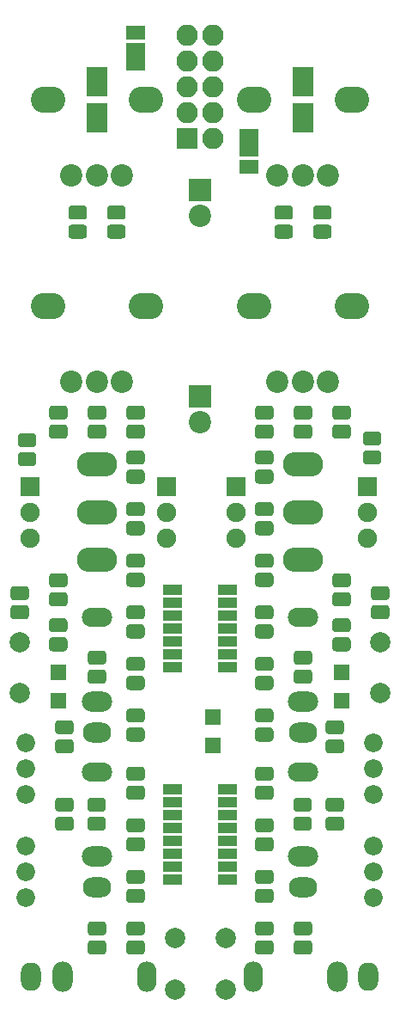
<source format=gbr>
G04 #@! TF.GenerationSoftware,KiCad,Pcbnew,(5.0.0)*
G04 #@! TF.CreationDate,2018-08-12T23:07:36+08:00*
G04 #@! TF.ProjectId,VCA,5643412E6B696361645F706362000000,rev?*
G04 #@! TF.SameCoordinates,PX18392c0PY18392c0*
G04 #@! TF.FileFunction,Soldermask,Bot*
G04 #@! TF.FilePolarity,Negative*
%FSLAX46Y46*%
G04 Gerber Fmt 4.6, Leading zero omitted, Abs format (unit mm)*
G04 Created by KiCad (PCBNEW (5.0.0)) date 08/12/18 23:07:36*
%MOMM*%
%LPD*%
G01*
G04 APERTURE LIST*
%ADD10R,1.900000X1.450000*%
%ADD11R,1.900000X2.800000*%
%ADD12R,1.900000X1.900000*%
%ADD13C,1.900000*%
%ADD14O,3.000000X1.900000*%
%ADD15O,2.800000X2.000000*%
%ADD16O,3.000000X2.000000*%
%ADD17C,0.100000*%
%ADD18C,1.375000*%
%ADD19O,3.400000X2.600000*%
%ADD20C,2.200000*%
%ADD21R,2.000000X3.000000*%
%ADD22C,2.000000*%
%ADD23O,2.100000X2.100000*%
%ADD24R,2.100000X2.100000*%
%ADD25R,1.500000X1.500000*%
%ADD26R,2.200000X2.200000*%
%ADD27O,1.900000X3.000000*%
%ADD28O,2.000000X2.800000*%
%ADD29O,2.000000X3.000000*%
%ADD30O,3.956000X2.432000*%
%ADD31R,1.900000X1.000000*%
%ADD32C,1.840000*%
G04 APERTURE END LIST*
D10*
G04 #@! TO.C,D7*
X106426000Y-42927000D03*
D11*
X106426000Y-40552000D03*
G04 #@! TD*
D12*
G04 #@! TO.C,Q3*
X98298000Y-74422000D03*
D13*
X98298000Y-79502000D03*
X98298000Y-76962000D03*
G04 #@! TD*
G04 #@! TO.C,Q4*
X105156000Y-76962000D03*
X105156000Y-79502000D03*
D12*
X105156000Y-74422000D03*
G04 #@! TD*
G04 #@! TO.C,Q1*
X84836000Y-74422000D03*
D13*
X84836000Y-79502000D03*
X84836000Y-76962000D03*
G04 #@! TD*
G04 #@! TO.C,Q2*
X118110000Y-76962000D03*
X118110000Y-79502000D03*
D12*
X118110000Y-74422000D03*
G04 #@! TD*
D14*
G04 #@! TO.C,J2*
X91470480Y-102516920D03*
D15*
X91470480Y-113916920D03*
D16*
X91470480Y-110816920D03*
G04 #@! TD*
D17*
G04 #@! TO.C,R28*
G36*
X108570423Y-102003575D02*
X108603792Y-102008525D01*
X108636515Y-102016722D01*
X108668277Y-102028086D01*
X108698773Y-102042510D01*
X108727707Y-102059852D01*
X108754803Y-102079948D01*
X108779798Y-102102602D01*
X108802452Y-102127597D01*
X108822548Y-102154693D01*
X108839890Y-102183627D01*
X108854314Y-102214123D01*
X108865678Y-102245885D01*
X108873875Y-102278608D01*
X108878825Y-102311977D01*
X108880480Y-102345670D01*
X108880480Y-103033170D01*
X108878825Y-103066863D01*
X108873875Y-103100232D01*
X108865678Y-103132955D01*
X108854314Y-103164717D01*
X108839890Y-103195213D01*
X108822548Y-103224147D01*
X108802452Y-103251243D01*
X108779798Y-103276238D01*
X108754803Y-103298892D01*
X108727707Y-103318988D01*
X108698773Y-103336330D01*
X108668277Y-103350754D01*
X108636515Y-103362118D01*
X108603792Y-103370315D01*
X108570423Y-103375265D01*
X108536730Y-103376920D01*
X107424230Y-103376920D01*
X107390537Y-103375265D01*
X107357168Y-103370315D01*
X107324445Y-103362118D01*
X107292683Y-103350754D01*
X107262187Y-103336330D01*
X107233253Y-103318988D01*
X107206157Y-103298892D01*
X107181162Y-103276238D01*
X107158508Y-103251243D01*
X107138412Y-103224147D01*
X107121070Y-103195213D01*
X107106646Y-103164717D01*
X107095282Y-103132955D01*
X107087085Y-103100232D01*
X107082135Y-103066863D01*
X107080480Y-103033170D01*
X107080480Y-102345670D01*
X107082135Y-102311977D01*
X107087085Y-102278608D01*
X107095282Y-102245885D01*
X107106646Y-102214123D01*
X107121070Y-102183627D01*
X107138412Y-102154693D01*
X107158508Y-102127597D01*
X107181162Y-102102602D01*
X107206157Y-102079948D01*
X107233253Y-102059852D01*
X107262187Y-102042510D01*
X107292683Y-102028086D01*
X107324445Y-102016722D01*
X107357168Y-102008525D01*
X107390537Y-102003575D01*
X107424230Y-102001920D01*
X108536730Y-102001920D01*
X108570423Y-102003575D01*
X108570423Y-102003575D01*
G37*
D18*
X107980480Y-102689420D03*
D17*
G36*
X108570423Y-103878575D02*
X108603792Y-103883525D01*
X108636515Y-103891722D01*
X108668277Y-103903086D01*
X108698773Y-103917510D01*
X108727707Y-103934852D01*
X108754803Y-103954948D01*
X108779798Y-103977602D01*
X108802452Y-104002597D01*
X108822548Y-104029693D01*
X108839890Y-104058627D01*
X108854314Y-104089123D01*
X108865678Y-104120885D01*
X108873875Y-104153608D01*
X108878825Y-104186977D01*
X108880480Y-104220670D01*
X108880480Y-104908170D01*
X108878825Y-104941863D01*
X108873875Y-104975232D01*
X108865678Y-105007955D01*
X108854314Y-105039717D01*
X108839890Y-105070213D01*
X108822548Y-105099147D01*
X108802452Y-105126243D01*
X108779798Y-105151238D01*
X108754803Y-105173892D01*
X108727707Y-105193988D01*
X108698773Y-105211330D01*
X108668277Y-105225754D01*
X108636515Y-105237118D01*
X108603792Y-105245315D01*
X108570423Y-105250265D01*
X108536730Y-105251920D01*
X107424230Y-105251920D01*
X107390537Y-105250265D01*
X107357168Y-105245315D01*
X107324445Y-105237118D01*
X107292683Y-105225754D01*
X107262187Y-105211330D01*
X107233253Y-105193988D01*
X107206157Y-105173892D01*
X107181162Y-105151238D01*
X107158508Y-105126243D01*
X107138412Y-105099147D01*
X107121070Y-105070213D01*
X107106646Y-105039717D01*
X107095282Y-105007955D01*
X107087085Y-104975232D01*
X107082135Y-104941863D01*
X107080480Y-104908170D01*
X107080480Y-104220670D01*
X107082135Y-104186977D01*
X107087085Y-104153608D01*
X107095282Y-104120885D01*
X107106646Y-104089123D01*
X107121070Y-104058627D01*
X107138412Y-104029693D01*
X107158508Y-104002597D01*
X107181162Y-103977602D01*
X107206157Y-103954948D01*
X107233253Y-103934852D01*
X107262187Y-103917510D01*
X107292683Y-103903086D01*
X107324445Y-103891722D01*
X107357168Y-103883525D01*
X107390537Y-103878575D01*
X107424230Y-103876920D01*
X108536730Y-103876920D01*
X108570423Y-103878575D01*
X108570423Y-103878575D01*
G37*
D18*
X107980480Y-104564420D03*
G04 #@! TD*
D19*
G04 #@! TO.C,RV8*
X116590480Y-56636920D03*
D20*
X109290480Y-64136930D03*
X111830480Y-64136930D03*
X114290480Y-64136930D03*
D19*
X106990480Y-56636920D03*
G04 #@! TD*
G04 #@! TO.C,RV7*
X96270480Y-56636920D03*
D20*
X88970480Y-64136930D03*
X91510480Y-64136930D03*
X93970480Y-64136930D03*
D19*
X86670480Y-56636920D03*
G04 #@! TD*
G04 #@! TO.C,RV2*
X116590480Y-36316920D03*
D20*
X109290480Y-43816930D03*
X111830480Y-43816930D03*
X114290480Y-43816930D03*
D19*
X106990480Y-36316920D03*
G04 #@! TD*
G04 #@! TO.C,RV1*
X96270480Y-36316920D03*
D20*
X88970480Y-43816930D03*
X91510480Y-43816930D03*
X93970480Y-43816930D03*
D19*
X86670480Y-36316920D03*
G04 #@! TD*
D21*
G04 #@! TO.C,C10*
X111760000Y-38122000D03*
X111760000Y-34522000D03*
G04 #@! TD*
G04 #@! TO.C,C9*
X91440000Y-38122000D03*
X91440000Y-34522000D03*
G04 #@! TD*
D17*
G04 #@! TO.C,C1*
G36*
X88250423Y-84828575D02*
X88283792Y-84833525D01*
X88316515Y-84841722D01*
X88348277Y-84853086D01*
X88378773Y-84867510D01*
X88407707Y-84884852D01*
X88434803Y-84904948D01*
X88459798Y-84927602D01*
X88482452Y-84952597D01*
X88502548Y-84979693D01*
X88519890Y-85008627D01*
X88534314Y-85039123D01*
X88545678Y-85070885D01*
X88553875Y-85103608D01*
X88558825Y-85136977D01*
X88560480Y-85170670D01*
X88560480Y-85858170D01*
X88558825Y-85891863D01*
X88553875Y-85925232D01*
X88545678Y-85957955D01*
X88534314Y-85989717D01*
X88519890Y-86020213D01*
X88502548Y-86049147D01*
X88482452Y-86076243D01*
X88459798Y-86101238D01*
X88434803Y-86123892D01*
X88407707Y-86143988D01*
X88378773Y-86161330D01*
X88348277Y-86175754D01*
X88316515Y-86187118D01*
X88283792Y-86195315D01*
X88250423Y-86200265D01*
X88216730Y-86201920D01*
X87104230Y-86201920D01*
X87070537Y-86200265D01*
X87037168Y-86195315D01*
X87004445Y-86187118D01*
X86972683Y-86175754D01*
X86942187Y-86161330D01*
X86913253Y-86143988D01*
X86886157Y-86123892D01*
X86861162Y-86101238D01*
X86838508Y-86076243D01*
X86818412Y-86049147D01*
X86801070Y-86020213D01*
X86786646Y-85989717D01*
X86775282Y-85957955D01*
X86767085Y-85925232D01*
X86762135Y-85891863D01*
X86760480Y-85858170D01*
X86760480Y-85170670D01*
X86762135Y-85136977D01*
X86767085Y-85103608D01*
X86775282Y-85070885D01*
X86786646Y-85039123D01*
X86801070Y-85008627D01*
X86818412Y-84979693D01*
X86838508Y-84952597D01*
X86861162Y-84927602D01*
X86886157Y-84904948D01*
X86913253Y-84884852D01*
X86942187Y-84867510D01*
X86972683Y-84853086D01*
X87004445Y-84841722D01*
X87037168Y-84833525D01*
X87070537Y-84828575D01*
X87104230Y-84826920D01*
X88216730Y-84826920D01*
X88250423Y-84828575D01*
X88250423Y-84828575D01*
G37*
D18*
X87660480Y-85514420D03*
D17*
G36*
X88250423Y-82953575D02*
X88283792Y-82958525D01*
X88316515Y-82966722D01*
X88348277Y-82978086D01*
X88378773Y-82992510D01*
X88407707Y-83009852D01*
X88434803Y-83029948D01*
X88459798Y-83052602D01*
X88482452Y-83077597D01*
X88502548Y-83104693D01*
X88519890Y-83133627D01*
X88534314Y-83164123D01*
X88545678Y-83195885D01*
X88553875Y-83228608D01*
X88558825Y-83261977D01*
X88560480Y-83295670D01*
X88560480Y-83983170D01*
X88558825Y-84016863D01*
X88553875Y-84050232D01*
X88545678Y-84082955D01*
X88534314Y-84114717D01*
X88519890Y-84145213D01*
X88502548Y-84174147D01*
X88482452Y-84201243D01*
X88459798Y-84226238D01*
X88434803Y-84248892D01*
X88407707Y-84268988D01*
X88378773Y-84286330D01*
X88348277Y-84300754D01*
X88316515Y-84312118D01*
X88283792Y-84320315D01*
X88250423Y-84325265D01*
X88216730Y-84326920D01*
X87104230Y-84326920D01*
X87070537Y-84325265D01*
X87037168Y-84320315D01*
X87004445Y-84312118D01*
X86972683Y-84300754D01*
X86942187Y-84286330D01*
X86913253Y-84268988D01*
X86886157Y-84248892D01*
X86861162Y-84226238D01*
X86838508Y-84201243D01*
X86818412Y-84174147D01*
X86801070Y-84145213D01*
X86786646Y-84114717D01*
X86775282Y-84082955D01*
X86767085Y-84050232D01*
X86762135Y-84016863D01*
X86760480Y-83983170D01*
X86760480Y-83295670D01*
X86762135Y-83261977D01*
X86767085Y-83228608D01*
X86775282Y-83195885D01*
X86786646Y-83164123D01*
X86801070Y-83133627D01*
X86818412Y-83104693D01*
X86838508Y-83077597D01*
X86861162Y-83052602D01*
X86886157Y-83029948D01*
X86913253Y-83009852D01*
X86942187Y-82992510D01*
X86972683Y-82978086D01*
X87004445Y-82966722D01*
X87037168Y-82958525D01*
X87070537Y-82953575D01*
X87104230Y-82951920D01*
X88216730Y-82951920D01*
X88250423Y-82953575D01*
X88250423Y-82953575D01*
G37*
D18*
X87660480Y-83639420D03*
G04 #@! TD*
D17*
G04 #@! TO.C,C2*
G36*
X116190423Y-84828575D02*
X116223792Y-84833525D01*
X116256515Y-84841722D01*
X116288277Y-84853086D01*
X116318773Y-84867510D01*
X116347707Y-84884852D01*
X116374803Y-84904948D01*
X116399798Y-84927602D01*
X116422452Y-84952597D01*
X116442548Y-84979693D01*
X116459890Y-85008627D01*
X116474314Y-85039123D01*
X116485678Y-85070885D01*
X116493875Y-85103608D01*
X116498825Y-85136977D01*
X116500480Y-85170670D01*
X116500480Y-85858170D01*
X116498825Y-85891863D01*
X116493875Y-85925232D01*
X116485678Y-85957955D01*
X116474314Y-85989717D01*
X116459890Y-86020213D01*
X116442548Y-86049147D01*
X116422452Y-86076243D01*
X116399798Y-86101238D01*
X116374803Y-86123892D01*
X116347707Y-86143988D01*
X116318773Y-86161330D01*
X116288277Y-86175754D01*
X116256515Y-86187118D01*
X116223792Y-86195315D01*
X116190423Y-86200265D01*
X116156730Y-86201920D01*
X115044230Y-86201920D01*
X115010537Y-86200265D01*
X114977168Y-86195315D01*
X114944445Y-86187118D01*
X114912683Y-86175754D01*
X114882187Y-86161330D01*
X114853253Y-86143988D01*
X114826157Y-86123892D01*
X114801162Y-86101238D01*
X114778508Y-86076243D01*
X114758412Y-86049147D01*
X114741070Y-86020213D01*
X114726646Y-85989717D01*
X114715282Y-85957955D01*
X114707085Y-85925232D01*
X114702135Y-85891863D01*
X114700480Y-85858170D01*
X114700480Y-85170670D01*
X114702135Y-85136977D01*
X114707085Y-85103608D01*
X114715282Y-85070885D01*
X114726646Y-85039123D01*
X114741070Y-85008627D01*
X114758412Y-84979693D01*
X114778508Y-84952597D01*
X114801162Y-84927602D01*
X114826157Y-84904948D01*
X114853253Y-84884852D01*
X114882187Y-84867510D01*
X114912683Y-84853086D01*
X114944445Y-84841722D01*
X114977168Y-84833525D01*
X115010537Y-84828575D01*
X115044230Y-84826920D01*
X116156730Y-84826920D01*
X116190423Y-84828575D01*
X116190423Y-84828575D01*
G37*
D18*
X115600480Y-85514420D03*
D17*
G36*
X116190423Y-82953575D02*
X116223792Y-82958525D01*
X116256515Y-82966722D01*
X116288277Y-82978086D01*
X116318773Y-82992510D01*
X116347707Y-83009852D01*
X116374803Y-83029948D01*
X116399798Y-83052602D01*
X116422452Y-83077597D01*
X116442548Y-83104693D01*
X116459890Y-83133627D01*
X116474314Y-83164123D01*
X116485678Y-83195885D01*
X116493875Y-83228608D01*
X116498825Y-83261977D01*
X116500480Y-83295670D01*
X116500480Y-83983170D01*
X116498825Y-84016863D01*
X116493875Y-84050232D01*
X116485678Y-84082955D01*
X116474314Y-84114717D01*
X116459890Y-84145213D01*
X116442548Y-84174147D01*
X116422452Y-84201243D01*
X116399798Y-84226238D01*
X116374803Y-84248892D01*
X116347707Y-84268988D01*
X116318773Y-84286330D01*
X116288277Y-84300754D01*
X116256515Y-84312118D01*
X116223792Y-84320315D01*
X116190423Y-84325265D01*
X116156730Y-84326920D01*
X115044230Y-84326920D01*
X115010537Y-84325265D01*
X114977168Y-84320315D01*
X114944445Y-84312118D01*
X114912683Y-84300754D01*
X114882187Y-84286330D01*
X114853253Y-84268988D01*
X114826157Y-84248892D01*
X114801162Y-84226238D01*
X114778508Y-84201243D01*
X114758412Y-84174147D01*
X114741070Y-84145213D01*
X114726646Y-84114717D01*
X114715282Y-84082955D01*
X114707085Y-84050232D01*
X114702135Y-84016863D01*
X114700480Y-83983170D01*
X114700480Y-83295670D01*
X114702135Y-83261977D01*
X114707085Y-83228608D01*
X114715282Y-83195885D01*
X114726646Y-83164123D01*
X114741070Y-83133627D01*
X114758412Y-83104693D01*
X114778508Y-83077597D01*
X114801162Y-83052602D01*
X114826157Y-83029948D01*
X114853253Y-83009852D01*
X114882187Y-82992510D01*
X114912683Y-82978086D01*
X114944445Y-82966722D01*
X114977168Y-82958525D01*
X115010537Y-82953575D01*
X115044230Y-82951920D01*
X116156730Y-82951920D01*
X116190423Y-82953575D01*
X116190423Y-82953575D01*
G37*
D18*
X115600480Y-83639420D03*
G04 #@! TD*
D17*
G04 #@! TO.C,C3*
G36*
X92060423Y-90573575D02*
X92093792Y-90578525D01*
X92126515Y-90586722D01*
X92158277Y-90598086D01*
X92188773Y-90612510D01*
X92217707Y-90629852D01*
X92244803Y-90649948D01*
X92269798Y-90672602D01*
X92292452Y-90697597D01*
X92312548Y-90724693D01*
X92329890Y-90753627D01*
X92344314Y-90784123D01*
X92355678Y-90815885D01*
X92363875Y-90848608D01*
X92368825Y-90881977D01*
X92370480Y-90915670D01*
X92370480Y-91603170D01*
X92368825Y-91636863D01*
X92363875Y-91670232D01*
X92355678Y-91702955D01*
X92344314Y-91734717D01*
X92329890Y-91765213D01*
X92312548Y-91794147D01*
X92292452Y-91821243D01*
X92269798Y-91846238D01*
X92244803Y-91868892D01*
X92217707Y-91888988D01*
X92188773Y-91906330D01*
X92158277Y-91920754D01*
X92126515Y-91932118D01*
X92093792Y-91940315D01*
X92060423Y-91945265D01*
X92026730Y-91946920D01*
X90914230Y-91946920D01*
X90880537Y-91945265D01*
X90847168Y-91940315D01*
X90814445Y-91932118D01*
X90782683Y-91920754D01*
X90752187Y-91906330D01*
X90723253Y-91888988D01*
X90696157Y-91868892D01*
X90671162Y-91846238D01*
X90648508Y-91821243D01*
X90628412Y-91794147D01*
X90611070Y-91765213D01*
X90596646Y-91734717D01*
X90585282Y-91702955D01*
X90577085Y-91670232D01*
X90572135Y-91636863D01*
X90570480Y-91603170D01*
X90570480Y-90915670D01*
X90572135Y-90881977D01*
X90577085Y-90848608D01*
X90585282Y-90815885D01*
X90596646Y-90784123D01*
X90611070Y-90753627D01*
X90628412Y-90724693D01*
X90648508Y-90697597D01*
X90671162Y-90672602D01*
X90696157Y-90649948D01*
X90723253Y-90629852D01*
X90752187Y-90612510D01*
X90782683Y-90598086D01*
X90814445Y-90586722D01*
X90847168Y-90578525D01*
X90880537Y-90573575D01*
X90914230Y-90571920D01*
X92026730Y-90571920D01*
X92060423Y-90573575D01*
X92060423Y-90573575D01*
G37*
D18*
X91470480Y-91259420D03*
D17*
G36*
X92060423Y-92448575D02*
X92093792Y-92453525D01*
X92126515Y-92461722D01*
X92158277Y-92473086D01*
X92188773Y-92487510D01*
X92217707Y-92504852D01*
X92244803Y-92524948D01*
X92269798Y-92547602D01*
X92292452Y-92572597D01*
X92312548Y-92599693D01*
X92329890Y-92628627D01*
X92344314Y-92659123D01*
X92355678Y-92690885D01*
X92363875Y-92723608D01*
X92368825Y-92756977D01*
X92370480Y-92790670D01*
X92370480Y-93478170D01*
X92368825Y-93511863D01*
X92363875Y-93545232D01*
X92355678Y-93577955D01*
X92344314Y-93609717D01*
X92329890Y-93640213D01*
X92312548Y-93669147D01*
X92292452Y-93696243D01*
X92269798Y-93721238D01*
X92244803Y-93743892D01*
X92217707Y-93763988D01*
X92188773Y-93781330D01*
X92158277Y-93795754D01*
X92126515Y-93807118D01*
X92093792Y-93815315D01*
X92060423Y-93820265D01*
X92026730Y-93821920D01*
X90914230Y-93821920D01*
X90880537Y-93820265D01*
X90847168Y-93815315D01*
X90814445Y-93807118D01*
X90782683Y-93795754D01*
X90752187Y-93781330D01*
X90723253Y-93763988D01*
X90696157Y-93743892D01*
X90671162Y-93721238D01*
X90648508Y-93696243D01*
X90628412Y-93669147D01*
X90611070Y-93640213D01*
X90596646Y-93609717D01*
X90585282Y-93577955D01*
X90577085Y-93545232D01*
X90572135Y-93511863D01*
X90570480Y-93478170D01*
X90570480Y-92790670D01*
X90572135Y-92756977D01*
X90577085Y-92723608D01*
X90585282Y-92690885D01*
X90596646Y-92659123D01*
X90611070Y-92628627D01*
X90628412Y-92599693D01*
X90648508Y-92572597D01*
X90671162Y-92547602D01*
X90696157Y-92524948D01*
X90723253Y-92504852D01*
X90752187Y-92487510D01*
X90782683Y-92473086D01*
X90814445Y-92461722D01*
X90847168Y-92453525D01*
X90880537Y-92448575D01*
X90914230Y-92446920D01*
X92026730Y-92446920D01*
X92060423Y-92448575D01*
X92060423Y-92448575D01*
G37*
D18*
X91470480Y-93134420D03*
G04 #@! TD*
D17*
G04 #@! TO.C,C4*
G36*
X112380423Y-90573575D02*
X112413792Y-90578525D01*
X112446515Y-90586722D01*
X112478277Y-90598086D01*
X112508773Y-90612510D01*
X112537707Y-90629852D01*
X112564803Y-90649948D01*
X112589798Y-90672602D01*
X112612452Y-90697597D01*
X112632548Y-90724693D01*
X112649890Y-90753627D01*
X112664314Y-90784123D01*
X112675678Y-90815885D01*
X112683875Y-90848608D01*
X112688825Y-90881977D01*
X112690480Y-90915670D01*
X112690480Y-91603170D01*
X112688825Y-91636863D01*
X112683875Y-91670232D01*
X112675678Y-91702955D01*
X112664314Y-91734717D01*
X112649890Y-91765213D01*
X112632548Y-91794147D01*
X112612452Y-91821243D01*
X112589798Y-91846238D01*
X112564803Y-91868892D01*
X112537707Y-91888988D01*
X112508773Y-91906330D01*
X112478277Y-91920754D01*
X112446515Y-91932118D01*
X112413792Y-91940315D01*
X112380423Y-91945265D01*
X112346730Y-91946920D01*
X111234230Y-91946920D01*
X111200537Y-91945265D01*
X111167168Y-91940315D01*
X111134445Y-91932118D01*
X111102683Y-91920754D01*
X111072187Y-91906330D01*
X111043253Y-91888988D01*
X111016157Y-91868892D01*
X110991162Y-91846238D01*
X110968508Y-91821243D01*
X110948412Y-91794147D01*
X110931070Y-91765213D01*
X110916646Y-91734717D01*
X110905282Y-91702955D01*
X110897085Y-91670232D01*
X110892135Y-91636863D01*
X110890480Y-91603170D01*
X110890480Y-90915670D01*
X110892135Y-90881977D01*
X110897085Y-90848608D01*
X110905282Y-90815885D01*
X110916646Y-90784123D01*
X110931070Y-90753627D01*
X110948412Y-90724693D01*
X110968508Y-90697597D01*
X110991162Y-90672602D01*
X111016157Y-90649948D01*
X111043253Y-90629852D01*
X111072187Y-90612510D01*
X111102683Y-90598086D01*
X111134445Y-90586722D01*
X111167168Y-90578525D01*
X111200537Y-90573575D01*
X111234230Y-90571920D01*
X112346730Y-90571920D01*
X112380423Y-90573575D01*
X112380423Y-90573575D01*
G37*
D18*
X111790480Y-91259420D03*
D17*
G36*
X112380423Y-92448575D02*
X112413792Y-92453525D01*
X112446515Y-92461722D01*
X112478277Y-92473086D01*
X112508773Y-92487510D01*
X112537707Y-92504852D01*
X112564803Y-92524948D01*
X112589798Y-92547602D01*
X112612452Y-92572597D01*
X112632548Y-92599693D01*
X112649890Y-92628627D01*
X112664314Y-92659123D01*
X112675678Y-92690885D01*
X112683875Y-92723608D01*
X112688825Y-92756977D01*
X112690480Y-92790670D01*
X112690480Y-93478170D01*
X112688825Y-93511863D01*
X112683875Y-93545232D01*
X112675678Y-93577955D01*
X112664314Y-93609717D01*
X112649890Y-93640213D01*
X112632548Y-93669147D01*
X112612452Y-93696243D01*
X112589798Y-93721238D01*
X112564803Y-93743892D01*
X112537707Y-93763988D01*
X112508773Y-93781330D01*
X112478277Y-93795754D01*
X112446515Y-93807118D01*
X112413792Y-93815315D01*
X112380423Y-93820265D01*
X112346730Y-93821920D01*
X111234230Y-93821920D01*
X111200537Y-93820265D01*
X111167168Y-93815315D01*
X111134445Y-93807118D01*
X111102683Y-93795754D01*
X111072187Y-93781330D01*
X111043253Y-93763988D01*
X111016157Y-93743892D01*
X110991162Y-93721238D01*
X110968508Y-93696243D01*
X110948412Y-93669147D01*
X110931070Y-93640213D01*
X110916646Y-93609717D01*
X110905282Y-93577955D01*
X110897085Y-93545232D01*
X110892135Y-93511863D01*
X110890480Y-93478170D01*
X110890480Y-92790670D01*
X110892135Y-92756977D01*
X110897085Y-92723608D01*
X110905282Y-92690885D01*
X110916646Y-92659123D01*
X110931070Y-92628627D01*
X110948412Y-92599693D01*
X110968508Y-92572597D01*
X110991162Y-92547602D01*
X111016157Y-92524948D01*
X111043253Y-92504852D01*
X111072187Y-92487510D01*
X111102683Y-92473086D01*
X111134445Y-92461722D01*
X111167168Y-92453525D01*
X111200537Y-92448575D01*
X111234230Y-92446920D01*
X112346730Y-92446920D01*
X112380423Y-92448575D01*
X112380423Y-92448575D01*
G37*
D18*
X111790480Y-93134420D03*
G04 #@! TD*
D17*
G04 #@! TO.C,C5*
G36*
X108570423Y-107083575D02*
X108603792Y-107088525D01*
X108636515Y-107096722D01*
X108668277Y-107108086D01*
X108698773Y-107122510D01*
X108727707Y-107139852D01*
X108754803Y-107159948D01*
X108779798Y-107182602D01*
X108802452Y-107207597D01*
X108822548Y-107234693D01*
X108839890Y-107263627D01*
X108854314Y-107294123D01*
X108865678Y-107325885D01*
X108873875Y-107358608D01*
X108878825Y-107391977D01*
X108880480Y-107425670D01*
X108880480Y-108113170D01*
X108878825Y-108146863D01*
X108873875Y-108180232D01*
X108865678Y-108212955D01*
X108854314Y-108244717D01*
X108839890Y-108275213D01*
X108822548Y-108304147D01*
X108802452Y-108331243D01*
X108779798Y-108356238D01*
X108754803Y-108378892D01*
X108727707Y-108398988D01*
X108698773Y-108416330D01*
X108668277Y-108430754D01*
X108636515Y-108442118D01*
X108603792Y-108450315D01*
X108570423Y-108455265D01*
X108536730Y-108456920D01*
X107424230Y-108456920D01*
X107390537Y-108455265D01*
X107357168Y-108450315D01*
X107324445Y-108442118D01*
X107292683Y-108430754D01*
X107262187Y-108416330D01*
X107233253Y-108398988D01*
X107206157Y-108378892D01*
X107181162Y-108356238D01*
X107158508Y-108331243D01*
X107138412Y-108304147D01*
X107121070Y-108275213D01*
X107106646Y-108244717D01*
X107095282Y-108212955D01*
X107087085Y-108180232D01*
X107082135Y-108146863D01*
X107080480Y-108113170D01*
X107080480Y-107425670D01*
X107082135Y-107391977D01*
X107087085Y-107358608D01*
X107095282Y-107325885D01*
X107106646Y-107294123D01*
X107121070Y-107263627D01*
X107138412Y-107234693D01*
X107158508Y-107207597D01*
X107181162Y-107182602D01*
X107206157Y-107159948D01*
X107233253Y-107139852D01*
X107262187Y-107122510D01*
X107292683Y-107108086D01*
X107324445Y-107096722D01*
X107357168Y-107088525D01*
X107390537Y-107083575D01*
X107424230Y-107081920D01*
X108536730Y-107081920D01*
X108570423Y-107083575D01*
X108570423Y-107083575D01*
G37*
D18*
X107980480Y-107769420D03*
D17*
G36*
X108570423Y-108958575D02*
X108603792Y-108963525D01*
X108636515Y-108971722D01*
X108668277Y-108983086D01*
X108698773Y-108997510D01*
X108727707Y-109014852D01*
X108754803Y-109034948D01*
X108779798Y-109057602D01*
X108802452Y-109082597D01*
X108822548Y-109109693D01*
X108839890Y-109138627D01*
X108854314Y-109169123D01*
X108865678Y-109200885D01*
X108873875Y-109233608D01*
X108878825Y-109266977D01*
X108880480Y-109300670D01*
X108880480Y-109988170D01*
X108878825Y-110021863D01*
X108873875Y-110055232D01*
X108865678Y-110087955D01*
X108854314Y-110119717D01*
X108839890Y-110150213D01*
X108822548Y-110179147D01*
X108802452Y-110206243D01*
X108779798Y-110231238D01*
X108754803Y-110253892D01*
X108727707Y-110273988D01*
X108698773Y-110291330D01*
X108668277Y-110305754D01*
X108636515Y-110317118D01*
X108603792Y-110325315D01*
X108570423Y-110330265D01*
X108536730Y-110331920D01*
X107424230Y-110331920D01*
X107390537Y-110330265D01*
X107357168Y-110325315D01*
X107324445Y-110317118D01*
X107292683Y-110305754D01*
X107262187Y-110291330D01*
X107233253Y-110273988D01*
X107206157Y-110253892D01*
X107181162Y-110231238D01*
X107158508Y-110206243D01*
X107138412Y-110179147D01*
X107121070Y-110150213D01*
X107106646Y-110119717D01*
X107095282Y-110087955D01*
X107087085Y-110055232D01*
X107082135Y-110021863D01*
X107080480Y-109988170D01*
X107080480Y-109300670D01*
X107082135Y-109266977D01*
X107087085Y-109233608D01*
X107095282Y-109200885D01*
X107106646Y-109169123D01*
X107121070Y-109138627D01*
X107138412Y-109109693D01*
X107158508Y-109082597D01*
X107181162Y-109057602D01*
X107206157Y-109034948D01*
X107233253Y-109014852D01*
X107262187Y-108997510D01*
X107292683Y-108983086D01*
X107324445Y-108971722D01*
X107357168Y-108963525D01*
X107390537Y-108958575D01*
X107424230Y-108956920D01*
X108536730Y-108956920D01*
X108570423Y-108958575D01*
X108570423Y-108958575D01*
G37*
D18*
X107980480Y-109644420D03*
G04 #@! TD*
D17*
G04 #@! TO.C,C6*
G36*
X95870423Y-107083575D02*
X95903792Y-107088525D01*
X95936515Y-107096722D01*
X95968277Y-107108086D01*
X95998773Y-107122510D01*
X96027707Y-107139852D01*
X96054803Y-107159948D01*
X96079798Y-107182602D01*
X96102452Y-107207597D01*
X96122548Y-107234693D01*
X96139890Y-107263627D01*
X96154314Y-107294123D01*
X96165678Y-107325885D01*
X96173875Y-107358608D01*
X96178825Y-107391977D01*
X96180480Y-107425670D01*
X96180480Y-108113170D01*
X96178825Y-108146863D01*
X96173875Y-108180232D01*
X96165678Y-108212955D01*
X96154314Y-108244717D01*
X96139890Y-108275213D01*
X96122548Y-108304147D01*
X96102452Y-108331243D01*
X96079798Y-108356238D01*
X96054803Y-108378892D01*
X96027707Y-108398988D01*
X95998773Y-108416330D01*
X95968277Y-108430754D01*
X95936515Y-108442118D01*
X95903792Y-108450315D01*
X95870423Y-108455265D01*
X95836730Y-108456920D01*
X94724230Y-108456920D01*
X94690537Y-108455265D01*
X94657168Y-108450315D01*
X94624445Y-108442118D01*
X94592683Y-108430754D01*
X94562187Y-108416330D01*
X94533253Y-108398988D01*
X94506157Y-108378892D01*
X94481162Y-108356238D01*
X94458508Y-108331243D01*
X94438412Y-108304147D01*
X94421070Y-108275213D01*
X94406646Y-108244717D01*
X94395282Y-108212955D01*
X94387085Y-108180232D01*
X94382135Y-108146863D01*
X94380480Y-108113170D01*
X94380480Y-107425670D01*
X94382135Y-107391977D01*
X94387085Y-107358608D01*
X94395282Y-107325885D01*
X94406646Y-107294123D01*
X94421070Y-107263627D01*
X94438412Y-107234693D01*
X94458508Y-107207597D01*
X94481162Y-107182602D01*
X94506157Y-107159948D01*
X94533253Y-107139852D01*
X94562187Y-107122510D01*
X94592683Y-107108086D01*
X94624445Y-107096722D01*
X94657168Y-107088525D01*
X94690537Y-107083575D01*
X94724230Y-107081920D01*
X95836730Y-107081920D01*
X95870423Y-107083575D01*
X95870423Y-107083575D01*
G37*
D18*
X95280480Y-107769420D03*
D17*
G36*
X95870423Y-108958575D02*
X95903792Y-108963525D01*
X95936515Y-108971722D01*
X95968277Y-108983086D01*
X95998773Y-108997510D01*
X96027707Y-109014852D01*
X96054803Y-109034948D01*
X96079798Y-109057602D01*
X96102452Y-109082597D01*
X96122548Y-109109693D01*
X96139890Y-109138627D01*
X96154314Y-109169123D01*
X96165678Y-109200885D01*
X96173875Y-109233608D01*
X96178825Y-109266977D01*
X96180480Y-109300670D01*
X96180480Y-109988170D01*
X96178825Y-110021863D01*
X96173875Y-110055232D01*
X96165678Y-110087955D01*
X96154314Y-110119717D01*
X96139890Y-110150213D01*
X96122548Y-110179147D01*
X96102452Y-110206243D01*
X96079798Y-110231238D01*
X96054803Y-110253892D01*
X96027707Y-110273988D01*
X95998773Y-110291330D01*
X95968277Y-110305754D01*
X95936515Y-110317118D01*
X95903792Y-110325315D01*
X95870423Y-110330265D01*
X95836730Y-110331920D01*
X94724230Y-110331920D01*
X94690537Y-110330265D01*
X94657168Y-110325315D01*
X94624445Y-110317118D01*
X94592683Y-110305754D01*
X94562187Y-110291330D01*
X94533253Y-110273988D01*
X94506157Y-110253892D01*
X94481162Y-110231238D01*
X94458508Y-110206243D01*
X94438412Y-110179147D01*
X94421070Y-110150213D01*
X94406646Y-110119717D01*
X94395282Y-110087955D01*
X94387085Y-110055232D01*
X94382135Y-110021863D01*
X94380480Y-109988170D01*
X94380480Y-109300670D01*
X94382135Y-109266977D01*
X94387085Y-109233608D01*
X94395282Y-109200885D01*
X94406646Y-109169123D01*
X94421070Y-109138627D01*
X94438412Y-109109693D01*
X94458508Y-109082597D01*
X94481162Y-109057602D01*
X94506157Y-109034948D01*
X94533253Y-109014852D01*
X94562187Y-108997510D01*
X94592683Y-108983086D01*
X94624445Y-108971722D01*
X94657168Y-108963525D01*
X94690537Y-108958575D01*
X94724230Y-108956920D01*
X95836730Y-108956920D01*
X95870423Y-108958575D01*
X95870423Y-108958575D01*
G37*
D18*
X95280480Y-109644420D03*
G04 #@! TD*
D17*
G04 #@! TO.C,C7*
G36*
X108570423Y-88003575D02*
X108603792Y-88008525D01*
X108636515Y-88016722D01*
X108668277Y-88028086D01*
X108698773Y-88042510D01*
X108727707Y-88059852D01*
X108754803Y-88079948D01*
X108779798Y-88102602D01*
X108802452Y-88127597D01*
X108822548Y-88154693D01*
X108839890Y-88183627D01*
X108854314Y-88214123D01*
X108865678Y-88245885D01*
X108873875Y-88278608D01*
X108878825Y-88311977D01*
X108880480Y-88345670D01*
X108880480Y-89033170D01*
X108878825Y-89066863D01*
X108873875Y-89100232D01*
X108865678Y-89132955D01*
X108854314Y-89164717D01*
X108839890Y-89195213D01*
X108822548Y-89224147D01*
X108802452Y-89251243D01*
X108779798Y-89276238D01*
X108754803Y-89298892D01*
X108727707Y-89318988D01*
X108698773Y-89336330D01*
X108668277Y-89350754D01*
X108636515Y-89362118D01*
X108603792Y-89370315D01*
X108570423Y-89375265D01*
X108536730Y-89376920D01*
X107424230Y-89376920D01*
X107390537Y-89375265D01*
X107357168Y-89370315D01*
X107324445Y-89362118D01*
X107292683Y-89350754D01*
X107262187Y-89336330D01*
X107233253Y-89318988D01*
X107206157Y-89298892D01*
X107181162Y-89276238D01*
X107158508Y-89251243D01*
X107138412Y-89224147D01*
X107121070Y-89195213D01*
X107106646Y-89164717D01*
X107095282Y-89132955D01*
X107087085Y-89100232D01*
X107082135Y-89066863D01*
X107080480Y-89033170D01*
X107080480Y-88345670D01*
X107082135Y-88311977D01*
X107087085Y-88278608D01*
X107095282Y-88245885D01*
X107106646Y-88214123D01*
X107121070Y-88183627D01*
X107138412Y-88154693D01*
X107158508Y-88127597D01*
X107181162Y-88102602D01*
X107206157Y-88079948D01*
X107233253Y-88059852D01*
X107262187Y-88042510D01*
X107292683Y-88028086D01*
X107324445Y-88016722D01*
X107357168Y-88008525D01*
X107390537Y-88003575D01*
X107424230Y-88001920D01*
X108536730Y-88001920D01*
X108570423Y-88003575D01*
X108570423Y-88003575D01*
G37*
D18*
X107980480Y-88689420D03*
D17*
G36*
X108570423Y-86128575D02*
X108603792Y-86133525D01*
X108636515Y-86141722D01*
X108668277Y-86153086D01*
X108698773Y-86167510D01*
X108727707Y-86184852D01*
X108754803Y-86204948D01*
X108779798Y-86227602D01*
X108802452Y-86252597D01*
X108822548Y-86279693D01*
X108839890Y-86308627D01*
X108854314Y-86339123D01*
X108865678Y-86370885D01*
X108873875Y-86403608D01*
X108878825Y-86436977D01*
X108880480Y-86470670D01*
X108880480Y-87158170D01*
X108878825Y-87191863D01*
X108873875Y-87225232D01*
X108865678Y-87257955D01*
X108854314Y-87289717D01*
X108839890Y-87320213D01*
X108822548Y-87349147D01*
X108802452Y-87376243D01*
X108779798Y-87401238D01*
X108754803Y-87423892D01*
X108727707Y-87443988D01*
X108698773Y-87461330D01*
X108668277Y-87475754D01*
X108636515Y-87487118D01*
X108603792Y-87495315D01*
X108570423Y-87500265D01*
X108536730Y-87501920D01*
X107424230Y-87501920D01*
X107390537Y-87500265D01*
X107357168Y-87495315D01*
X107324445Y-87487118D01*
X107292683Y-87475754D01*
X107262187Y-87461330D01*
X107233253Y-87443988D01*
X107206157Y-87423892D01*
X107181162Y-87401238D01*
X107158508Y-87376243D01*
X107138412Y-87349147D01*
X107121070Y-87320213D01*
X107106646Y-87289717D01*
X107095282Y-87257955D01*
X107087085Y-87225232D01*
X107082135Y-87191863D01*
X107080480Y-87158170D01*
X107080480Y-86470670D01*
X107082135Y-86436977D01*
X107087085Y-86403608D01*
X107095282Y-86370885D01*
X107106646Y-86339123D01*
X107121070Y-86308627D01*
X107138412Y-86279693D01*
X107158508Y-86252597D01*
X107181162Y-86227602D01*
X107206157Y-86204948D01*
X107233253Y-86184852D01*
X107262187Y-86167510D01*
X107292683Y-86153086D01*
X107324445Y-86141722D01*
X107357168Y-86133525D01*
X107390537Y-86128575D01*
X107424230Y-86126920D01*
X108536730Y-86126920D01*
X108570423Y-86128575D01*
X108570423Y-86128575D01*
G37*
D18*
X107980480Y-86814420D03*
G04 #@! TD*
D17*
G04 #@! TO.C,C8*
G36*
X95870423Y-86128575D02*
X95903792Y-86133525D01*
X95936515Y-86141722D01*
X95968277Y-86153086D01*
X95998773Y-86167510D01*
X96027707Y-86184852D01*
X96054803Y-86204948D01*
X96079798Y-86227602D01*
X96102452Y-86252597D01*
X96122548Y-86279693D01*
X96139890Y-86308627D01*
X96154314Y-86339123D01*
X96165678Y-86370885D01*
X96173875Y-86403608D01*
X96178825Y-86436977D01*
X96180480Y-86470670D01*
X96180480Y-87158170D01*
X96178825Y-87191863D01*
X96173875Y-87225232D01*
X96165678Y-87257955D01*
X96154314Y-87289717D01*
X96139890Y-87320213D01*
X96122548Y-87349147D01*
X96102452Y-87376243D01*
X96079798Y-87401238D01*
X96054803Y-87423892D01*
X96027707Y-87443988D01*
X95998773Y-87461330D01*
X95968277Y-87475754D01*
X95936515Y-87487118D01*
X95903792Y-87495315D01*
X95870423Y-87500265D01*
X95836730Y-87501920D01*
X94724230Y-87501920D01*
X94690537Y-87500265D01*
X94657168Y-87495315D01*
X94624445Y-87487118D01*
X94592683Y-87475754D01*
X94562187Y-87461330D01*
X94533253Y-87443988D01*
X94506157Y-87423892D01*
X94481162Y-87401238D01*
X94458508Y-87376243D01*
X94438412Y-87349147D01*
X94421070Y-87320213D01*
X94406646Y-87289717D01*
X94395282Y-87257955D01*
X94387085Y-87225232D01*
X94382135Y-87191863D01*
X94380480Y-87158170D01*
X94380480Y-86470670D01*
X94382135Y-86436977D01*
X94387085Y-86403608D01*
X94395282Y-86370885D01*
X94406646Y-86339123D01*
X94421070Y-86308627D01*
X94438412Y-86279693D01*
X94458508Y-86252597D01*
X94481162Y-86227602D01*
X94506157Y-86204948D01*
X94533253Y-86184852D01*
X94562187Y-86167510D01*
X94592683Y-86153086D01*
X94624445Y-86141722D01*
X94657168Y-86133525D01*
X94690537Y-86128575D01*
X94724230Y-86126920D01*
X95836730Y-86126920D01*
X95870423Y-86128575D01*
X95870423Y-86128575D01*
G37*
D18*
X95280480Y-86814420D03*
D17*
G36*
X95870423Y-88003575D02*
X95903792Y-88008525D01*
X95936515Y-88016722D01*
X95968277Y-88028086D01*
X95998773Y-88042510D01*
X96027707Y-88059852D01*
X96054803Y-88079948D01*
X96079798Y-88102602D01*
X96102452Y-88127597D01*
X96122548Y-88154693D01*
X96139890Y-88183627D01*
X96154314Y-88214123D01*
X96165678Y-88245885D01*
X96173875Y-88278608D01*
X96178825Y-88311977D01*
X96180480Y-88345670D01*
X96180480Y-89033170D01*
X96178825Y-89066863D01*
X96173875Y-89100232D01*
X96165678Y-89132955D01*
X96154314Y-89164717D01*
X96139890Y-89195213D01*
X96122548Y-89224147D01*
X96102452Y-89251243D01*
X96079798Y-89276238D01*
X96054803Y-89298892D01*
X96027707Y-89318988D01*
X95998773Y-89336330D01*
X95968277Y-89350754D01*
X95936515Y-89362118D01*
X95903792Y-89370315D01*
X95870423Y-89375265D01*
X95836730Y-89376920D01*
X94724230Y-89376920D01*
X94690537Y-89375265D01*
X94657168Y-89370315D01*
X94624445Y-89362118D01*
X94592683Y-89350754D01*
X94562187Y-89336330D01*
X94533253Y-89318988D01*
X94506157Y-89298892D01*
X94481162Y-89276238D01*
X94458508Y-89251243D01*
X94438412Y-89224147D01*
X94421070Y-89195213D01*
X94406646Y-89164717D01*
X94395282Y-89132955D01*
X94387085Y-89100232D01*
X94382135Y-89066863D01*
X94380480Y-89033170D01*
X94380480Y-88345670D01*
X94382135Y-88311977D01*
X94387085Y-88278608D01*
X94395282Y-88245885D01*
X94406646Y-88214123D01*
X94421070Y-88183627D01*
X94438412Y-88154693D01*
X94458508Y-88127597D01*
X94481162Y-88102602D01*
X94506157Y-88079948D01*
X94533253Y-88059852D01*
X94562187Y-88042510D01*
X94592683Y-88028086D01*
X94624445Y-88016722D01*
X94657168Y-88008525D01*
X94690537Y-88003575D01*
X94724230Y-88001920D01*
X95836730Y-88001920D01*
X95870423Y-88003575D01*
X95870423Y-88003575D01*
G37*
D18*
X95280480Y-88689420D03*
G04 #@! TD*
D22*
G04 #@! TO.C,C11*
X83850480Y-89736920D03*
X83850480Y-94736920D03*
G04 #@! TD*
G04 #@! TO.C,C13*
X119410480Y-89736920D03*
X119410480Y-94736920D03*
G04 #@! TD*
G04 #@! TO.C,C12*
X99170480Y-118866920D03*
X104170480Y-118866920D03*
G04 #@! TD*
G04 #@! TO.C,C14*
X99170480Y-123946920D03*
X104170480Y-123946920D03*
G04 #@! TD*
D23*
G04 #@! TO.C,J7*
X102900480Y-29966920D03*
X100360480Y-29966920D03*
X102900480Y-32506920D03*
X100360480Y-32506920D03*
X102900480Y-35046920D03*
X100360480Y-35046920D03*
X102900480Y-37586920D03*
X100360480Y-37586920D03*
X102900480Y-40126920D03*
D24*
X100360480Y-40126920D03*
G04 #@! TD*
D10*
G04 #@! TO.C,D6*
X95280480Y-29711920D03*
D11*
X95280480Y-32086920D03*
G04 #@! TD*
D25*
G04 #@! TO.C,D1*
X87660480Y-95501920D03*
X87660480Y-92701920D03*
G04 #@! TD*
G04 #@! TO.C,D2*
X115600480Y-95501920D03*
X115600480Y-92701920D03*
G04 #@! TD*
G04 #@! TO.C,D5*
X102900480Y-99946920D03*
X102900480Y-97146920D03*
G04 #@! TD*
D20*
G04 #@! TO.C,D3*
X101630480Y-47746920D03*
D26*
X101630480Y-45206920D03*
G04 #@! TD*
D20*
G04 #@! TO.C,D4*
X101630480Y-68066920D03*
D26*
X101630480Y-65526920D03*
G04 #@! TD*
D14*
G04 #@! TO.C,J5*
X111790480Y-102516920D03*
D15*
X111790480Y-113916920D03*
D16*
X111790480Y-110816920D03*
G04 #@! TD*
D14*
G04 #@! TO.C,J4*
X111790480Y-87276920D03*
D15*
X111790480Y-98676920D03*
D16*
X111790480Y-95576920D03*
G04 #@! TD*
D27*
G04 #@! TO.C,J3*
X96390480Y-122676920D03*
D28*
X84990480Y-122676920D03*
D29*
X88090480Y-122676920D03*
G04 #@! TD*
D14*
G04 #@! TO.C,J1*
X91470480Y-87276920D03*
D15*
X91470480Y-98676920D03*
D16*
X91470480Y-95576920D03*
G04 #@! TD*
D27*
G04 #@! TO.C,J6*
X106870480Y-122676920D03*
D28*
X118270480Y-122676920D03*
D29*
X115170480Y-122676920D03*
G04 #@! TD*
D30*
G04 #@! TO.C,SW2*
X111760000Y-81662000D03*
X111760000Y-76962000D03*
X111760000Y-72262000D03*
G04 #@! TD*
G04 #@! TO.C,SW1*
X91440000Y-81662000D03*
X91440000Y-76962000D03*
X91440000Y-72262000D03*
G04 #@! TD*
D31*
G04 #@! TO.C,U1*
X104330480Y-92196920D03*
X104330480Y-90926920D03*
X104330480Y-89656920D03*
X104330480Y-88386920D03*
X104330480Y-87116920D03*
X104330480Y-85846920D03*
X104330480Y-84576920D03*
X98930480Y-84576920D03*
X98930480Y-85846920D03*
X98930480Y-87116920D03*
X98930480Y-88386920D03*
X98930480Y-89656920D03*
X98930480Y-90926920D03*
X98930480Y-92196920D03*
G04 #@! TD*
G04 #@! TO.C,U2*
X98930480Y-104261920D03*
X98930480Y-105531920D03*
X98930480Y-106801920D03*
X98930480Y-108071920D03*
X98930480Y-109341920D03*
X98930480Y-110611920D03*
X98930480Y-111881920D03*
X98930480Y-113151920D03*
X104330480Y-113151920D03*
X104330480Y-111881920D03*
X104330480Y-110611920D03*
X104330480Y-109341920D03*
X104330480Y-108071920D03*
X104330480Y-106801920D03*
X104330480Y-105531920D03*
X104330480Y-104261920D03*
G04 #@! TD*
D32*
G04 #@! TO.C,RV5*
X84455000Y-114935000D03*
X84455000Y-112395000D03*
X84455000Y-109855000D03*
G04 #@! TD*
G04 #@! TO.C,RV6*
X118745000Y-114935000D03*
X118745000Y-112395000D03*
X118745000Y-109855000D03*
G04 #@! TD*
G04 #@! TO.C,RV3*
X84455000Y-104775000D03*
X84455000Y-102235000D03*
X84455000Y-99695000D03*
G04 #@! TD*
G04 #@! TO.C,RV4*
X118745000Y-104775000D03*
X118745000Y-102235000D03*
X118745000Y-99695000D03*
G04 #@! TD*
D17*
G04 #@! TO.C,R10*
G36*
X114285423Y-46758575D02*
X114318792Y-46763525D01*
X114351515Y-46771722D01*
X114383277Y-46783086D01*
X114413773Y-46797510D01*
X114442707Y-46814852D01*
X114469803Y-46834948D01*
X114494798Y-46857602D01*
X114517452Y-46882597D01*
X114537548Y-46909693D01*
X114554890Y-46938627D01*
X114569314Y-46969123D01*
X114580678Y-47000885D01*
X114588875Y-47033608D01*
X114593825Y-47066977D01*
X114595480Y-47100670D01*
X114595480Y-47788170D01*
X114593825Y-47821863D01*
X114588875Y-47855232D01*
X114580678Y-47887955D01*
X114569314Y-47919717D01*
X114554890Y-47950213D01*
X114537548Y-47979147D01*
X114517452Y-48006243D01*
X114494798Y-48031238D01*
X114469803Y-48053892D01*
X114442707Y-48073988D01*
X114413773Y-48091330D01*
X114383277Y-48105754D01*
X114351515Y-48117118D01*
X114318792Y-48125315D01*
X114285423Y-48130265D01*
X114251730Y-48131920D01*
X113139230Y-48131920D01*
X113105537Y-48130265D01*
X113072168Y-48125315D01*
X113039445Y-48117118D01*
X113007683Y-48105754D01*
X112977187Y-48091330D01*
X112948253Y-48073988D01*
X112921157Y-48053892D01*
X112896162Y-48031238D01*
X112873508Y-48006243D01*
X112853412Y-47979147D01*
X112836070Y-47950213D01*
X112821646Y-47919717D01*
X112810282Y-47887955D01*
X112802085Y-47855232D01*
X112797135Y-47821863D01*
X112795480Y-47788170D01*
X112795480Y-47100670D01*
X112797135Y-47066977D01*
X112802085Y-47033608D01*
X112810282Y-47000885D01*
X112821646Y-46969123D01*
X112836070Y-46938627D01*
X112853412Y-46909693D01*
X112873508Y-46882597D01*
X112896162Y-46857602D01*
X112921157Y-46834948D01*
X112948253Y-46814852D01*
X112977187Y-46797510D01*
X113007683Y-46783086D01*
X113039445Y-46771722D01*
X113072168Y-46763525D01*
X113105537Y-46758575D01*
X113139230Y-46756920D01*
X114251730Y-46756920D01*
X114285423Y-46758575D01*
X114285423Y-46758575D01*
G37*
D18*
X113695480Y-47444420D03*
D17*
G36*
X114285423Y-48633575D02*
X114318792Y-48638525D01*
X114351515Y-48646722D01*
X114383277Y-48658086D01*
X114413773Y-48672510D01*
X114442707Y-48689852D01*
X114469803Y-48709948D01*
X114494798Y-48732602D01*
X114517452Y-48757597D01*
X114537548Y-48784693D01*
X114554890Y-48813627D01*
X114569314Y-48844123D01*
X114580678Y-48875885D01*
X114588875Y-48908608D01*
X114593825Y-48941977D01*
X114595480Y-48975670D01*
X114595480Y-49663170D01*
X114593825Y-49696863D01*
X114588875Y-49730232D01*
X114580678Y-49762955D01*
X114569314Y-49794717D01*
X114554890Y-49825213D01*
X114537548Y-49854147D01*
X114517452Y-49881243D01*
X114494798Y-49906238D01*
X114469803Y-49928892D01*
X114442707Y-49948988D01*
X114413773Y-49966330D01*
X114383277Y-49980754D01*
X114351515Y-49992118D01*
X114318792Y-50000315D01*
X114285423Y-50005265D01*
X114251730Y-50006920D01*
X113139230Y-50006920D01*
X113105537Y-50005265D01*
X113072168Y-50000315D01*
X113039445Y-49992118D01*
X113007683Y-49980754D01*
X112977187Y-49966330D01*
X112948253Y-49948988D01*
X112921157Y-49928892D01*
X112896162Y-49906238D01*
X112873508Y-49881243D01*
X112853412Y-49854147D01*
X112836070Y-49825213D01*
X112821646Y-49794717D01*
X112810282Y-49762955D01*
X112802085Y-49730232D01*
X112797135Y-49696863D01*
X112795480Y-49663170D01*
X112795480Y-48975670D01*
X112797135Y-48941977D01*
X112802085Y-48908608D01*
X112810282Y-48875885D01*
X112821646Y-48844123D01*
X112836070Y-48813627D01*
X112853412Y-48784693D01*
X112873508Y-48757597D01*
X112896162Y-48732602D01*
X112921157Y-48709948D01*
X112948253Y-48689852D01*
X112977187Y-48672510D01*
X113007683Y-48658086D01*
X113039445Y-48646722D01*
X113072168Y-48638525D01*
X113105537Y-48633575D01*
X113139230Y-48631920D01*
X114251730Y-48631920D01*
X114285423Y-48633575D01*
X114285423Y-48633575D01*
G37*
D18*
X113695480Y-49319420D03*
G04 #@! TD*
D17*
G04 #@! TO.C,R30*
G36*
X92029943Y-105056655D02*
X92063312Y-105061605D01*
X92096035Y-105069802D01*
X92127797Y-105081166D01*
X92158293Y-105095590D01*
X92187227Y-105112932D01*
X92214323Y-105133028D01*
X92239318Y-105155682D01*
X92261972Y-105180677D01*
X92282068Y-105207773D01*
X92299410Y-105236707D01*
X92313834Y-105267203D01*
X92325198Y-105298965D01*
X92333395Y-105331688D01*
X92338345Y-105365057D01*
X92340000Y-105398750D01*
X92340000Y-106086250D01*
X92338345Y-106119943D01*
X92333395Y-106153312D01*
X92325198Y-106186035D01*
X92313834Y-106217797D01*
X92299410Y-106248293D01*
X92282068Y-106277227D01*
X92261972Y-106304323D01*
X92239318Y-106329318D01*
X92214323Y-106351972D01*
X92187227Y-106372068D01*
X92158293Y-106389410D01*
X92127797Y-106403834D01*
X92096035Y-106415198D01*
X92063312Y-106423395D01*
X92029943Y-106428345D01*
X91996250Y-106430000D01*
X90883750Y-106430000D01*
X90850057Y-106428345D01*
X90816688Y-106423395D01*
X90783965Y-106415198D01*
X90752203Y-106403834D01*
X90721707Y-106389410D01*
X90692773Y-106372068D01*
X90665677Y-106351972D01*
X90640682Y-106329318D01*
X90618028Y-106304323D01*
X90597932Y-106277227D01*
X90580590Y-106248293D01*
X90566166Y-106217797D01*
X90554802Y-106186035D01*
X90546605Y-106153312D01*
X90541655Y-106119943D01*
X90540000Y-106086250D01*
X90540000Y-105398750D01*
X90541655Y-105365057D01*
X90546605Y-105331688D01*
X90554802Y-105298965D01*
X90566166Y-105267203D01*
X90580590Y-105236707D01*
X90597932Y-105207773D01*
X90618028Y-105180677D01*
X90640682Y-105155682D01*
X90665677Y-105133028D01*
X90692773Y-105112932D01*
X90721707Y-105095590D01*
X90752203Y-105081166D01*
X90783965Y-105069802D01*
X90816688Y-105061605D01*
X90850057Y-105056655D01*
X90883750Y-105055000D01*
X91996250Y-105055000D01*
X92029943Y-105056655D01*
X92029943Y-105056655D01*
G37*
D18*
X91440000Y-105742500D03*
D17*
G36*
X92029943Y-106931655D02*
X92063312Y-106936605D01*
X92096035Y-106944802D01*
X92127797Y-106956166D01*
X92158293Y-106970590D01*
X92187227Y-106987932D01*
X92214323Y-107008028D01*
X92239318Y-107030682D01*
X92261972Y-107055677D01*
X92282068Y-107082773D01*
X92299410Y-107111707D01*
X92313834Y-107142203D01*
X92325198Y-107173965D01*
X92333395Y-107206688D01*
X92338345Y-107240057D01*
X92340000Y-107273750D01*
X92340000Y-107961250D01*
X92338345Y-107994943D01*
X92333395Y-108028312D01*
X92325198Y-108061035D01*
X92313834Y-108092797D01*
X92299410Y-108123293D01*
X92282068Y-108152227D01*
X92261972Y-108179323D01*
X92239318Y-108204318D01*
X92214323Y-108226972D01*
X92187227Y-108247068D01*
X92158293Y-108264410D01*
X92127797Y-108278834D01*
X92096035Y-108290198D01*
X92063312Y-108298395D01*
X92029943Y-108303345D01*
X91996250Y-108305000D01*
X90883750Y-108305000D01*
X90850057Y-108303345D01*
X90816688Y-108298395D01*
X90783965Y-108290198D01*
X90752203Y-108278834D01*
X90721707Y-108264410D01*
X90692773Y-108247068D01*
X90665677Y-108226972D01*
X90640682Y-108204318D01*
X90618028Y-108179323D01*
X90597932Y-108152227D01*
X90580590Y-108123293D01*
X90566166Y-108092797D01*
X90554802Y-108061035D01*
X90546605Y-108028312D01*
X90541655Y-107994943D01*
X90540000Y-107961250D01*
X90540000Y-107273750D01*
X90541655Y-107240057D01*
X90546605Y-107206688D01*
X90554802Y-107173965D01*
X90566166Y-107142203D01*
X90580590Y-107111707D01*
X90597932Y-107082773D01*
X90618028Y-107055677D01*
X90640682Y-107030682D01*
X90665677Y-107008028D01*
X90692773Y-106987932D01*
X90721707Y-106970590D01*
X90752203Y-106956166D01*
X90783965Y-106944802D01*
X90816688Y-106936605D01*
X90850057Y-106931655D01*
X90883750Y-106930000D01*
X91996250Y-106930000D01*
X92029943Y-106931655D01*
X92029943Y-106931655D01*
G37*
D18*
X91440000Y-107617500D03*
G04 #@! TD*
D17*
G04 #@! TO.C,R27*
G36*
X95870423Y-102003575D02*
X95903792Y-102008525D01*
X95936515Y-102016722D01*
X95968277Y-102028086D01*
X95998773Y-102042510D01*
X96027707Y-102059852D01*
X96054803Y-102079948D01*
X96079798Y-102102602D01*
X96102452Y-102127597D01*
X96122548Y-102154693D01*
X96139890Y-102183627D01*
X96154314Y-102214123D01*
X96165678Y-102245885D01*
X96173875Y-102278608D01*
X96178825Y-102311977D01*
X96180480Y-102345670D01*
X96180480Y-103033170D01*
X96178825Y-103066863D01*
X96173875Y-103100232D01*
X96165678Y-103132955D01*
X96154314Y-103164717D01*
X96139890Y-103195213D01*
X96122548Y-103224147D01*
X96102452Y-103251243D01*
X96079798Y-103276238D01*
X96054803Y-103298892D01*
X96027707Y-103318988D01*
X95998773Y-103336330D01*
X95968277Y-103350754D01*
X95936515Y-103362118D01*
X95903792Y-103370315D01*
X95870423Y-103375265D01*
X95836730Y-103376920D01*
X94724230Y-103376920D01*
X94690537Y-103375265D01*
X94657168Y-103370315D01*
X94624445Y-103362118D01*
X94592683Y-103350754D01*
X94562187Y-103336330D01*
X94533253Y-103318988D01*
X94506157Y-103298892D01*
X94481162Y-103276238D01*
X94458508Y-103251243D01*
X94438412Y-103224147D01*
X94421070Y-103195213D01*
X94406646Y-103164717D01*
X94395282Y-103132955D01*
X94387085Y-103100232D01*
X94382135Y-103066863D01*
X94380480Y-103033170D01*
X94380480Y-102345670D01*
X94382135Y-102311977D01*
X94387085Y-102278608D01*
X94395282Y-102245885D01*
X94406646Y-102214123D01*
X94421070Y-102183627D01*
X94438412Y-102154693D01*
X94458508Y-102127597D01*
X94481162Y-102102602D01*
X94506157Y-102079948D01*
X94533253Y-102059852D01*
X94562187Y-102042510D01*
X94592683Y-102028086D01*
X94624445Y-102016722D01*
X94657168Y-102008525D01*
X94690537Y-102003575D01*
X94724230Y-102001920D01*
X95836730Y-102001920D01*
X95870423Y-102003575D01*
X95870423Y-102003575D01*
G37*
D18*
X95280480Y-102689420D03*
D17*
G36*
X95870423Y-103878575D02*
X95903792Y-103883525D01*
X95936515Y-103891722D01*
X95968277Y-103903086D01*
X95998773Y-103917510D01*
X96027707Y-103934852D01*
X96054803Y-103954948D01*
X96079798Y-103977602D01*
X96102452Y-104002597D01*
X96122548Y-104029693D01*
X96139890Y-104058627D01*
X96154314Y-104089123D01*
X96165678Y-104120885D01*
X96173875Y-104153608D01*
X96178825Y-104186977D01*
X96180480Y-104220670D01*
X96180480Y-104908170D01*
X96178825Y-104941863D01*
X96173875Y-104975232D01*
X96165678Y-105007955D01*
X96154314Y-105039717D01*
X96139890Y-105070213D01*
X96122548Y-105099147D01*
X96102452Y-105126243D01*
X96079798Y-105151238D01*
X96054803Y-105173892D01*
X96027707Y-105193988D01*
X95998773Y-105211330D01*
X95968277Y-105225754D01*
X95936515Y-105237118D01*
X95903792Y-105245315D01*
X95870423Y-105250265D01*
X95836730Y-105251920D01*
X94724230Y-105251920D01*
X94690537Y-105250265D01*
X94657168Y-105245315D01*
X94624445Y-105237118D01*
X94592683Y-105225754D01*
X94562187Y-105211330D01*
X94533253Y-105193988D01*
X94506157Y-105173892D01*
X94481162Y-105151238D01*
X94458508Y-105126243D01*
X94438412Y-105099147D01*
X94421070Y-105070213D01*
X94406646Y-105039717D01*
X94395282Y-105007955D01*
X94387085Y-104975232D01*
X94382135Y-104941863D01*
X94380480Y-104908170D01*
X94380480Y-104220670D01*
X94382135Y-104186977D01*
X94387085Y-104153608D01*
X94395282Y-104120885D01*
X94406646Y-104089123D01*
X94421070Y-104058627D01*
X94438412Y-104029693D01*
X94458508Y-104002597D01*
X94481162Y-103977602D01*
X94506157Y-103954948D01*
X94533253Y-103934852D01*
X94562187Y-103917510D01*
X94592683Y-103903086D01*
X94624445Y-103891722D01*
X94657168Y-103883525D01*
X94690537Y-103878575D01*
X94724230Y-103876920D01*
X95836730Y-103876920D01*
X95870423Y-103878575D01*
X95870423Y-103878575D01*
G37*
D18*
X95280480Y-104564420D03*
G04 #@! TD*
D17*
G04 #@! TO.C,R25*
G36*
X88854943Y-97436655D02*
X88888312Y-97441605D01*
X88921035Y-97449802D01*
X88952797Y-97461166D01*
X88983293Y-97475590D01*
X89012227Y-97492932D01*
X89039323Y-97513028D01*
X89064318Y-97535682D01*
X89086972Y-97560677D01*
X89107068Y-97587773D01*
X89124410Y-97616707D01*
X89138834Y-97647203D01*
X89150198Y-97678965D01*
X89158395Y-97711688D01*
X89163345Y-97745057D01*
X89165000Y-97778750D01*
X89165000Y-98466250D01*
X89163345Y-98499943D01*
X89158395Y-98533312D01*
X89150198Y-98566035D01*
X89138834Y-98597797D01*
X89124410Y-98628293D01*
X89107068Y-98657227D01*
X89086972Y-98684323D01*
X89064318Y-98709318D01*
X89039323Y-98731972D01*
X89012227Y-98752068D01*
X88983293Y-98769410D01*
X88952797Y-98783834D01*
X88921035Y-98795198D01*
X88888312Y-98803395D01*
X88854943Y-98808345D01*
X88821250Y-98810000D01*
X87708750Y-98810000D01*
X87675057Y-98808345D01*
X87641688Y-98803395D01*
X87608965Y-98795198D01*
X87577203Y-98783834D01*
X87546707Y-98769410D01*
X87517773Y-98752068D01*
X87490677Y-98731972D01*
X87465682Y-98709318D01*
X87443028Y-98684323D01*
X87422932Y-98657227D01*
X87405590Y-98628293D01*
X87391166Y-98597797D01*
X87379802Y-98566035D01*
X87371605Y-98533312D01*
X87366655Y-98499943D01*
X87365000Y-98466250D01*
X87365000Y-97778750D01*
X87366655Y-97745057D01*
X87371605Y-97711688D01*
X87379802Y-97678965D01*
X87391166Y-97647203D01*
X87405590Y-97616707D01*
X87422932Y-97587773D01*
X87443028Y-97560677D01*
X87465682Y-97535682D01*
X87490677Y-97513028D01*
X87517773Y-97492932D01*
X87546707Y-97475590D01*
X87577203Y-97461166D01*
X87608965Y-97449802D01*
X87641688Y-97441605D01*
X87675057Y-97436655D01*
X87708750Y-97435000D01*
X88821250Y-97435000D01*
X88854943Y-97436655D01*
X88854943Y-97436655D01*
G37*
D18*
X88265000Y-98122500D03*
D17*
G36*
X88854943Y-99311655D02*
X88888312Y-99316605D01*
X88921035Y-99324802D01*
X88952797Y-99336166D01*
X88983293Y-99350590D01*
X89012227Y-99367932D01*
X89039323Y-99388028D01*
X89064318Y-99410682D01*
X89086972Y-99435677D01*
X89107068Y-99462773D01*
X89124410Y-99491707D01*
X89138834Y-99522203D01*
X89150198Y-99553965D01*
X89158395Y-99586688D01*
X89163345Y-99620057D01*
X89165000Y-99653750D01*
X89165000Y-100341250D01*
X89163345Y-100374943D01*
X89158395Y-100408312D01*
X89150198Y-100441035D01*
X89138834Y-100472797D01*
X89124410Y-100503293D01*
X89107068Y-100532227D01*
X89086972Y-100559323D01*
X89064318Y-100584318D01*
X89039323Y-100606972D01*
X89012227Y-100627068D01*
X88983293Y-100644410D01*
X88952797Y-100658834D01*
X88921035Y-100670198D01*
X88888312Y-100678395D01*
X88854943Y-100683345D01*
X88821250Y-100685000D01*
X87708750Y-100685000D01*
X87675057Y-100683345D01*
X87641688Y-100678395D01*
X87608965Y-100670198D01*
X87577203Y-100658834D01*
X87546707Y-100644410D01*
X87517773Y-100627068D01*
X87490677Y-100606972D01*
X87465682Y-100584318D01*
X87443028Y-100559323D01*
X87422932Y-100532227D01*
X87405590Y-100503293D01*
X87391166Y-100472797D01*
X87379802Y-100441035D01*
X87371605Y-100408312D01*
X87366655Y-100374943D01*
X87365000Y-100341250D01*
X87365000Y-99653750D01*
X87366655Y-99620057D01*
X87371605Y-99586688D01*
X87379802Y-99553965D01*
X87391166Y-99522203D01*
X87405590Y-99491707D01*
X87422932Y-99462773D01*
X87443028Y-99435677D01*
X87465682Y-99410682D01*
X87490677Y-99388028D01*
X87517773Y-99367932D01*
X87546707Y-99350590D01*
X87577203Y-99336166D01*
X87608965Y-99324802D01*
X87641688Y-99316605D01*
X87675057Y-99311655D01*
X87708750Y-99310000D01*
X88821250Y-99310000D01*
X88854943Y-99311655D01*
X88854943Y-99311655D01*
G37*
D18*
X88265000Y-99997500D03*
G04 #@! TD*
D17*
G04 #@! TO.C,R29*
G36*
X88854943Y-106931655D02*
X88888312Y-106936605D01*
X88921035Y-106944802D01*
X88952797Y-106956166D01*
X88983293Y-106970590D01*
X89012227Y-106987932D01*
X89039323Y-107008028D01*
X89064318Y-107030682D01*
X89086972Y-107055677D01*
X89107068Y-107082773D01*
X89124410Y-107111707D01*
X89138834Y-107142203D01*
X89150198Y-107173965D01*
X89158395Y-107206688D01*
X89163345Y-107240057D01*
X89165000Y-107273750D01*
X89165000Y-107961250D01*
X89163345Y-107994943D01*
X89158395Y-108028312D01*
X89150198Y-108061035D01*
X89138834Y-108092797D01*
X89124410Y-108123293D01*
X89107068Y-108152227D01*
X89086972Y-108179323D01*
X89064318Y-108204318D01*
X89039323Y-108226972D01*
X89012227Y-108247068D01*
X88983293Y-108264410D01*
X88952797Y-108278834D01*
X88921035Y-108290198D01*
X88888312Y-108298395D01*
X88854943Y-108303345D01*
X88821250Y-108305000D01*
X87708750Y-108305000D01*
X87675057Y-108303345D01*
X87641688Y-108298395D01*
X87608965Y-108290198D01*
X87577203Y-108278834D01*
X87546707Y-108264410D01*
X87517773Y-108247068D01*
X87490677Y-108226972D01*
X87465682Y-108204318D01*
X87443028Y-108179323D01*
X87422932Y-108152227D01*
X87405590Y-108123293D01*
X87391166Y-108092797D01*
X87379802Y-108061035D01*
X87371605Y-108028312D01*
X87366655Y-107994943D01*
X87365000Y-107961250D01*
X87365000Y-107273750D01*
X87366655Y-107240057D01*
X87371605Y-107206688D01*
X87379802Y-107173965D01*
X87391166Y-107142203D01*
X87405590Y-107111707D01*
X87422932Y-107082773D01*
X87443028Y-107055677D01*
X87465682Y-107030682D01*
X87490677Y-107008028D01*
X87517773Y-106987932D01*
X87546707Y-106970590D01*
X87577203Y-106956166D01*
X87608965Y-106944802D01*
X87641688Y-106936605D01*
X87675057Y-106931655D01*
X87708750Y-106930000D01*
X88821250Y-106930000D01*
X88854943Y-106931655D01*
X88854943Y-106931655D01*
G37*
D18*
X88265000Y-107617500D03*
D17*
G36*
X88854943Y-105056655D02*
X88888312Y-105061605D01*
X88921035Y-105069802D01*
X88952797Y-105081166D01*
X88983293Y-105095590D01*
X89012227Y-105112932D01*
X89039323Y-105133028D01*
X89064318Y-105155682D01*
X89086972Y-105180677D01*
X89107068Y-105207773D01*
X89124410Y-105236707D01*
X89138834Y-105267203D01*
X89150198Y-105298965D01*
X89158395Y-105331688D01*
X89163345Y-105365057D01*
X89165000Y-105398750D01*
X89165000Y-106086250D01*
X89163345Y-106119943D01*
X89158395Y-106153312D01*
X89150198Y-106186035D01*
X89138834Y-106217797D01*
X89124410Y-106248293D01*
X89107068Y-106277227D01*
X89086972Y-106304323D01*
X89064318Y-106329318D01*
X89039323Y-106351972D01*
X89012227Y-106372068D01*
X88983293Y-106389410D01*
X88952797Y-106403834D01*
X88921035Y-106415198D01*
X88888312Y-106423395D01*
X88854943Y-106428345D01*
X88821250Y-106430000D01*
X87708750Y-106430000D01*
X87675057Y-106428345D01*
X87641688Y-106423395D01*
X87608965Y-106415198D01*
X87577203Y-106403834D01*
X87546707Y-106389410D01*
X87517773Y-106372068D01*
X87490677Y-106351972D01*
X87465682Y-106329318D01*
X87443028Y-106304323D01*
X87422932Y-106277227D01*
X87405590Y-106248293D01*
X87391166Y-106217797D01*
X87379802Y-106186035D01*
X87371605Y-106153312D01*
X87366655Y-106119943D01*
X87365000Y-106086250D01*
X87365000Y-105398750D01*
X87366655Y-105365057D01*
X87371605Y-105331688D01*
X87379802Y-105298965D01*
X87391166Y-105267203D01*
X87405590Y-105236707D01*
X87422932Y-105207773D01*
X87443028Y-105180677D01*
X87465682Y-105155682D01*
X87490677Y-105133028D01*
X87517773Y-105112932D01*
X87546707Y-105095590D01*
X87577203Y-105081166D01*
X87608965Y-105069802D01*
X87641688Y-105061605D01*
X87675057Y-105056655D01*
X87708750Y-105055000D01*
X88821250Y-105055000D01*
X88854943Y-105056655D01*
X88854943Y-105056655D01*
G37*
D18*
X88265000Y-105742500D03*
G04 #@! TD*
D17*
G04 #@! TO.C,R31*
G36*
X115524943Y-106931655D02*
X115558312Y-106936605D01*
X115591035Y-106944802D01*
X115622797Y-106956166D01*
X115653293Y-106970590D01*
X115682227Y-106987932D01*
X115709323Y-107008028D01*
X115734318Y-107030682D01*
X115756972Y-107055677D01*
X115777068Y-107082773D01*
X115794410Y-107111707D01*
X115808834Y-107142203D01*
X115820198Y-107173965D01*
X115828395Y-107206688D01*
X115833345Y-107240057D01*
X115835000Y-107273750D01*
X115835000Y-107961250D01*
X115833345Y-107994943D01*
X115828395Y-108028312D01*
X115820198Y-108061035D01*
X115808834Y-108092797D01*
X115794410Y-108123293D01*
X115777068Y-108152227D01*
X115756972Y-108179323D01*
X115734318Y-108204318D01*
X115709323Y-108226972D01*
X115682227Y-108247068D01*
X115653293Y-108264410D01*
X115622797Y-108278834D01*
X115591035Y-108290198D01*
X115558312Y-108298395D01*
X115524943Y-108303345D01*
X115491250Y-108305000D01*
X114378750Y-108305000D01*
X114345057Y-108303345D01*
X114311688Y-108298395D01*
X114278965Y-108290198D01*
X114247203Y-108278834D01*
X114216707Y-108264410D01*
X114187773Y-108247068D01*
X114160677Y-108226972D01*
X114135682Y-108204318D01*
X114113028Y-108179323D01*
X114092932Y-108152227D01*
X114075590Y-108123293D01*
X114061166Y-108092797D01*
X114049802Y-108061035D01*
X114041605Y-108028312D01*
X114036655Y-107994943D01*
X114035000Y-107961250D01*
X114035000Y-107273750D01*
X114036655Y-107240057D01*
X114041605Y-107206688D01*
X114049802Y-107173965D01*
X114061166Y-107142203D01*
X114075590Y-107111707D01*
X114092932Y-107082773D01*
X114113028Y-107055677D01*
X114135682Y-107030682D01*
X114160677Y-107008028D01*
X114187773Y-106987932D01*
X114216707Y-106970590D01*
X114247203Y-106956166D01*
X114278965Y-106944802D01*
X114311688Y-106936605D01*
X114345057Y-106931655D01*
X114378750Y-106930000D01*
X115491250Y-106930000D01*
X115524943Y-106931655D01*
X115524943Y-106931655D01*
G37*
D18*
X114935000Y-107617500D03*
D17*
G36*
X115524943Y-105056655D02*
X115558312Y-105061605D01*
X115591035Y-105069802D01*
X115622797Y-105081166D01*
X115653293Y-105095590D01*
X115682227Y-105112932D01*
X115709323Y-105133028D01*
X115734318Y-105155682D01*
X115756972Y-105180677D01*
X115777068Y-105207773D01*
X115794410Y-105236707D01*
X115808834Y-105267203D01*
X115820198Y-105298965D01*
X115828395Y-105331688D01*
X115833345Y-105365057D01*
X115835000Y-105398750D01*
X115835000Y-106086250D01*
X115833345Y-106119943D01*
X115828395Y-106153312D01*
X115820198Y-106186035D01*
X115808834Y-106217797D01*
X115794410Y-106248293D01*
X115777068Y-106277227D01*
X115756972Y-106304323D01*
X115734318Y-106329318D01*
X115709323Y-106351972D01*
X115682227Y-106372068D01*
X115653293Y-106389410D01*
X115622797Y-106403834D01*
X115591035Y-106415198D01*
X115558312Y-106423395D01*
X115524943Y-106428345D01*
X115491250Y-106430000D01*
X114378750Y-106430000D01*
X114345057Y-106428345D01*
X114311688Y-106423395D01*
X114278965Y-106415198D01*
X114247203Y-106403834D01*
X114216707Y-106389410D01*
X114187773Y-106372068D01*
X114160677Y-106351972D01*
X114135682Y-106329318D01*
X114113028Y-106304323D01*
X114092932Y-106277227D01*
X114075590Y-106248293D01*
X114061166Y-106217797D01*
X114049802Y-106186035D01*
X114041605Y-106153312D01*
X114036655Y-106119943D01*
X114035000Y-106086250D01*
X114035000Y-105398750D01*
X114036655Y-105365057D01*
X114041605Y-105331688D01*
X114049802Y-105298965D01*
X114061166Y-105267203D01*
X114075590Y-105236707D01*
X114092932Y-105207773D01*
X114113028Y-105180677D01*
X114135682Y-105155682D01*
X114160677Y-105133028D01*
X114187773Y-105112932D01*
X114216707Y-105095590D01*
X114247203Y-105081166D01*
X114278965Y-105069802D01*
X114311688Y-105061605D01*
X114345057Y-105056655D01*
X114378750Y-105055000D01*
X115491250Y-105055000D01*
X115524943Y-105056655D01*
X115524943Y-105056655D01*
G37*
D18*
X114935000Y-105742500D03*
G04 #@! TD*
D17*
G04 #@! TO.C,R32*
G36*
X112349943Y-105056655D02*
X112383312Y-105061605D01*
X112416035Y-105069802D01*
X112447797Y-105081166D01*
X112478293Y-105095590D01*
X112507227Y-105112932D01*
X112534323Y-105133028D01*
X112559318Y-105155682D01*
X112581972Y-105180677D01*
X112602068Y-105207773D01*
X112619410Y-105236707D01*
X112633834Y-105267203D01*
X112645198Y-105298965D01*
X112653395Y-105331688D01*
X112658345Y-105365057D01*
X112660000Y-105398750D01*
X112660000Y-106086250D01*
X112658345Y-106119943D01*
X112653395Y-106153312D01*
X112645198Y-106186035D01*
X112633834Y-106217797D01*
X112619410Y-106248293D01*
X112602068Y-106277227D01*
X112581972Y-106304323D01*
X112559318Y-106329318D01*
X112534323Y-106351972D01*
X112507227Y-106372068D01*
X112478293Y-106389410D01*
X112447797Y-106403834D01*
X112416035Y-106415198D01*
X112383312Y-106423395D01*
X112349943Y-106428345D01*
X112316250Y-106430000D01*
X111203750Y-106430000D01*
X111170057Y-106428345D01*
X111136688Y-106423395D01*
X111103965Y-106415198D01*
X111072203Y-106403834D01*
X111041707Y-106389410D01*
X111012773Y-106372068D01*
X110985677Y-106351972D01*
X110960682Y-106329318D01*
X110938028Y-106304323D01*
X110917932Y-106277227D01*
X110900590Y-106248293D01*
X110886166Y-106217797D01*
X110874802Y-106186035D01*
X110866605Y-106153312D01*
X110861655Y-106119943D01*
X110860000Y-106086250D01*
X110860000Y-105398750D01*
X110861655Y-105365057D01*
X110866605Y-105331688D01*
X110874802Y-105298965D01*
X110886166Y-105267203D01*
X110900590Y-105236707D01*
X110917932Y-105207773D01*
X110938028Y-105180677D01*
X110960682Y-105155682D01*
X110985677Y-105133028D01*
X111012773Y-105112932D01*
X111041707Y-105095590D01*
X111072203Y-105081166D01*
X111103965Y-105069802D01*
X111136688Y-105061605D01*
X111170057Y-105056655D01*
X111203750Y-105055000D01*
X112316250Y-105055000D01*
X112349943Y-105056655D01*
X112349943Y-105056655D01*
G37*
D18*
X111760000Y-105742500D03*
D17*
G36*
X112349943Y-106931655D02*
X112383312Y-106936605D01*
X112416035Y-106944802D01*
X112447797Y-106956166D01*
X112478293Y-106970590D01*
X112507227Y-106987932D01*
X112534323Y-107008028D01*
X112559318Y-107030682D01*
X112581972Y-107055677D01*
X112602068Y-107082773D01*
X112619410Y-107111707D01*
X112633834Y-107142203D01*
X112645198Y-107173965D01*
X112653395Y-107206688D01*
X112658345Y-107240057D01*
X112660000Y-107273750D01*
X112660000Y-107961250D01*
X112658345Y-107994943D01*
X112653395Y-108028312D01*
X112645198Y-108061035D01*
X112633834Y-108092797D01*
X112619410Y-108123293D01*
X112602068Y-108152227D01*
X112581972Y-108179323D01*
X112559318Y-108204318D01*
X112534323Y-108226972D01*
X112507227Y-108247068D01*
X112478293Y-108264410D01*
X112447797Y-108278834D01*
X112416035Y-108290198D01*
X112383312Y-108298395D01*
X112349943Y-108303345D01*
X112316250Y-108305000D01*
X111203750Y-108305000D01*
X111170057Y-108303345D01*
X111136688Y-108298395D01*
X111103965Y-108290198D01*
X111072203Y-108278834D01*
X111041707Y-108264410D01*
X111012773Y-108247068D01*
X110985677Y-108226972D01*
X110960682Y-108204318D01*
X110938028Y-108179323D01*
X110917932Y-108152227D01*
X110900590Y-108123293D01*
X110886166Y-108092797D01*
X110874802Y-108061035D01*
X110866605Y-108028312D01*
X110861655Y-107994943D01*
X110860000Y-107961250D01*
X110860000Y-107273750D01*
X110861655Y-107240057D01*
X110866605Y-107206688D01*
X110874802Y-107173965D01*
X110886166Y-107142203D01*
X110900590Y-107111707D01*
X110917932Y-107082773D01*
X110938028Y-107055677D01*
X110960682Y-107030682D01*
X110985677Y-107008028D01*
X111012773Y-106987932D01*
X111041707Y-106970590D01*
X111072203Y-106956166D01*
X111103965Y-106944802D01*
X111136688Y-106936605D01*
X111170057Y-106931655D01*
X111203750Y-106930000D01*
X112316250Y-106930000D01*
X112349943Y-106931655D01*
X112349943Y-106931655D01*
G37*
D18*
X111760000Y-107617500D03*
G04 #@! TD*
D17*
G04 #@! TO.C,R33*
G36*
X95870423Y-114038575D02*
X95903792Y-114043525D01*
X95936515Y-114051722D01*
X95968277Y-114063086D01*
X95998773Y-114077510D01*
X96027707Y-114094852D01*
X96054803Y-114114948D01*
X96079798Y-114137602D01*
X96102452Y-114162597D01*
X96122548Y-114189693D01*
X96139890Y-114218627D01*
X96154314Y-114249123D01*
X96165678Y-114280885D01*
X96173875Y-114313608D01*
X96178825Y-114346977D01*
X96180480Y-114380670D01*
X96180480Y-115068170D01*
X96178825Y-115101863D01*
X96173875Y-115135232D01*
X96165678Y-115167955D01*
X96154314Y-115199717D01*
X96139890Y-115230213D01*
X96122548Y-115259147D01*
X96102452Y-115286243D01*
X96079798Y-115311238D01*
X96054803Y-115333892D01*
X96027707Y-115353988D01*
X95998773Y-115371330D01*
X95968277Y-115385754D01*
X95936515Y-115397118D01*
X95903792Y-115405315D01*
X95870423Y-115410265D01*
X95836730Y-115411920D01*
X94724230Y-115411920D01*
X94690537Y-115410265D01*
X94657168Y-115405315D01*
X94624445Y-115397118D01*
X94592683Y-115385754D01*
X94562187Y-115371330D01*
X94533253Y-115353988D01*
X94506157Y-115333892D01*
X94481162Y-115311238D01*
X94458508Y-115286243D01*
X94438412Y-115259147D01*
X94421070Y-115230213D01*
X94406646Y-115199717D01*
X94395282Y-115167955D01*
X94387085Y-115135232D01*
X94382135Y-115101863D01*
X94380480Y-115068170D01*
X94380480Y-114380670D01*
X94382135Y-114346977D01*
X94387085Y-114313608D01*
X94395282Y-114280885D01*
X94406646Y-114249123D01*
X94421070Y-114218627D01*
X94438412Y-114189693D01*
X94458508Y-114162597D01*
X94481162Y-114137602D01*
X94506157Y-114114948D01*
X94533253Y-114094852D01*
X94562187Y-114077510D01*
X94592683Y-114063086D01*
X94624445Y-114051722D01*
X94657168Y-114043525D01*
X94690537Y-114038575D01*
X94724230Y-114036920D01*
X95836730Y-114036920D01*
X95870423Y-114038575D01*
X95870423Y-114038575D01*
G37*
D18*
X95280480Y-114724420D03*
D17*
G36*
X95870423Y-112163575D02*
X95903792Y-112168525D01*
X95936515Y-112176722D01*
X95968277Y-112188086D01*
X95998773Y-112202510D01*
X96027707Y-112219852D01*
X96054803Y-112239948D01*
X96079798Y-112262602D01*
X96102452Y-112287597D01*
X96122548Y-112314693D01*
X96139890Y-112343627D01*
X96154314Y-112374123D01*
X96165678Y-112405885D01*
X96173875Y-112438608D01*
X96178825Y-112471977D01*
X96180480Y-112505670D01*
X96180480Y-113193170D01*
X96178825Y-113226863D01*
X96173875Y-113260232D01*
X96165678Y-113292955D01*
X96154314Y-113324717D01*
X96139890Y-113355213D01*
X96122548Y-113384147D01*
X96102452Y-113411243D01*
X96079798Y-113436238D01*
X96054803Y-113458892D01*
X96027707Y-113478988D01*
X95998773Y-113496330D01*
X95968277Y-113510754D01*
X95936515Y-113522118D01*
X95903792Y-113530315D01*
X95870423Y-113535265D01*
X95836730Y-113536920D01*
X94724230Y-113536920D01*
X94690537Y-113535265D01*
X94657168Y-113530315D01*
X94624445Y-113522118D01*
X94592683Y-113510754D01*
X94562187Y-113496330D01*
X94533253Y-113478988D01*
X94506157Y-113458892D01*
X94481162Y-113436238D01*
X94458508Y-113411243D01*
X94438412Y-113384147D01*
X94421070Y-113355213D01*
X94406646Y-113324717D01*
X94395282Y-113292955D01*
X94387085Y-113260232D01*
X94382135Y-113226863D01*
X94380480Y-113193170D01*
X94380480Y-112505670D01*
X94382135Y-112471977D01*
X94387085Y-112438608D01*
X94395282Y-112405885D01*
X94406646Y-112374123D01*
X94421070Y-112343627D01*
X94438412Y-112314693D01*
X94458508Y-112287597D01*
X94481162Y-112262602D01*
X94506157Y-112239948D01*
X94533253Y-112219852D01*
X94562187Y-112202510D01*
X94592683Y-112188086D01*
X94624445Y-112176722D01*
X94657168Y-112168525D01*
X94690537Y-112163575D01*
X94724230Y-112161920D01*
X95836730Y-112161920D01*
X95870423Y-112163575D01*
X95870423Y-112163575D01*
G37*
D18*
X95280480Y-112849420D03*
G04 #@! TD*
D17*
G04 #@! TO.C,R8*
G36*
X108570423Y-81048575D02*
X108603792Y-81053525D01*
X108636515Y-81061722D01*
X108668277Y-81073086D01*
X108698773Y-81087510D01*
X108727707Y-81104852D01*
X108754803Y-81124948D01*
X108779798Y-81147602D01*
X108802452Y-81172597D01*
X108822548Y-81199693D01*
X108839890Y-81228627D01*
X108854314Y-81259123D01*
X108865678Y-81290885D01*
X108873875Y-81323608D01*
X108878825Y-81356977D01*
X108880480Y-81390670D01*
X108880480Y-82078170D01*
X108878825Y-82111863D01*
X108873875Y-82145232D01*
X108865678Y-82177955D01*
X108854314Y-82209717D01*
X108839890Y-82240213D01*
X108822548Y-82269147D01*
X108802452Y-82296243D01*
X108779798Y-82321238D01*
X108754803Y-82343892D01*
X108727707Y-82363988D01*
X108698773Y-82381330D01*
X108668277Y-82395754D01*
X108636515Y-82407118D01*
X108603792Y-82415315D01*
X108570423Y-82420265D01*
X108536730Y-82421920D01*
X107424230Y-82421920D01*
X107390537Y-82420265D01*
X107357168Y-82415315D01*
X107324445Y-82407118D01*
X107292683Y-82395754D01*
X107262187Y-82381330D01*
X107233253Y-82363988D01*
X107206157Y-82343892D01*
X107181162Y-82321238D01*
X107158508Y-82296243D01*
X107138412Y-82269147D01*
X107121070Y-82240213D01*
X107106646Y-82209717D01*
X107095282Y-82177955D01*
X107087085Y-82145232D01*
X107082135Y-82111863D01*
X107080480Y-82078170D01*
X107080480Y-81390670D01*
X107082135Y-81356977D01*
X107087085Y-81323608D01*
X107095282Y-81290885D01*
X107106646Y-81259123D01*
X107121070Y-81228627D01*
X107138412Y-81199693D01*
X107158508Y-81172597D01*
X107181162Y-81147602D01*
X107206157Y-81124948D01*
X107233253Y-81104852D01*
X107262187Y-81087510D01*
X107292683Y-81073086D01*
X107324445Y-81061722D01*
X107357168Y-81053525D01*
X107390537Y-81048575D01*
X107424230Y-81046920D01*
X108536730Y-81046920D01*
X108570423Y-81048575D01*
X108570423Y-81048575D01*
G37*
D18*
X107980480Y-81734420D03*
D17*
G36*
X108570423Y-82923575D02*
X108603792Y-82928525D01*
X108636515Y-82936722D01*
X108668277Y-82948086D01*
X108698773Y-82962510D01*
X108727707Y-82979852D01*
X108754803Y-82999948D01*
X108779798Y-83022602D01*
X108802452Y-83047597D01*
X108822548Y-83074693D01*
X108839890Y-83103627D01*
X108854314Y-83134123D01*
X108865678Y-83165885D01*
X108873875Y-83198608D01*
X108878825Y-83231977D01*
X108880480Y-83265670D01*
X108880480Y-83953170D01*
X108878825Y-83986863D01*
X108873875Y-84020232D01*
X108865678Y-84052955D01*
X108854314Y-84084717D01*
X108839890Y-84115213D01*
X108822548Y-84144147D01*
X108802452Y-84171243D01*
X108779798Y-84196238D01*
X108754803Y-84218892D01*
X108727707Y-84238988D01*
X108698773Y-84256330D01*
X108668277Y-84270754D01*
X108636515Y-84282118D01*
X108603792Y-84290315D01*
X108570423Y-84295265D01*
X108536730Y-84296920D01*
X107424230Y-84296920D01*
X107390537Y-84295265D01*
X107357168Y-84290315D01*
X107324445Y-84282118D01*
X107292683Y-84270754D01*
X107262187Y-84256330D01*
X107233253Y-84238988D01*
X107206157Y-84218892D01*
X107181162Y-84196238D01*
X107158508Y-84171243D01*
X107138412Y-84144147D01*
X107121070Y-84115213D01*
X107106646Y-84084717D01*
X107095282Y-84052955D01*
X107087085Y-84020232D01*
X107082135Y-83986863D01*
X107080480Y-83953170D01*
X107080480Y-83265670D01*
X107082135Y-83231977D01*
X107087085Y-83198608D01*
X107095282Y-83165885D01*
X107106646Y-83134123D01*
X107121070Y-83103627D01*
X107138412Y-83074693D01*
X107158508Y-83047597D01*
X107181162Y-83022602D01*
X107206157Y-82999948D01*
X107233253Y-82979852D01*
X107262187Y-82962510D01*
X107292683Y-82948086D01*
X107324445Y-82936722D01*
X107357168Y-82928525D01*
X107390537Y-82923575D01*
X107424230Y-82921920D01*
X108536730Y-82921920D01*
X108570423Y-82923575D01*
X108570423Y-82923575D01*
G37*
D18*
X107980480Y-83609420D03*
G04 #@! TD*
D17*
G04 #@! TO.C,R35*
G36*
X95870423Y-117243575D02*
X95903792Y-117248525D01*
X95936515Y-117256722D01*
X95968277Y-117268086D01*
X95998773Y-117282510D01*
X96027707Y-117299852D01*
X96054803Y-117319948D01*
X96079798Y-117342602D01*
X96102452Y-117367597D01*
X96122548Y-117394693D01*
X96139890Y-117423627D01*
X96154314Y-117454123D01*
X96165678Y-117485885D01*
X96173875Y-117518608D01*
X96178825Y-117551977D01*
X96180480Y-117585670D01*
X96180480Y-118273170D01*
X96178825Y-118306863D01*
X96173875Y-118340232D01*
X96165678Y-118372955D01*
X96154314Y-118404717D01*
X96139890Y-118435213D01*
X96122548Y-118464147D01*
X96102452Y-118491243D01*
X96079798Y-118516238D01*
X96054803Y-118538892D01*
X96027707Y-118558988D01*
X95998773Y-118576330D01*
X95968277Y-118590754D01*
X95936515Y-118602118D01*
X95903792Y-118610315D01*
X95870423Y-118615265D01*
X95836730Y-118616920D01*
X94724230Y-118616920D01*
X94690537Y-118615265D01*
X94657168Y-118610315D01*
X94624445Y-118602118D01*
X94592683Y-118590754D01*
X94562187Y-118576330D01*
X94533253Y-118558988D01*
X94506157Y-118538892D01*
X94481162Y-118516238D01*
X94458508Y-118491243D01*
X94438412Y-118464147D01*
X94421070Y-118435213D01*
X94406646Y-118404717D01*
X94395282Y-118372955D01*
X94387085Y-118340232D01*
X94382135Y-118306863D01*
X94380480Y-118273170D01*
X94380480Y-117585670D01*
X94382135Y-117551977D01*
X94387085Y-117518608D01*
X94395282Y-117485885D01*
X94406646Y-117454123D01*
X94421070Y-117423627D01*
X94438412Y-117394693D01*
X94458508Y-117367597D01*
X94481162Y-117342602D01*
X94506157Y-117319948D01*
X94533253Y-117299852D01*
X94562187Y-117282510D01*
X94592683Y-117268086D01*
X94624445Y-117256722D01*
X94657168Y-117248525D01*
X94690537Y-117243575D01*
X94724230Y-117241920D01*
X95836730Y-117241920D01*
X95870423Y-117243575D01*
X95870423Y-117243575D01*
G37*
D18*
X95280480Y-117929420D03*
D17*
G36*
X95870423Y-119118575D02*
X95903792Y-119123525D01*
X95936515Y-119131722D01*
X95968277Y-119143086D01*
X95998773Y-119157510D01*
X96027707Y-119174852D01*
X96054803Y-119194948D01*
X96079798Y-119217602D01*
X96102452Y-119242597D01*
X96122548Y-119269693D01*
X96139890Y-119298627D01*
X96154314Y-119329123D01*
X96165678Y-119360885D01*
X96173875Y-119393608D01*
X96178825Y-119426977D01*
X96180480Y-119460670D01*
X96180480Y-120148170D01*
X96178825Y-120181863D01*
X96173875Y-120215232D01*
X96165678Y-120247955D01*
X96154314Y-120279717D01*
X96139890Y-120310213D01*
X96122548Y-120339147D01*
X96102452Y-120366243D01*
X96079798Y-120391238D01*
X96054803Y-120413892D01*
X96027707Y-120433988D01*
X95998773Y-120451330D01*
X95968277Y-120465754D01*
X95936515Y-120477118D01*
X95903792Y-120485315D01*
X95870423Y-120490265D01*
X95836730Y-120491920D01*
X94724230Y-120491920D01*
X94690537Y-120490265D01*
X94657168Y-120485315D01*
X94624445Y-120477118D01*
X94592683Y-120465754D01*
X94562187Y-120451330D01*
X94533253Y-120433988D01*
X94506157Y-120413892D01*
X94481162Y-120391238D01*
X94458508Y-120366243D01*
X94438412Y-120339147D01*
X94421070Y-120310213D01*
X94406646Y-120279717D01*
X94395282Y-120247955D01*
X94387085Y-120215232D01*
X94382135Y-120181863D01*
X94380480Y-120148170D01*
X94380480Y-119460670D01*
X94382135Y-119426977D01*
X94387085Y-119393608D01*
X94395282Y-119360885D01*
X94406646Y-119329123D01*
X94421070Y-119298627D01*
X94438412Y-119269693D01*
X94458508Y-119242597D01*
X94481162Y-119217602D01*
X94506157Y-119194948D01*
X94533253Y-119174852D01*
X94562187Y-119157510D01*
X94592683Y-119143086D01*
X94624445Y-119131722D01*
X94657168Y-119123525D01*
X94690537Y-119118575D01*
X94724230Y-119116920D01*
X95836730Y-119116920D01*
X95870423Y-119118575D01*
X95870423Y-119118575D01*
G37*
D18*
X95280480Y-119804420D03*
G04 #@! TD*
D17*
G04 #@! TO.C,R36*
G36*
X108570423Y-117243575D02*
X108603792Y-117248525D01*
X108636515Y-117256722D01*
X108668277Y-117268086D01*
X108698773Y-117282510D01*
X108727707Y-117299852D01*
X108754803Y-117319948D01*
X108779798Y-117342602D01*
X108802452Y-117367597D01*
X108822548Y-117394693D01*
X108839890Y-117423627D01*
X108854314Y-117454123D01*
X108865678Y-117485885D01*
X108873875Y-117518608D01*
X108878825Y-117551977D01*
X108880480Y-117585670D01*
X108880480Y-118273170D01*
X108878825Y-118306863D01*
X108873875Y-118340232D01*
X108865678Y-118372955D01*
X108854314Y-118404717D01*
X108839890Y-118435213D01*
X108822548Y-118464147D01*
X108802452Y-118491243D01*
X108779798Y-118516238D01*
X108754803Y-118538892D01*
X108727707Y-118558988D01*
X108698773Y-118576330D01*
X108668277Y-118590754D01*
X108636515Y-118602118D01*
X108603792Y-118610315D01*
X108570423Y-118615265D01*
X108536730Y-118616920D01*
X107424230Y-118616920D01*
X107390537Y-118615265D01*
X107357168Y-118610315D01*
X107324445Y-118602118D01*
X107292683Y-118590754D01*
X107262187Y-118576330D01*
X107233253Y-118558988D01*
X107206157Y-118538892D01*
X107181162Y-118516238D01*
X107158508Y-118491243D01*
X107138412Y-118464147D01*
X107121070Y-118435213D01*
X107106646Y-118404717D01*
X107095282Y-118372955D01*
X107087085Y-118340232D01*
X107082135Y-118306863D01*
X107080480Y-118273170D01*
X107080480Y-117585670D01*
X107082135Y-117551977D01*
X107087085Y-117518608D01*
X107095282Y-117485885D01*
X107106646Y-117454123D01*
X107121070Y-117423627D01*
X107138412Y-117394693D01*
X107158508Y-117367597D01*
X107181162Y-117342602D01*
X107206157Y-117319948D01*
X107233253Y-117299852D01*
X107262187Y-117282510D01*
X107292683Y-117268086D01*
X107324445Y-117256722D01*
X107357168Y-117248525D01*
X107390537Y-117243575D01*
X107424230Y-117241920D01*
X108536730Y-117241920D01*
X108570423Y-117243575D01*
X108570423Y-117243575D01*
G37*
D18*
X107980480Y-117929420D03*
D17*
G36*
X108570423Y-119118575D02*
X108603792Y-119123525D01*
X108636515Y-119131722D01*
X108668277Y-119143086D01*
X108698773Y-119157510D01*
X108727707Y-119174852D01*
X108754803Y-119194948D01*
X108779798Y-119217602D01*
X108802452Y-119242597D01*
X108822548Y-119269693D01*
X108839890Y-119298627D01*
X108854314Y-119329123D01*
X108865678Y-119360885D01*
X108873875Y-119393608D01*
X108878825Y-119426977D01*
X108880480Y-119460670D01*
X108880480Y-120148170D01*
X108878825Y-120181863D01*
X108873875Y-120215232D01*
X108865678Y-120247955D01*
X108854314Y-120279717D01*
X108839890Y-120310213D01*
X108822548Y-120339147D01*
X108802452Y-120366243D01*
X108779798Y-120391238D01*
X108754803Y-120413892D01*
X108727707Y-120433988D01*
X108698773Y-120451330D01*
X108668277Y-120465754D01*
X108636515Y-120477118D01*
X108603792Y-120485315D01*
X108570423Y-120490265D01*
X108536730Y-120491920D01*
X107424230Y-120491920D01*
X107390537Y-120490265D01*
X107357168Y-120485315D01*
X107324445Y-120477118D01*
X107292683Y-120465754D01*
X107262187Y-120451330D01*
X107233253Y-120433988D01*
X107206157Y-120413892D01*
X107181162Y-120391238D01*
X107158508Y-120366243D01*
X107138412Y-120339147D01*
X107121070Y-120310213D01*
X107106646Y-120279717D01*
X107095282Y-120247955D01*
X107087085Y-120215232D01*
X107082135Y-120181863D01*
X107080480Y-120148170D01*
X107080480Y-119460670D01*
X107082135Y-119426977D01*
X107087085Y-119393608D01*
X107095282Y-119360885D01*
X107106646Y-119329123D01*
X107121070Y-119298627D01*
X107138412Y-119269693D01*
X107158508Y-119242597D01*
X107181162Y-119217602D01*
X107206157Y-119194948D01*
X107233253Y-119174852D01*
X107262187Y-119157510D01*
X107292683Y-119143086D01*
X107324445Y-119131722D01*
X107357168Y-119123525D01*
X107390537Y-119118575D01*
X107424230Y-119116920D01*
X108536730Y-119116920D01*
X108570423Y-119118575D01*
X108570423Y-119118575D01*
G37*
D18*
X107980480Y-119804420D03*
G04 #@! TD*
D17*
G04 #@! TO.C,R37*
G36*
X84440423Y-86098575D02*
X84473792Y-86103525D01*
X84506515Y-86111722D01*
X84538277Y-86123086D01*
X84568773Y-86137510D01*
X84597707Y-86154852D01*
X84624803Y-86174948D01*
X84649798Y-86197602D01*
X84672452Y-86222597D01*
X84692548Y-86249693D01*
X84709890Y-86278627D01*
X84724314Y-86309123D01*
X84735678Y-86340885D01*
X84743875Y-86373608D01*
X84748825Y-86406977D01*
X84750480Y-86440670D01*
X84750480Y-87128170D01*
X84748825Y-87161863D01*
X84743875Y-87195232D01*
X84735678Y-87227955D01*
X84724314Y-87259717D01*
X84709890Y-87290213D01*
X84692548Y-87319147D01*
X84672452Y-87346243D01*
X84649798Y-87371238D01*
X84624803Y-87393892D01*
X84597707Y-87413988D01*
X84568773Y-87431330D01*
X84538277Y-87445754D01*
X84506515Y-87457118D01*
X84473792Y-87465315D01*
X84440423Y-87470265D01*
X84406730Y-87471920D01*
X83294230Y-87471920D01*
X83260537Y-87470265D01*
X83227168Y-87465315D01*
X83194445Y-87457118D01*
X83162683Y-87445754D01*
X83132187Y-87431330D01*
X83103253Y-87413988D01*
X83076157Y-87393892D01*
X83051162Y-87371238D01*
X83028508Y-87346243D01*
X83008412Y-87319147D01*
X82991070Y-87290213D01*
X82976646Y-87259717D01*
X82965282Y-87227955D01*
X82957085Y-87195232D01*
X82952135Y-87161863D01*
X82950480Y-87128170D01*
X82950480Y-86440670D01*
X82952135Y-86406977D01*
X82957085Y-86373608D01*
X82965282Y-86340885D01*
X82976646Y-86309123D01*
X82991070Y-86278627D01*
X83008412Y-86249693D01*
X83028508Y-86222597D01*
X83051162Y-86197602D01*
X83076157Y-86174948D01*
X83103253Y-86154852D01*
X83132187Y-86137510D01*
X83162683Y-86123086D01*
X83194445Y-86111722D01*
X83227168Y-86103525D01*
X83260537Y-86098575D01*
X83294230Y-86096920D01*
X84406730Y-86096920D01*
X84440423Y-86098575D01*
X84440423Y-86098575D01*
G37*
D18*
X83850480Y-86784420D03*
D17*
G36*
X84440423Y-84223575D02*
X84473792Y-84228525D01*
X84506515Y-84236722D01*
X84538277Y-84248086D01*
X84568773Y-84262510D01*
X84597707Y-84279852D01*
X84624803Y-84299948D01*
X84649798Y-84322602D01*
X84672452Y-84347597D01*
X84692548Y-84374693D01*
X84709890Y-84403627D01*
X84724314Y-84434123D01*
X84735678Y-84465885D01*
X84743875Y-84498608D01*
X84748825Y-84531977D01*
X84750480Y-84565670D01*
X84750480Y-85253170D01*
X84748825Y-85286863D01*
X84743875Y-85320232D01*
X84735678Y-85352955D01*
X84724314Y-85384717D01*
X84709890Y-85415213D01*
X84692548Y-85444147D01*
X84672452Y-85471243D01*
X84649798Y-85496238D01*
X84624803Y-85518892D01*
X84597707Y-85538988D01*
X84568773Y-85556330D01*
X84538277Y-85570754D01*
X84506515Y-85582118D01*
X84473792Y-85590315D01*
X84440423Y-85595265D01*
X84406730Y-85596920D01*
X83294230Y-85596920D01*
X83260537Y-85595265D01*
X83227168Y-85590315D01*
X83194445Y-85582118D01*
X83162683Y-85570754D01*
X83132187Y-85556330D01*
X83103253Y-85538988D01*
X83076157Y-85518892D01*
X83051162Y-85496238D01*
X83028508Y-85471243D01*
X83008412Y-85444147D01*
X82991070Y-85415213D01*
X82976646Y-85384717D01*
X82965282Y-85352955D01*
X82957085Y-85320232D01*
X82952135Y-85286863D01*
X82950480Y-85253170D01*
X82950480Y-84565670D01*
X82952135Y-84531977D01*
X82957085Y-84498608D01*
X82965282Y-84465885D01*
X82976646Y-84434123D01*
X82991070Y-84403627D01*
X83008412Y-84374693D01*
X83028508Y-84347597D01*
X83051162Y-84322602D01*
X83076157Y-84299948D01*
X83103253Y-84279852D01*
X83132187Y-84262510D01*
X83162683Y-84248086D01*
X83194445Y-84236722D01*
X83227168Y-84228525D01*
X83260537Y-84223575D01*
X83294230Y-84221920D01*
X84406730Y-84221920D01*
X84440423Y-84223575D01*
X84440423Y-84223575D01*
G37*
D18*
X83850480Y-84909420D03*
G04 #@! TD*
D17*
G04 #@! TO.C,R38*
G36*
X92060423Y-119118575D02*
X92093792Y-119123525D01*
X92126515Y-119131722D01*
X92158277Y-119143086D01*
X92188773Y-119157510D01*
X92217707Y-119174852D01*
X92244803Y-119194948D01*
X92269798Y-119217602D01*
X92292452Y-119242597D01*
X92312548Y-119269693D01*
X92329890Y-119298627D01*
X92344314Y-119329123D01*
X92355678Y-119360885D01*
X92363875Y-119393608D01*
X92368825Y-119426977D01*
X92370480Y-119460670D01*
X92370480Y-120148170D01*
X92368825Y-120181863D01*
X92363875Y-120215232D01*
X92355678Y-120247955D01*
X92344314Y-120279717D01*
X92329890Y-120310213D01*
X92312548Y-120339147D01*
X92292452Y-120366243D01*
X92269798Y-120391238D01*
X92244803Y-120413892D01*
X92217707Y-120433988D01*
X92188773Y-120451330D01*
X92158277Y-120465754D01*
X92126515Y-120477118D01*
X92093792Y-120485315D01*
X92060423Y-120490265D01*
X92026730Y-120491920D01*
X90914230Y-120491920D01*
X90880537Y-120490265D01*
X90847168Y-120485315D01*
X90814445Y-120477118D01*
X90782683Y-120465754D01*
X90752187Y-120451330D01*
X90723253Y-120433988D01*
X90696157Y-120413892D01*
X90671162Y-120391238D01*
X90648508Y-120366243D01*
X90628412Y-120339147D01*
X90611070Y-120310213D01*
X90596646Y-120279717D01*
X90585282Y-120247955D01*
X90577085Y-120215232D01*
X90572135Y-120181863D01*
X90570480Y-120148170D01*
X90570480Y-119460670D01*
X90572135Y-119426977D01*
X90577085Y-119393608D01*
X90585282Y-119360885D01*
X90596646Y-119329123D01*
X90611070Y-119298627D01*
X90628412Y-119269693D01*
X90648508Y-119242597D01*
X90671162Y-119217602D01*
X90696157Y-119194948D01*
X90723253Y-119174852D01*
X90752187Y-119157510D01*
X90782683Y-119143086D01*
X90814445Y-119131722D01*
X90847168Y-119123525D01*
X90880537Y-119118575D01*
X90914230Y-119116920D01*
X92026730Y-119116920D01*
X92060423Y-119118575D01*
X92060423Y-119118575D01*
G37*
D18*
X91470480Y-119804420D03*
D17*
G36*
X92060423Y-117243575D02*
X92093792Y-117248525D01*
X92126515Y-117256722D01*
X92158277Y-117268086D01*
X92188773Y-117282510D01*
X92217707Y-117299852D01*
X92244803Y-117319948D01*
X92269798Y-117342602D01*
X92292452Y-117367597D01*
X92312548Y-117394693D01*
X92329890Y-117423627D01*
X92344314Y-117454123D01*
X92355678Y-117485885D01*
X92363875Y-117518608D01*
X92368825Y-117551977D01*
X92370480Y-117585670D01*
X92370480Y-118273170D01*
X92368825Y-118306863D01*
X92363875Y-118340232D01*
X92355678Y-118372955D01*
X92344314Y-118404717D01*
X92329890Y-118435213D01*
X92312548Y-118464147D01*
X92292452Y-118491243D01*
X92269798Y-118516238D01*
X92244803Y-118538892D01*
X92217707Y-118558988D01*
X92188773Y-118576330D01*
X92158277Y-118590754D01*
X92126515Y-118602118D01*
X92093792Y-118610315D01*
X92060423Y-118615265D01*
X92026730Y-118616920D01*
X90914230Y-118616920D01*
X90880537Y-118615265D01*
X90847168Y-118610315D01*
X90814445Y-118602118D01*
X90782683Y-118590754D01*
X90752187Y-118576330D01*
X90723253Y-118558988D01*
X90696157Y-118538892D01*
X90671162Y-118516238D01*
X90648508Y-118491243D01*
X90628412Y-118464147D01*
X90611070Y-118435213D01*
X90596646Y-118404717D01*
X90585282Y-118372955D01*
X90577085Y-118340232D01*
X90572135Y-118306863D01*
X90570480Y-118273170D01*
X90570480Y-117585670D01*
X90572135Y-117551977D01*
X90577085Y-117518608D01*
X90585282Y-117485885D01*
X90596646Y-117454123D01*
X90611070Y-117423627D01*
X90628412Y-117394693D01*
X90648508Y-117367597D01*
X90671162Y-117342602D01*
X90696157Y-117319948D01*
X90723253Y-117299852D01*
X90752187Y-117282510D01*
X90782683Y-117268086D01*
X90814445Y-117256722D01*
X90847168Y-117248525D01*
X90880537Y-117243575D01*
X90914230Y-117241920D01*
X92026730Y-117241920D01*
X92060423Y-117243575D01*
X92060423Y-117243575D01*
G37*
D18*
X91470480Y-117929420D03*
G04 #@! TD*
D17*
G04 #@! TO.C,R39*
G36*
X120000423Y-86098575D02*
X120033792Y-86103525D01*
X120066515Y-86111722D01*
X120098277Y-86123086D01*
X120128773Y-86137510D01*
X120157707Y-86154852D01*
X120184803Y-86174948D01*
X120209798Y-86197602D01*
X120232452Y-86222597D01*
X120252548Y-86249693D01*
X120269890Y-86278627D01*
X120284314Y-86309123D01*
X120295678Y-86340885D01*
X120303875Y-86373608D01*
X120308825Y-86406977D01*
X120310480Y-86440670D01*
X120310480Y-87128170D01*
X120308825Y-87161863D01*
X120303875Y-87195232D01*
X120295678Y-87227955D01*
X120284314Y-87259717D01*
X120269890Y-87290213D01*
X120252548Y-87319147D01*
X120232452Y-87346243D01*
X120209798Y-87371238D01*
X120184803Y-87393892D01*
X120157707Y-87413988D01*
X120128773Y-87431330D01*
X120098277Y-87445754D01*
X120066515Y-87457118D01*
X120033792Y-87465315D01*
X120000423Y-87470265D01*
X119966730Y-87471920D01*
X118854230Y-87471920D01*
X118820537Y-87470265D01*
X118787168Y-87465315D01*
X118754445Y-87457118D01*
X118722683Y-87445754D01*
X118692187Y-87431330D01*
X118663253Y-87413988D01*
X118636157Y-87393892D01*
X118611162Y-87371238D01*
X118588508Y-87346243D01*
X118568412Y-87319147D01*
X118551070Y-87290213D01*
X118536646Y-87259717D01*
X118525282Y-87227955D01*
X118517085Y-87195232D01*
X118512135Y-87161863D01*
X118510480Y-87128170D01*
X118510480Y-86440670D01*
X118512135Y-86406977D01*
X118517085Y-86373608D01*
X118525282Y-86340885D01*
X118536646Y-86309123D01*
X118551070Y-86278627D01*
X118568412Y-86249693D01*
X118588508Y-86222597D01*
X118611162Y-86197602D01*
X118636157Y-86174948D01*
X118663253Y-86154852D01*
X118692187Y-86137510D01*
X118722683Y-86123086D01*
X118754445Y-86111722D01*
X118787168Y-86103525D01*
X118820537Y-86098575D01*
X118854230Y-86096920D01*
X119966730Y-86096920D01*
X120000423Y-86098575D01*
X120000423Y-86098575D01*
G37*
D18*
X119410480Y-86784420D03*
D17*
G36*
X120000423Y-84223575D02*
X120033792Y-84228525D01*
X120066515Y-84236722D01*
X120098277Y-84248086D01*
X120128773Y-84262510D01*
X120157707Y-84279852D01*
X120184803Y-84299948D01*
X120209798Y-84322602D01*
X120232452Y-84347597D01*
X120252548Y-84374693D01*
X120269890Y-84403627D01*
X120284314Y-84434123D01*
X120295678Y-84465885D01*
X120303875Y-84498608D01*
X120308825Y-84531977D01*
X120310480Y-84565670D01*
X120310480Y-85253170D01*
X120308825Y-85286863D01*
X120303875Y-85320232D01*
X120295678Y-85352955D01*
X120284314Y-85384717D01*
X120269890Y-85415213D01*
X120252548Y-85444147D01*
X120232452Y-85471243D01*
X120209798Y-85496238D01*
X120184803Y-85518892D01*
X120157707Y-85538988D01*
X120128773Y-85556330D01*
X120098277Y-85570754D01*
X120066515Y-85582118D01*
X120033792Y-85590315D01*
X120000423Y-85595265D01*
X119966730Y-85596920D01*
X118854230Y-85596920D01*
X118820537Y-85595265D01*
X118787168Y-85590315D01*
X118754445Y-85582118D01*
X118722683Y-85570754D01*
X118692187Y-85556330D01*
X118663253Y-85538988D01*
X118636157Y-85518892D01*
X118611162Y-85496238D01*
X118588508Y-85471243D01*
X118568412Y-85444147D01*
X118551070Y-85415213D01*
X118536646Y-85384717D01*
X118525282Y-85352955D01*
X118517085Y-85320232D01*
X118512135Y-85286863D01*
X118510480Y-85253170D01*
X118510480Y-84565670D01*
X118512135Y-84531977D01*
X118517085Y-84498608D01*
X118525282Y-84465885D01*
X118536646Y-84434123D01*
X118551070Y-84403627D01*
X118568412Y-84374693D01*
X118588508Y-84347597D01*
X118611162Y-84322602D01*
X118636157Y-84299948D01*
X118663253Y-84279852D01*
X118692187Y-84262510D01*
X118722683Y-84248086D01*
X118754445Y-84236722D01*
X118787168Y-84228525D01*
X118820537Y-84223575D01*
X118854230Y-84221920D01*
X119966730Y-84221920D01*
X120000423Y-84223575D01*
X120000423Y-84223575D01*
G37*
D18*
X119410480Y-84909420D03*
G04 #@! TD*
D17*
G04 #@! TO.C,R40*
G36*
X112380423Y-119118575D02*
X112413792Y-119123525D01*
X112446515Y-119131722D01*
X112478277Y-119143086D01*
X112508773Y-119157510D01*
X112537707Y-119174852D01*
X112564803Y-119194948D01*
X112589798Y-119217602D01*
X112612452Y-119242597D01*
X112632548Y-119269693D01*
X112649890Y-119298627D01*
X112664314Y-119329123D01*
X112675678Y-119360885D01*
X112683875Y-119393608D01*
X112688825Y-119426977D01*
X112690480Y-119460670D01*
X112690480Y-120148170D01*
X112688825Y-120181863D01*
X112683875Y-120215232D01*
X112675678Y-120247955D01*
X112664314Y-120279717D01*
X112649890Y-120310213D01*
X112632548Y-120339147D01*
X112612452Y-120366243D01*
X112589798Y-120391238D01*
X112564803Y-120413892D01*
X112537707Y-120433988D01*
X112508773Y-120451330D01*
X112478277Y-120465754D01*
X112446515Y-120477118D01*
X112413792Y-120485315D01*
X112380423Y-120490265D01*
X112346730Y-120491920D01*
X111234230Y-120491920D01*
X111200537Y-120490265D01*
X111167168Y-120485315D01*
X111134445Y-120477118D01*
X111102683Y-120465754D01*
X111072187Y-120451330D01*
X111043253Y-120433988D01*
X111016157Y-120413892D01*
X110991162Y-120391238D01*
X110968508Y-120366243D01*
X110948412Y-120339147D01*
X110931070Y-120310213D01*
X110916646Y-120279717D01*
X110905282Y-120247955D01*
X110897085Y-120215232D01*
X110892135Y-120181863D01*
X110890480Y-120148170D01*
X110890480Y-119460670D01*
X110892135Y-119426977D01*
X110897085Y-119393608D01*
X110905282Y-119360885D01*
X110916646Y-119329123D01*
X110931070Y-119298627D01*
X110948412Y-119269693D01*
X110968508Y-119242597D01*
X110991162Y-119217602D01*
X111016157Y-119194948D01*
X111043253Y-119174852D01*
X111072187Y-119157510D01*
X111102683Y-119143086D01*
X111134445Y-119131722D01*
X111167168Y-119123525D01*
X111200537Y-119118575D01*
X111234230Y-119116920D01*
X112346730Y-119116920D01*
X112380423Y-119118575D01*
X112380423Y-119118575D01*
G37*
D18*
X111790480Y-119804420D03*
D17*
G36*
X112380423Y-117243575D02*
X112413792Y-117248525D01*
X112446515Y-117256722D01*
X112478277Y-117268086D01*
X112508773Y-117282510D01*
X112537707Y-117299852D01*
X112564803Y-117319948D01*
X112589798Y-117342602D01*
X112612452Y-117367597D01*
X112632548Y-117394693D01*
X112649890Y-117423627D01*
X112664314Y-117454123D01*
X112675678Y-117485885D01*
X112683875Y-117518608D01*
X112688825Y-117551977D01*
X112690480Y-117585670D01*
X112690480Y-118273170D01*
X112688825Y-118306863D01*
X112683875Y-118340232D01*
X112675678Y-118372955D01*
X112664314Y-118404717D01*
X112649890Y-118435213D01*
X112632548Y-118464147D01*
X112612452Y-118491243D01*
X112589798Y-118516238D01*
X112564803Y-118538892D01*
X112537707Y-118558988D01*
X112508773Y-118576330D01*
X112478277Y-118590754D01*
X112446515Y-118602118D01*
X112413792Y-118610315D01*
X112380423Y-118615265D01*
X112346730Y-118616920D01*
X111234230Y-118616920D01*
X111200537Y-118615265D01*
X111167168Y-118610315D01*
X111134445Y-118602118D01*
X111102683Y-118590754D01*
X111072187Y-118576330D01*
X111043253Y-118558988D01*
X111016157Y-118538892D01*
X110991162Y-118516238D01*
X110968508Y-118491243D01*
X110948412Y-118464147D01*
X110931070Y-118435213D01*
X110916646Y-118404717D01*
X110905282Y-118372955D01*
X110897085Y-118340232D01*
X110892135Y-118306863D01*
X110890480Y-118273170D01*
X110890480Y-117585670D01*
X110892135Y-117551977D01*
X110897085Y-117518608D01*
X110905282Y-117485885D01*
X110916646Y-117454123D01*
X110931070Y-117423627D01*
X110948412Y-117394693D01*
X110968508Y-117367597D01*
X110991162Y-117342602D01*
X111016157Y-117319948D01*
X111043253Y-117299852D01*
X111072187Y-117282510D01*
X111102683Y-117268086D01*
X111134445Y-117256722D01*
X111167168Y-117248525D01*
X111200537Y-117243575D01*
X111234230Y-117241920D01*
X112346730Y-117241920D01*
X112380423Y-117243575D01*
X112380423Y-117243575D01*
G37*
D18*
X111790480Y-117929420D03*
G04 #@! TD*
D17*
G04 #@! TO.C,R26*
G36*
X115524943Y-97436655D02*
X115558312Y-97441605D01*
X115591035Y-97449802D01*
X115622797Y-97461166D01*
X115653293Y-97475590D01*
X115682227Y-97492932D01*
X115709323Y-97513028D01*
X115734318Y-97535682D01*
X115756972Y-97560677D01*
X115777068Y-97587773D01*
X115794410Y-97616707D01*
X115808834Y-97647203D01*
X115820198Y-97678965D01*
X115828395Y-97711688D01*
X115833345Y-97745057D01*
X115835000Y-97778750D01*
X115835000Y-98466250D01*
X115833345Y-98499943D01*
X115828395Y-98533312D01*
X115820198Y-98566035D01*
X115808834Y-98597797D01*
X115794410Y-98628293D01*
X115777068Y-98657227D01*
X115756972Y-98684323D01*
X115734318Y-98709318D01*
X115709323Y-98731972D01*
X115682227Y-98752068D01*
X115653293Y-98769410D01*
X115622797Y-98783834D01*
X115591035Y-98795198D01*
X115558312Y-98803395D01*
X115524943Y-98808345D01*
X115491250Y-98810000D01*
X114378750Y-98810000D01*
X114345057Y-98808345D01*
X114311688Y-98803395D01*
X114278965Y-98795198D01*
X114247203Y-98783834D01*
X114216707Y-98769410D01*
X114187773Y-98752068D01*
X114160677Y-98731972D01*
X114135682Y-98709318D01*
X114113028Y-98684323D01*
X114092932Y-98657227D01*
X114075590Y-98628293D01*
X114061166Y-98597797D01*
X114049802Y-98566035D01*
X114041605Y-98533312D01*
X114036655Y-98499943D01*
X114035000Y-98466250D01*
X114035000Y-97778750D01*
X114036655Y-97745057D01*
X114041605Y-97711688D01*
X114049802Y-97678965D01*
X114061166Y-97647203D01*
X114075590Y-97616707D01*
X114092932Y-97587773D01*
X114113028Y-97560677D01*
X114135682Y-97535682D01*
X114160677Y-97513028D01*
X114187773Y-97492932D01*
X114216707Y-97475590D01*
X114247203Y-97461166D01*
X114278965Y-97449802D01*
X114311688Y-97441605D01*
X114345057Y-97436655D01*
X114378750Y-97435000D01*
X115491250Y-97435000D01*
X115524943Y-97436655D01*
X115524943Y-97436655D01*
G37*
D18*
X114935000Y-98122500D03*
D17*
G36*
X115524943Y-99311655D02*
X115558312Y-99316605D01*
X115591035Y-99324802D01*
X115622797Y-99336166D01*
X115653293Y-99350590D01*
X115682227Y-99367932D01*
X115709323Y-99388028D01*
X115734318Y-99410682D01*
X115756972Y-99435677D01*
X115777068Y-99462773D01*
X115794410Y-99491707D01*
X115808834Y-99522203D01*
X115820198Y-99553965D01*
X115828395Y-99586688D01*
X115833345Y-99620057D01*
X115835000Y-99653750D01*
X115835000Y-100341250D01*
X115833345Y-100374943D01*
X115828395Y-100408312D01*
X115820198Y-100441035D01*
X115808834Y-100472797D01*
X115794410Y-100503293D01*
X115777068Y-100532227D01*
X115756972Y-100559323D01*
X115734318Y-100584318D01*
X115709323Y-100606972D01*
X115682227Y-100627068D01*
X115653293Y-100644410D01*
X115622797Y-100658834D01*
X115591035Y-100670198D01*
X115558312Y-100678395D01*
X115524943Y-100683345D01*
X115491250Y-100685000D01*
X114378750Y-100685000D01*
X114345057Y-100683345D01*
X114311688Y-100678395D01*
X114278965Y-100670198D01*
X114247203Y-100658834D01*
X114216707Y-100644410D01*
X114187773Y-100627068D01*
X114160677Y-100606972D01*
X114135682Y-100584318D01*
X114113028Y-100559323D01*
X114092932Y-100532227D01*
X114075590Y-100503293D01*
X114061166Y-100472797D01*
X114049802Y-100441035D01*
X114041605Y-100408312D01*
X114036655Y-100374943D01*
X114035000Y-100341250D01*
X114035000Y-99653750D01*
X114036655Y-99620057D01*
X114041605Y-99586688D01*
X114049802Y-99553965D01*
X114061166Y-99522203D01*
X114075590Y-99491707D01*
X114092932Y-99462773D01*
X114113028Y-99435677D01*
X114135682Y-99410682D01*
X114160677Y-99388028D01*
X114187773Y-99367932D01*
X114216707Y-99350590D01*
X114247203Y-99336166D01*
X114278965Y-99324802D01*
X114311688Y-99316605D01*
X114345057Y-99311655D01*
X114378750Y-99310000D01*
X115491250Y-99310000D01*
X115524943Y-99311655D01*
X115524943Y-99311655D01*
G37*
D18*
X114935000Y-99997500D03*
G04 #@! TD*
D17*
G04 #@! TO.C,R21*
G36*
X85171943Y-69164155D02*
X85205312Y-69169105D01*
X85238035Y-69177302D01*
X85269797Y-69188666D01*
X85300293Y-69203090D01*
X85329227Y-69220432D01*
X85356323Y-69240528D01*
X85381318Y-69263182D01*
X85403972Y-69288177D01*
X85424068Y-69315273D01*
X85441410Y-69344207D01*
X85455834Y-69374703D01*
X85467198Y-69406465D01*
X85475395Y-69439188D01*
X85480345Y-69472557D01*
X85482000Y-69506250D01*
X85482000Y-70193750D01*
X85480345Y-70227443D01*
X85475395Y-70260812D01*
X85467198Y-70293535D01*
X85455834Y-70325297D01*
X85441410Y-70355793D01*
X85424068Y-70384727D01*
X85403972Y-70411823D01*
X85381318Y-70436818D01*
X85356323Y-70459472D01*
X85329227Y-70479568D01*
X85300293Y-70496910D01*
X85269797Y-70511334D01*
X85238035Y-70522698D01*
X85205312Y-70530895D01*
X85171943Y-70535845D01*
X85138250Y-70537500D01*
X84025750Y-70537500D01*
X83992057Y-70535845D01*
X83958688Y-70530895D01*
X83925965Y-70522698D01*
X83894203Y-70511334D01*
X83863707Y-70496910D01*
X83834773Y-70479568D01*
X83807677Y-70459472D01*
X83782682Y-70436818D01*
X83760028Y-70411823D01*
X83739932Y-70384727D01*
X83722590Y-70355793D01*
X83708166Y-70325297D01*
X83696802Y-70293535D01*
X83688605Y-70260812D01*
X83683655Y-70227443D01*
X83682000Y-70193750D01*
X83682000Y-69506250D01*
X83683655Y-69472557D01*
X83688605Y-69439188D01*
X83696802Y-69406465D01*
X83708166Y-69374703D01*
X83722590Y-69344207D01*
X83739932Y-69315273D01*
X83760028Y-69288177D01*
X83782682Y-69263182D01*
X83807677Y-69240528D01*
X83834773Y-69220432D01*
X83863707Y-69203090D01*
X83894203Y-69188666D01*
X83925965Y-69177302D01*
X83958688Y-69169105D01*
X83992057Y-69164155D01*
X84025750Y-69162500D01*
X85138250Y-69162500D01*
X85171943Y-69164155D01*
X85171943Y-69164155D01*
G37*
D18*
X84582000Y-69850000D03*
D17*
G36*
X85171943Y-71039155D02*
X85205312Y-71044105D01*
X85238035Y-71052302D01*
X85269797Y-71063666D01*
X85300293Y-71078090D01*
X85329227Y-71095432D01*
X85356323Y-71115528D01*
X85381318Y-71138182D01*
X85403972Y-71163177D01*
X85424068Y-71190273D01*
X85441410Y-71219207D01*
X85455834Y-71249703D01*
X85467198Y-71281465D01*
X85475395Y-71314188D01*
X85480345Y-71347557D01*
X85482000Y-71381250D01*
X85482000Y-72068750D01*
X85480345Y-72102443D01*
X85475395Y-72135812D01*
X85467198Y-72168535D01*
X85455834Y-72200297D01*
X85441410Y-72230793D01*
X85424068Y-72259727D01*
X85403972Y-72286823D01*
X85381318Y-72311818D01*
X85356323Y-72334472D01*
X85329227Y-72354568D01*
X85300293Y-72371910D01*
X85269797Y-72386334D01*
X85238035Y-72397698D01*
X85205312Y-72405895D01*
X85171943Y-72410845D01*
X85138250Y-72412500D01*
X84025750Y-72412500D01*
X83992057Y-72410845D01*
X83958688Y-72405895D01*
X83925965Y-72397698D01*
X83894203Y-72386334D01*
X83863707Y-72371910D01*
X83834773Y-72354568D01*
X83807677Y-72334472D01*
X83782682Y-72311818D01*
X83760028Y-72286823D01*
X83739932Y-72259727D01*
X83722590Y-72230793D01*
X83708166Y-72200297D01*
X83696802Y-72168535D01*
X83688605Y-72135812D01*
X83683655Y-72102443D01*
X83682000Y-72068750D01*
X83682000Y-71381250D01*
X83683655Y-71347557D01*
X83688605Y-71314188D01*
X83696802Y-71281465D01*
X83708166Y-71249703D01*
X83722590Y-71219207D01*
X83739932Y-71190273D01*
X83760028Y-71163177D01*
X83782682Y-71138182D01*
X83807677Y-71115528D01*
X83834773Y-71095432D01*
X83863707Y-71078090D01*
X83894203Y-71063666D01*
X83925965Y-71052302D01*
X83958688Y-71044105D01*
X83992057Y-71039155D01*
X84025750Y-71037500D01*
X85138250Y-71037500D01*
X85171943Y-71039155D01*
X85171943Y-71039155D01*
G37*
D18*
X84582000Y-71725000D03*
G04 #@! TD*
D17*
G04 #@! TO.C,R20*
G36*
X108570423Y-72763575D02*
X108603792Y-72768525D01*
X108636515Y-72776722D01*
X108668277Y-72788086D01*
X108698773Y-72802510D01*
X108727707Y-72819852D01*
X108754803Y-72839948D01*
X108779798Y-72862602D01*
X108802452Y-72887597D01*
X108822548Y-72914693D01*
X108839890Y-72943627D01*
X108854314Y-72974123D01*
X108865678Y-73005885D01*
X108873875Y-73038608D01*
X108878825Y-73071977D01*
X108880480Y-73105670D01*
X108880480Y-73793170D01*
X108878825Y-73826863D01*
X108873875Y-73860232D01*
X108865678Y-73892955D01*
X108854314Y-73924717D01*
X108839890Y-73955213D01*
X108822548Y-73984147D01*
X108802452Y-74011243D01*
X108779798Y-74036238D01*
X108754803Y-74058892D01*
X108727707Y-74078988D01*
X108698773Y-74096330D01*
X108668277Y-74110754D01*
X108636515Y-74122118D01*
X108603792Y-74130315D01*
X108570423Y-74135265D01*
X108536730Y-74136920D01*
X107424230Y-74136920D01*
X107390537Y-74135265D01*
X107357168Y-74130315D01*
X107324445Y-74122118D01*
X107292683Y-74110754D01*
X107262187Y-74096330D01*
X107233253Y-74078988D01*
X107206157Y-74058892D01*
X107181162Y-74036238D01*
X107158508Y-74011243D01*
X107138412Y-73984147D01*
X107121070Y-73955213D01*
X107106646Y-73924717D01*
X107095282Y-73892955D01*
X107087085Y-73860232D01*
X107082135Y-73826863D01*
X107080480Y-73793170D01*
X107080480Y-73105670D01*
X107082135Y-73071977D01*
X107087085Y-73038608D01*
X107095282Y-73005885D01*
X107106646Y-72974123D01*
X107121070Y-72943627D01*
X107138412Y-72914693D01*
X107158508Y-72887597D01*
X107181162Y-72862602D01*
X107206157Y-72839948D01*
X107233253Y-72819852D01*
X107262187Y-72802510D01*
X107292683Y-72788086D01*
X107324445Y-72776722D01*
X107357168Y-72768525D01*
X107390537Y-72763575D01*
X107424230Y-72761920D01*
X108536730Y-72761920D01*
X108570423Y-72763575D01*
X108570423Y-72763575D01*
G37*
D18*
X107980480Y-73449420D03*
D17*
G36*
X108570423Y-70888575D02*
X108603792Y-70893525D01*
X108636515Y-70901722D01*
X108668277Y-70913086D01*
X108698773Y-70927510D01*
X108727707Y-70944852D01*
X108754803Y-70964948D01*
X108779798Y-70987602D01*
X108802452Y-71012597D01*
X108822548Y-71039693D01*
X108839890Y-71068627D01*
X108854314Y-71099123D01*
X108865678Y-71130885D01*
X108873875Y-71163608D01*
X108878825Y-71196977D01*
X108880480Y-71230670D01*
X108880480Y-71918170D01*
X108878825Y-71951863D01*
X108873875Y-71985232D01*
X108865678Y-72017955D01*
X108854314Y-72049717D01*
X108839890Y-72080213D01*
X108822548Y-72109147D01*
X108802452Y-72136243D01*
X108779798Y-72161238D01*
X108754803Y-72183892D01*
X108727707Y-72203988D01*
X108698773Y-72221330D01*
X108668277Y-72235754D01*
X108636515Y-72247118D01*
X108603792Y-72255315D01*
X108570423Y-72260265D01*
X108536730Y-72261920D01*
X107424230Y-72261920D01*
X107390537Y-72260265D01*
X107357168Y-72255315D01*
X107324445Y-72247118D01*
X107292683Y-72235754D01*
X107262187Y-72221330D01*
X107233253Y-72203988D01*
X107206157Y-72183892D01*
X107181162Y-72161238D01*
X107158508Y-72136243D01*
X107138412Y-72109147D01*
X107121070Y-72080213D01*
X107106646Y-72049717D01*
X107095282Y-72017955D01*
X107087085Y-71985232D01*
X107082135Y-71951863D01*
X107080480Y-71918170D01*
X107080480Y-71230670D01*
X107082135Y-71196977D01*
X107087085Y-71163608D01*
X107095282Y-71130885D01*
X107106646Y-71099123D01*
X107121070Y-71068627D01*
X107138412Y-71039693D01*
X107158508Y-71012597D01*
X107181162Y-70987602D01*
X107206157Y-70964948D01*
X107233253Y-70944852D01*
X107262187Y-70927510D01*
X107292683Y-70913086D01*
X107324445Y-70901722D01*
X107357168Y-70893525D01*
X107390537Y-70888575D01*
X107424230Y-70886920D01*
X108536730Y-70886920D01*
X108570423Y-70888575D01*
X108570423Y-70888575D01*
G37*
D18*
X107980480Y-71574420D03*
G04 #@! TD*
D17*
G04 #@! TO.C,R19*
G36*
X95870423Y-72763575D02*
X95903792Y-72768525D01*
X95936515Y-72776722D01*
X95968277Y-72788086D01*
X95998773Y-72802510D01*
X96027707Y-72819852D01*
X96054803Y-72839948D01*
X96079798Y-72862602D01*
X96102452Y-72887597D01*
X96122548Y-72914693D01*
X96139890Y-72943627D01*
X96154314Y-72974123D01*
X96165678Y-73005885D01*
X96173875Y-73038608D01*
X96178825Y-73071977D01*
X96180480Y-73105670D01*
X96180480Y-73793170D01*
X96178825Y-73826863D01*
X96173875Y-73860232D01*
X96165678Y-73892955D01*
X96154314Y-73924717D01*
X96139890Y-73955213D01*
X96122548Y-73984147D01*
X96102452Y-74011243D01*
X96079798Y-74036238D01*
X96054803Y-74058892D01*
X96027707Y-74078988D01*
X95998773Y-74096330D01*
X95968277Y-74110754D01*
X95936515Y-74122118D01*
X95903792Y-74130315D01*
X95870423Y-74135265D01*
X95836730Y-74136920D01*
X94724230Y-74136920D01*
X94690537Y-74135265D01*
X94657168Y-74130315D01*
X94624445Y-74122118D01*
X94592683Y-74110754D01*
X94562187Y-74096330D01*
X94533253Y-74078988D01*
X94506157Y-74058892D01*
X94481162Y-74036238D01*
X94458508Y-74011243D01*
X94438412Y-73984147D01*
X94421070Y-73955213D01*
X94406646Y-73924717D01*
X94395282Y-73892955D01*
X94387085Y-73860232D01*
X94382135Y-73826863D01*
X94380480Y-73793170D01*
X94380480Y-73105670D01*
X94382135Y-73071977D01*
X94387085Y-73038608D01*
X94395282Y-73005885D01*
X94406646Y-72974123D01*
X94421070Y-72943627D01*
X94438412Y-72914693D01*
X94458508Y-72887597D01*
X94481162Y-72862602D01*
X94506157Y-72839948D01*
X94533253Y-72819852D01*
X94562187Y-72802510D01*
X94592683Y-72788086D01*
X94624445Y-72776722D01*
X94657168Y-72768525D01*
X94690537Y-72763575D01*
X94724230Y-72761920D01*
X95836730Y-72761920D01*
X95870423Y-72763575D01*
X95870423Y-72763575D01*
G37*
D18*
X95280480Y-73449420D03*
D17*
G36*
X95870423Y-70888575D02*
X95903792Y-70893525D01*
X95936515Y-70901722D01*
X95968277Y-70913086D01*
X95998773Y-70927510D01*
X96027707Y-70944852D01*
X96054803Y-70964948D01*
X96079798Y-70987602D01*
X96102452Y-71012597D01*
X96122548Y-71039693D01*
X96139890Y-71068627D01*
X96154314Y-71099123D01*
X96165678Y-71130885D01*
X96173875Y-71163608D01*
X96178825Y-71196977D01*
X96180480Y-71230670D01*
X96180480Y-71918170D01*
X96178825Y-71951863D01*
X96173875Y-71985232D01*
X96165678Y-72017955D01*
X96154314Y-72049717D01*
X96139890Y-72080213D01*
X96122548Y-72109147D01*
X96102452Y-72136243D01*
X96079798Y-72161238D01*
X96054803Y-72183892D01*
X96027707Y-72203988D01*
X95998773Y-72221330D01*
X95968277Y-72235754D01*
X95936515Y-72247118D01*
X95903792Y-72255315D01*
X95870423Y-72260265D01*
X95836730Y-72261920D01*
X94724230Y-72261920D01*
X94690537Y-72260265D01*
X94657168Y-72255315D01*
X94624445Y-72247118D01*
X94592683Y-72235754D01*
X94562187Y-72221330D01*
X94533253Y-72203988D01*
X94506157Y-72183892D01*
X94481162Y-72161238D01*
X94458508Y-72136243D01*
X94438412Y-72109147D01*
X94421070Y-72080213D01*
X94406646Y-72049717D01*
X94395282Y-72017955D01*
X94387085Y-71985232D01*
X94382135Y-71951863D01*
X94380480Y-71918170D01*
X94380480Y-71230670D01*
X94382135Y-71196977D01*
X94387085Y-71163608D01*
X94395282Y-71130885D01*
X94406646Y-71099123D01*
X94421070Y-71068627D01*
X94438412Y-71039693D01*
X94458508Y-71012597D01*
X94481162Y-70987602D01*
X94506157Y-70964948D01*
X94533253Y-70944852D01*
X94562187Y-70927510D01*
X94592683Y-70913086D01*
X94624445Y-70901722D01*
X94657168Y-70893525D01*
X94690537Y-70888575D01*
X94724230Y-70886920D01*
X95836730Y-70886920D01*
X95870423Y-70888575D01*
X95870423Y-70888575D01*
G37*
D18*
X95280480Y-71574420D03*
G04 #@! TD*
D17*
G04 #@! TO.C,R34*
G36*
X108570423Y-114038575D02*
X108603792Y-114043525D01*
X108636515Y-114051722D01*
X108668277Y-114063086D01*
X108698773Y-114077510D01*
X108727707Y-114094852D01*
X108754803Y-114114948D01*
X108779798Y-114137602D01*
X108802452Y-114162597D01*
X108822548Y-114189693D01*
X108839890Y-114218627D01*
X108854314Y-114249123D01*
X108865678Y-114280885D01*
X108873875Y-114313608D01*
X108878825Y-114346977D01*
X108880480Y-114380670D01*
X108880480Y-115068170D01*
X108878825Y-115101863D01*
X108873875Y-115135232D01*
X108865678Y-115167955D01*
X108854314Y-115199717D01*
X108839890Y-115230213D01*
X108822548Y-115259147D01*
X108802452Y-115286243D01*
X108779798Y-115311238D01*
X108754803Y-115333892D01*
X108727707Y-115353988D01*
X108698773Y-115371330D01*
X108668277Y-115385754D01*
X108636515Y-115397118D01*
X108603792Y-115405315D01*
X108570423Y-115410265D01*
X108536730Y-115411920D01*
X107424230Y-115411920D01*
X107390537Y-115410265D01*
X107357168Y-115405315D01*
X107324445Y-115397118D01*
X107292683Y-115385754D01*
X107262187Y-115371330D01*
X107233253Y-115353988D01*
X107206157Y-115333892D01*
X107181162Y-115311238D01*
X107158508Y-115286243D01*
X107138412Y-115259147D01*
X107121070Y-115230213D01*
X107106646Y-115199717D01*
X107095282Y-115167955D01*
X107087085Y-115135232D01*
X107082135Y-115101863D01*
X107080480Y-115068170D01*
X107080480Y-114380670D01*
X107082135Y-114346977D01*
X107087085Y-114313608D01*
X107095282Y-114280885D01*
X107106646Y-114249123D01*
X107121070Y-114218627D01*
X107138412Y-114189693D01*
X107158508Y-114162597D01*
X107181162Y-114137602D01*
X107206157Y-114114948D01*
X107233253Y-114094852D01*
X107262187Y-114077510D01*
X107292683Y-114063086D01*
X107324445Y-114051722D01*
X107357168Y-114043525D01*
X107390537Y-114038575D01*
X107424230Y-114036920D01*
X108536730Y-114036920D01*
X108570423Y-114038575D01*
X108570423Y-114038575D01*
G37*
D18*
X107980480Y-114724420D03*
D17*
G36*
X108570423Y-112163575D02*
X108603792Y-112168525D01*
X108636515Y-112176722D01*
X108668277Y-112188086D01*
X108698773Y-112202510D01*
X108727707Y-112219852D01*
X108754803Y-112239948D01*
X108779798Y-112262602D01*
X108802452Y-112287597D01*
X108822548Y-112314693D01*
X108839890Y-112343627D01*
X108854314Y-112374123D01*
X108865678Y-112405885D01*
X108873875Y-112438608D01*
X108878825Y-112471977D01*
X108880480Y-112505670D01*
X108880480Y-113193170D01*
X108878825Y-113226863D01*
X108873875Y-113260232D01*
X108865678Y-113292955D01*
X108854314Y-113324717D01*
X108839890Y-113355213D01*
X108822548Y-113384147D01*
X108802452Y-113411243D01*
X108779798Y-113436238D01*
X108754803Y-113458892D01*
X108727707Y-113478988D01*
X108698773Y-113496330D01*
X108668277Y-113510754D01*
X108636515Y-113522118D01*
X108603792Y-113530315D01*
X108570423Y-113535265D01*
X108536730Y-113536920D01*
X107424230Y-113536920D01*
X107390537Y-113535265D01*
X107357168Y-113530315D01*
X107324445Y-113522118D01*
X107292683Y-113510754D01*
X107262187Y-113496330D01*
X107233253Y-113478988D01*
X107206157Y-113458892D01*
X107181162Y-113436238D01*
X107158508Y-113411243D01*
X107138412Y-113384147D01*
X107121070Y-113355213D01*
X107106646Y-113324717D01*
X107095282Y-113292955D01*
X107087085Y-113260232D01*
X107082135Y-113226863D01*
X107080480Y-113193170D01*
X107080480Y-112505670D01*
X107082135Y-112471977D01*
X107087085Y-112438608D01*
X107095282Y-112405885D01*
X107106646Y-112374123D01*
X107121070Y-112343627D01*
X107138412Y-112314693D01*
X107158508Y-112287597D01*
X107181162Y-112262602D01*
X107206157Y-112239948D01*
X107233253Y-112219852D01*
X107262187Y-112202510D01*
X107292683Y-112188086D01*
X107324445Y-112176722D01*
X107357168Y-112168525D01*
X107390537Y-112163575D01*
X107424230Y-112161920D01*
X108536730Y-112161920D01*
X108570423Y-112163575D01*
X108570423Y-112163575D01*
G37*
D18*
X107980480Y-112849420D03*
G04 #@! TD*
D17*
G04 #@! TO.C,R17*
G36*
X95870423Y-66443575D02*
X95903792Y-66448525D01*
X95936515Y-66456722D01*
X95968277Y-66468086D01*
X95998773Y-66482510D01*
X96027707Y-66499852D01*
X96054803Y-66519948D01*
X96079798Y-66542602D01*
X96102452Y-66567597D01*
X96122548Y-66594693D01*
X96139890Y-66623627D01*
X96154314Y-66654123D01*
X96165678Y-66685885D01*
X96173875Y-66718608D01*
X96178825Y-66751977D01*
X96180480Y-66785670D01*
X96180480Y-67473170D01*
X96178825Y-67506863D01*
X96173875Y-67540232D01*
X96165678Y-67572955D01*
X96154314Y-67604717D01*
X96139890Y-67635213D01*
X96122548Y-67664147D01*
X96102452Y-67691243D01*
X96079798Y-67716238D01*
X96054803Y-67738892D01*
X96027707Y-67758988D01*
X95998773Y-67776330D01*
X95968277Y-67790754D01*
X95936515Y-67802118D01*
X95903792Y-67810315D01*
X95870423Y-67815265D01*
X95836730Y-67816920D01*
X94724230Y-67816920D01*
X94690537Y-67815265D01*
X94657168Y-67810315D01*
X94624445Y-67802118D01*
X94592683Y-67790754D01*
X94562187Y-67776330D01*
X94533253Y-67758988D01*
X94506157Y-67738892D01*
X94481162Y-67716238D01*
X94458508Y-67691243D01*
X94438412Y-67664147D01*
X94421070Y-67635213D01*
X94406646Y-67604717D01*
X94395282Y-67572955D01*
X94387085Y-67540232D01*
X94382135Y-67506863D01*
X94380480Y-67473170D01*
X94380480Y-66785670D01*
X94382135Y-66751977D01*
X94387085Y-66718608D01*
X94395282Y-66685885D01*
X94406646Y-66654123D01*
X94421070Y-66623627D01*
X94438412Y-66594693D01*
X94458508Y-66567597D01*
X94481162Y-66542602D01*
X94506157Y-66519948D01*
X94533253Y-66499852D01*
X94562187Y-66482510D01*
X94592683Y-66468086D01*
X94624445Y-66456722D01*
X94657168Y-66448525D01*
X94690537Y-66443575D01*
X94724230Y-66441920D01*
X95836730Y-66441920D01*
X95870423Y-66443575D01*
X95870423Y-66443575D01*
G37*
D18*
X95280480Y-67129420D03*
D17*
G36*
X95870423Y-68318575D02*
X95903792Y-68323525D01*
X95936515Y-68331722D01*
X95968277Y-68343086D01*
X95998773Y-68357510D01*
X96027707Y-68374852D01*
X96054803Y-68394948D01*
X96079798Y-68417602D01*
X96102452Y-68442597D01*
X96122548Y-68469693D01*
X96139890Y-68498627D01*
X96154314Y-68529123D01*
X96165678Y-68560885D01*
X96173875Y-68593608D01*
X96178825Y-68626977D01*
X96180480Y-68660670D01*
X96180480Y-69348170D01*
X96178825Y-69381863D01*
X96173875Y-69415232D01*
X96165678Y-69447955D01*
X96154314Y-69479717D01*
X96139890Y-69510213D01*
X96122548Y-69539147D01*
X96102452Y-69566243D01*
X96079798Y-69591238D01*
X96054803Y-69613892D01*
X96027707Y-69633988D01*
X95998773Y-69651330D01*
X95968277Y-69665754D01*
X95936515Y-69677118D01*
X95903792Y-69685315D01*
X95870423Y-69690265D01*
X95836730Y-69691920D01*
X94724230Y-69691920D01*
X94690537Y-69690265D01*
X94657168Y-69685315D01*
X94624445Y-69677118D01*
X94592683Y-69665754D01*
X94562187Y-69651330D01*
X94533253Y-69633988D01*
X94506157Y-69613892D01*
X94481162Y-69591238D01*
X94458508Y-69566243D01*
X94438412Y-69539147D01*
X94421070Y-69510213D01*
X94406646Y-69479717D01*
X94395282Y-69447955D01*
X94387085Y-69415232D01*
X94382135Y-69381863D01*
X94380480Y-69348170D01*
X94380480Y-68660670D01*
X94382135Y-68626977D01*
X94387085Y-68593608D01*
X94395282Y-68560885D01*
X94406646Y-68529123D01*
X94421070Y-68498627D01*
X94438412Y-68469693D01*
X94458508Y-68442597D01*
X94481162Y-68417602D01*
X94506157Y-68394948D01*
X94533253Y-68374852D01*
X94562187Y-68357510D01*
X94592683Y-68343086D01*
X94624445Y-68331722D01*
X94657168Y-68323525D01*
X94690537Y-68318575D01*
X94724230Y-68316920D01*
X95836730Y-68316920D01*
X95870423Y-68318575D01*
X95870423Y-68318575D01*
G37*
D18*
X95280480Y-69004420D03*
G04 #@! TD*
D17*
G04 #@! TO.C,R16*
G36*
X108570423Y-96288575D02*
X108603792Y-96293525D01*
X108636515Y-96301722D01*
X108668277Y-96313086D01*
X108698773Y-96327510D01*
X108727707Y-96344852D01*
X108754803Y-96364948D01*
X108779798Y-96387602D01*
X108802452Y-96412597D01*
X108822548Y-96439693D01*
X108839890Y-96468627D01*
X108854314Y-96499123D01*
X108865678Y-96530885D01*
X108873875Y-96563608D01*
X108878825Y-96596977D01*
X108880480Y-96630670D01*
X108880480Y-97318170D01*
X108878825Y-97351863D01*
X108873875Y-97385232D01*
X108865678Y-97417955D01*
X108854314Y-97449717D01*
X108839890Y-97480213D01*
X108822548Y-97509147D01*
X108802452Y-97536243D01*
X108779798Y-97561238D01*
X108754803Y-97583892D01*
X108727707Y-97603988D01*
X108698773Y-97621330D01*
X108668277Y-97635754D01*
X108636515Y-97647118D01*
X108603792Y-97655315D01*
X108570423Y-97660265D01*
X108536730Y-97661920D01*
X107424230Y-97661920D01*
X107390537Y-97660265D01*
X107357168Y-97655315D01*
X107324445Y-97647118D01*
X107292683Y-97635754D01*
X107262187Y-97621330D01*
X107233253Y-97603988D01*
X107206157Y-97583892D01*
X107181162Y-97561238D01*
X107158508Y-97536243D01*
X107138412Y-97509147D01*
X107121070Y-97480213D01*
X107106646Y-97449717D01*
X107095282Y-97417955D01*
X107087085Y-97385232D01*
X107082135Y-97351863D01*
X107080480Y-97318170D01*
X107080480Y-96630670D01*
X107082135Y-96596977D01*
X107087085Y-96563608D01*
X107095282Y-96530885D01*
X107106646Y-96499123D01*
X107121070Y-96468627D01*
X107138412Y-96439693D01*
X107158508Y-96412597D01*
X107181162Y-96387602D01*
X107206157Y-96364948D01*
X107233253Y-96344852D01*
X107262187Y-96327510D01*
X107292683Y-96313086D01*
X107324445Y-96301722D01*
X107357168Y-96293525D01*
X107390537Y-96288575D01*
X107424230Y-96286920D01*
X108536730Y-96286920D01*
X108570423Y-96288575D01*
X108570423Y-96288575D01*
G37*
D18*
X107980480Y-96974420D03*
D17*
G36*
X108570423Y-98163575D02*
X108603792Y-98168525D01*
X108636515Y-98176722D01*
X108668277Y-98188086D01*
X108698773Y-98202510D01*
X108727707Y-98219852D01*
X108754803Y-98239948D01*
X108779798Y-98262602D01*
X108802452Y-98287597D01*
X108822548Y-98314693D01*
X108839890Y-98343627D01*
X108854314Y-98374123D01*
X108865678Y-98405885D01*
X108873875Y-98438608D01*
X108878825Y-98471977D01*
X108880480Y-98505670D01*
X108880480Y-99193170D01*
X108878825Y-99226863D01*
X108873875Y-99260232D01*
X108865678Y-99292955D01*
X108854314Y-99324717D01*
X108839890Y-99355213D01*
X108822548Y-99384147D01*
X108802452Y-99411243D01*
X108779798Y-99436238D01*
X108754803Y-99458892D01*
X108727707Y-99478988D01*
X108698773Y-99496330D01*
X108668277Y-99510754D01*
X108636515Y-99522118D01*
X108603792Y-99530315D01*
X108570423Y-99535265D01*
X108536730Y-99536920D01*
X107424230Y-99536920D01*
X107390537Y-99535265D01*
X107357168Y-99530315D01*
X107324445Y-99522118D01*
X107292683Y-99510754D01*
X107262187Y-99496330D01*
X107233253Y-99478988D01*
X107206157Y-99458892D01*
X107181162Y-99436238D01*
X107158508Y-99411243D01*
X107138412Y-99384147D01*
X107121070Y-99355213D01*
X107106646Y-99324717D01*
X107095282Y-99292955D01*
X107087085Y-99260232D01*
X107082135Y-99226863D01*
X107080480Y-99193170D01*
X107080480Y-98505670D01*
X107082135Y-98471977D01*
X107087085Y-98438608D01*
X107095282Y-98405885D01*
X107106646Y-98374123D01*
X107121070Y-98343627D01*
X107138412Y-98314693D01*
X107158508Y-98287597D01*
X107181162Y-98262602D01*
X107206157Y-98239948D01*
X107233253Y-98219852D01*
X107262187Y-98202510D01*
X107292683Y-98188086D01*
X107324445Y-98176722D01*
X107357168Y-98168525D01*
X107390537Y-98163575D01*
X107424230Y-98161920D01*
X108536730Y-98161920D01*
X108570423Y-98163575D01*
X108570423Y-98163575D01*
G37*
D18*
X107980480Y-98849420D03*
G04 #@! TD*
D17*
G04 #@! TO.C,R15*
G36*
X95870423Y-96288575D02*
X95903792Y-96293525D01*
X95936515Y-96301722D01*
X95968277Y-96313086D01*
X95998773Y-96327510D01*
X96027707Y-96344852D01*
X96054803Y-96364948D01*
X96079798Y-96387602D01*
X96102452Y-96412597D01*
X96122548Y-96439693D01*
X96139890Y-96468627D01*
X96154314Y-96499123D01*
X96165678Y-96530885D01*
X96173875Y-96563608D01*
X96178825Y-96596977D01*
X96180480Y-96630670D01*
X96180480Y-97318170D01*
X96178825Y-97351863D01*
X96173875Y-97385232D01*
X96165678Y-97417955D01*
X96154314Y-97449717D01*
X96139890Y-97480213D01*
X96122548Y-97509147D01*
X96102452Y-97536243D01*
X96079798Y-97561238D01*
X96054803Y-97583892D01*
X96027707Y-97603988D01*
X95998773Y-97621330D01*
X95968277Y-97635754D01*
X95936515Y-97647118D01*
X95903792Y-97655315D01*
X95870423Y-97660265D01*
X95836730Y-97661920D01*
X94724230Y-97661920D01*
X94690537Y-97660265D01*
X94657168Y-97655315D01*
X94624445Y-97647118D01*
X94592683Y-97635754D01*
X94562187Y-97621330D01*
X94533253Y-97603988D01*
X94506157Y-97583892D01*
X94481162Y-97561238D01*
X94458508Y-97536243D01*
X94438412Y-97509147D01*
X94421070Y-97480213D01*
X94406646Y-97449717D01*
X94395282Y-97417955D01*
X94387085Y-97385232D01*
X94382135Y-97351863D01*
X94380480Y-97318170D01*
X94380480Y-96630670D01*
X94382135Y-96596977D01*
X94387085Y-96563608D01*
X94395282Y-96530885D01*
X94406646Y-96499123D01*
X94421070Y-96468627D01*
X94438412Y-96439693D01*
X94458508Y-96412597D01*
X94481162Y-96387602D01*
X94506157Y-96364948D01*
X94533253Y-96344852D01*
X94562187Y-96327510D01*
X94592683Y-96313086D01*
X94624445Y-96301722D01*
X94657168Y-96293525D01*
X94690537Y-96288575D01*
X94724230Y-96286920D01*
X95836730Y-96286920D01*
X95870423Y-96288575D01*
X95870423Y-96288575D01*
G37*
D18*
X95280480Y-96974420D03*
D17*
G36*
X95870423Y-98163575D02*
X95903792Y-98168525D01*
X95936515Y-98176722D01*
X95968277Y-98188086D01*
X95998773Y-98202510D01*
X96027707Y-98219852D01*
X96054803Y-98239948D01*
X96079798Y-98262602D01*
X96102452Y-98287597D01*
X96122548Y-98314693D01*
X96139890Y-98343627D01*
X96154314Y-98374123D01*
X96165678Y-98405885D01*
X96173875Y-98438608D01*
X96178825Y-98471977D01*
X96180480Y-98505670D01*
X96180480Y-99193170D01*
X96178825Y-99226863D01*
X96173875Y-99260232D01*
X96165678Y-99292955D01*
X96154314Y-99324717D01*
X96139890Y-99355213D01*
X96122548Y-99384147D01*
X96102452Y-99411243D01*
X96079798Y-99436238D01*
X96054803Y-99458892D01*
X96027707Y-99478988D01*
X95998773Y-99496330D01*
X95968277Y-99510754D01*
X95936515Y-99522118D01*
X95903792Y-99530315D01*
X95870423Y-99535265D01*
X95836730Y-99536920D01*
X94724230Y-99536920D01*
X94690537Y-99535265D01*
X94657168Y-99530315D01*
X94624445Y-99522118D01*
X94592683Y-99510754D01*
X94562187Y-99496330D01*
X94533253Y-99478988D01*
X94506157Y-99458892D01*
X94481162Y-99436238D01*
X94458508Y-99411243D01*
X94438412Y-99384147D01*
X94421070Y-99355213D01*
X94406646Y-99324717D01*
X94395282Y-99292955D01*
X94387085Y-99260232D01*
X94382135Y-99226863D01*
X94380480Y-99193170D01*
X94380480Y-98505670D01*
X94382135Y-98471977D01*
X94387085Y-98438608D01*
X94395282Y-98405885D01*
X94406646Y-98374123D01*
X94421070Y-98343627D01*
X94438412Y-98314693D01*
X94458508Y-98287597D01*
X94481162Y-98262602D01*
X94506157Y-98239948D01*
X94533253Y-98219852D01*
X94562187Y-98202510D01*
X94592683Y-98188086D01*
X94624445Y-98176722D01*
X94657168Y-98168525D01*
X94690537Y-98163575D01*
X94724230Y-98161920D01*
X95836730Y-98161920D01*
X95870423Y-98163575D01*
X95870423Y-98163575D01*
G37*
D18*
X95280480Y-98849420D03*
G04 #@! TD*
D17*
G04 #@! TO.C,R14*
G36*
X116190423Y-87398575D02*
X116223792Y-87403525D01*
X116256515Y-87411722D01*
X116288277Y-87423086D01*
X116318773Y-87437510D01*
X116347707Y-87454852D01*
X116374803Y-87474948D01*
X116399798Y-87497602D01*
X116422452Y-87522597D01*
X116442548Y-87549693D01*
X116459890Y-87578627D01*
X116474314Y-87609123D01*
X116485678Y-87640885D01*
X116493875Y-87673608D01*
X116498825Y-87706977D01*
X116500480Y-87740670D01*
X116500480Y-88428170D01*
X116498825Y-88461863D01*
X116493875Y-88495232D01*
X116485678Y-88527955D01*
X116474314Y-88559717D01*
X116459890Y-88590213D01*
X116442548Y-88619147D01*
X116422452Y-88646243D01*
X116399798Y-88671238D01*
X116374803Y-88693892D01*
X116347707Y-88713988D01*
X116318773Y-88731330D01*
X116288277Y-88745754D01*
X116256515Y-88757118D01*
X116223792Y-88765315D01*
X116190423Y-88770265D01*
X116156730Y-88771920D01*
X115044230Y-88771920D01*
X115010537Y-88770265D01*
X114977168Y-88765315D01*
X114944445Y-88757118D01*
X114912683Y-88745754D01*
X114882187Y-88731330D01*
X114853253Y-88713988D01*
X114826157Y-88693892D01*
X114801162Y-88671238D01*
X114778508Y-88646243D01*
X114758412Y-88619147D01*
X114741070Y-88590213D01*
X114726646Y-88559717D01*
X114715282Y-88527955D01*
X114707085Y-88495232D01*
X114702135Y-88461863D01*
X114700480Y-88428170D01*
X114700480Y-87740670D01*
X114702135Y-87706977D01*
X114707085Y-87673608D01*
X114715282Y-87640885D01*
X114726646Y-87609123D01*
X114741070Y-87578627D01*
X114758412Y-87549693D01*
X114778508Y-87522597D01*
X114801162Y-87497602D01*
X114826157Y-87474948D01*
X114853253Y-87454852D01*
X114882187Y-87437510D01*
X114912683Y-87423086D01*
X114944445Y-87411722D01*
X114977168Y-87403525D01*
X115010537Y-87398575D01*
X115044230Y-87396920D01*
X116156730Y-87396920D01*
X116190423Y-87398575D01*
X116190423Y-87398575D01*
G37*
D18*
X115600480Y-88084420D03*
D17*
G36*
X116190423Y-89273575D02*
X116223792Y-89278525D01*
X116256515Y-89286722D01*
X116288277Y-89298086D01*
X116318773Y-89312510D01*
X116347707Y-89329852D01*
X116374803Y-89349948D01*
X116399798Y-89372602D01*
X116422452Y-89397597D01*
X116442548Y-89424693D01*
X116459890Y-89453627D01*
X116474314Y-89484123D01*
X116485678Y-89515885D01*
X116493875Y-89548608D01*
X116498825Y-89581977D01*
X116500480Y-89615670D01*
X116500480Y-90303170D01*
X116498825Y-90336863D01*
X116493875Y-90370232D01*
X116485678Y-90402955D01*
X116474314Y-90434717D01*
X116459890Y-90465213D01*
X116442548Y-90494147D01*
X116422452Y-90521243D01*
X116399798Y-90546238D01*
X116374803Y-90568892D01*
X116347707Y-90588988D01*
X116318773Y-90606330D01*
X116288277Y-90620754D01*
X116256515Y-90632118D01*
X116223792Y-90640315D01*
X116190423Y-90645265D01*
X116156730Y-90646920D01*
X115044230Y-90646920D01*
X115010537Y-90645265D01*
X114977168Y-90640315D01*
X114944445Y-90632118D01*
X114912683Y-90620754D01*
X114882187Y-90606330D01*
X114853253Y-90588988D01*
X114826157Y-90568892D01*
X114801162Y-90546238D01*
X114778508Y-90521243D01*
X114758412Y-90494147D01*
X114741070Y-90465213D01*
X114726646Y-90434717D01*
X114715282Y-90402955D01*
X114707085Y-90370232D01*
X114702135Y-90336863D01*
X114700480Y-90303170D01*
X114700480Y-89615670D01*
X114702135Y-89581977D01*
X114707085Y-89548608D01*
X114715282Y-89515885D01*
X114726646Y-89484123D01*
X114741070Y-89453627D01*
X114758412Y-89424693D01*
X114778508Y-89397597D01*
X114801162Y-89372602D01*
X114826157Y-89349948D01*
X114853253Y-89329852D01*
X114882187Y-89312510D01*
X114912683Y-89298086D01*
X114944445Y-89286722D01*
X114977168Y-89278525D01*
X115010537Y-89273575D01*
X115044230Y-89271920D01*
X116156730Y-89271920D01*
X116190423Y-89273575D01*
X116190423Y-89273575D01*
G37*
D18*
X115600480Y-89959420D03*
G04 #@! TD*
D17*
G04 #@! TO.C,R13*
G36*
X108570423Y-91208575D02*
X108603792Y-91213525D01*
X108636515Y-91221722D01*
X108668277Y-91233086D01*
X108698773Y-91247510D01*
X108727707Y-91264852D01*
X108754803Y-91284948D01*
X108779798Y-91307602D01*
X108802452Y-91332597D01*
X108822548Y-91359693D01*
X108839890Y-91388627D01*
X108854314Y-91419123D01*
X108865678Y-91450885D01*
X108873875Y-91483608D01*
X108878825Y-91516977D01*
X108880480Y-91550670D01*
X108880480Y-92238170D01*
X108878825Y-92271863D01*
X108873875Y-92305232D01*
X108865678Y-92337955D01*
X108854314Y-92369717D01*
X108839890Y-92400213D01*
X108822548Y-92429147D01*
X108802452Y-92456243D01*
X108779798Y-92481238D01*
X108754803Y-92503892D01*
X108727707Y-92523988D01*
X108698773Y-92541330D01*
X108668277Y-92555754D01*
X108636515Y-92567118D01*
X108603792Y-92575315D01*
X108570423Y-92580265D01*
X108536730Y-92581920D01*
X107424230Y-92581920D01*
X107390537Y-92580265D01*
X107357168Y-92575315D01*
X107324445Y-92567118D01*
X107292683Y-92555754D01*
X107262187Y-92541330D01*
X107233253Y-92523988D01*
X107206157Y-92503892D01*
X107181162Y-92481238D01*
X107158508Y-92456243D01*
X107138412Y-92429147D01*
X107121070Y-92400213D01*
X107106646Y-92369717D01*
X107095282Y-92337955D01*
X107087085Y-92305232D01*
X107082135Y-92271863D01*
X107080480Y-92238170D01*
X107080480Y-91550670D01*
X107082135Y-91516977D01*
X107087085Y-91483608D01*
X107095282Y-91450885D01*
X107106646Y-91419123D01*
X107121070Y-91388627D01*
X107138412Y-91359693D01*
X107158508Y-91332597D01*
X107181162Y-91307602D01*
X107206157Y-91284948D01*
X107233253Y-91264852D01*
X107262187Y-91247510D01*
X107292683Y-91233086D01*
X107324445Y-91221722D01*
X107357168Y-91213525D01*
X107390537Y-91208575D01*
X107424230Y-91206920D01*
X108536730Y-91206920D01*
X108570423Y-91208575D01*
X108570423Y-91208575D01*
G37*
D18*
X107980480Y-91894420D03*
D17*
G36*
X108570423Y-93083575D02*
X108603792Y-93088525D01*
X108636515Y-93096722D01*
X108668277Y-93108086D01*
X108698773Y-93122510D01*
X108727707Y-93139852D01*
X108754803Y-93159948D01*
X108779798Y-93182602D01*
X108802452Y-93207597D01*
X108822548Y-93234693D01*
X108839890Y-93263627D01*
X108854314Y-93294123D01*
X108865678Y-93325885D01*
X108873875Y-93358608D01*
X108878825Y-93391977D01*
X108880480Y-93425670D01*
X108880480Y-94113170D01*
X108878825Y-94146863D01*
X108873875Y-94180232D01*
X108865678Y-94212955D01*
X108854314Y-94244717D01*
X108839890Y-94275213D01*
X108822548Y-94304147D01*
X108802452Y-94331243D01*
X108779798Y-94356238D01*
X108754803Y-94378892D01*
X108727707Y-94398988D01*
X108698773Y-94416330D01*
X108668277Y-94430754D01*
X108636515Y-94442118D01*
X108603792Y-94450315D01*
X108570423Y-94455265D01*
X108536730Y-94456920D01*
X107424230Y-94456920D01*
X107390537Y-94455265D01*
X107357168Y-94450315D01*
X107324445Y-94442118D01*
X107292683Y-94430754D01*
X107262187Y-94416330D01*
X107233253Y-94398988D01*
X107206157Y-94378892D01*
X107181162Y-94356238D01*
X107158508Y-94331243D01*
X107138412Y-94304147D01*
X107121070Y-94275213D01*
X107106646Y-94244717D01*
X107095282Y-94212955D01*
X107087085Y-94180232D01*
X107082135Y-94146863D01*
X107080480Y-94113170D01*
X107080480Y-93425670D01*
X107082135Y-93391977D01*
X107087085Y-93358608D01*
X107095282Y-93325885D01*
X107106646Y-93294123D01*
X107121070Y-93263627D01*
X107138412Y-93234693D01*
X107158508Y-93207597D01*
X107181162Y-93182602D01*
X107206157Y-93159948D01*
X107233253Y-93139852D01*
X107262187Y-93122510D01*
X107292683Y-93108086D01*
X107324445Y-93096722D01*
X107357168Y-93088525D01*
X107390537Y-93083575D01*
X107424230Y-93081920D01*
X108536730Y-93081920D01*
X108570423Y-93083575D01*
X108570423Y-93083575D01*
G37*
D18*
X107980480Y-93769420D03*
G04 #@! TD*
D17*
G04 #@! TO.C,R12*
G36*
X88250423Y-87398575D02*
X88283792Y-87403525D01*
X88316515Y-87411722D01*
X88348277Y-87423086D01*
X88378773Y-87437510D01*
X88407707Y-87454852D01*
X88434803Y-87474948D01*
X88459798Y-87497602D01*
X88482452Y-87522597D01*
X88502548Y-87549693D01*
X88519890Y-87578627D01*
X88534314Y-87609123D01*
X88545678Y-87640885D01*
X88553875Y-87673608D01*
X88558825Y-87706977D01*
X88560480Y-87740670D01*
X88560480Y-88428170D01*
X88558825Y-88461863D01*
X88553875Y-88495232D01*
X88545678Y-88527955D01*
X88534314Y-88559717D01*
X88519890Y-88590213D01*
X88502548Y-88619147D01*
X88482452Y-88646243D01*
X88459798Y-88671238D01*
X88434803Y-88693892D01*
X88407707Y-88713988D01*
X88378773Y-88731330D01*
X88348277Y-88745754D01*
X88316515Y-88757118D01*
X88283792Y-88765315D01*
X88250423Y-88770265D01*
X88216730Y-88771920D01*
X87104230Y-88771920D01*
X87070537Y-88770265D01*
X87037168Y-88765315D01*
X87004445Y-88757118D01*
X86972683Y-88745754D01*
X86942187Y-88731330D01*
X86913253Y-88713988D01*
X86886157Y-88693892D01*
X86861162Y-88671238D01*
X86838508Y-88646243D01*
X86818412Y-88619147D01*
X86801070Y-88590213D01*
X86786646Y-88559717D01*
X86775282Y-88527955D01*
X86767085Y-88495232D01*
X86762135Y-88461863D01*
X86760480Y-88428170D01*
X86760480Y-87740670D01*
X86762135Y-87706977D01*
X86767085Y-87673608D01*
X86775282Y-87640885D01*
X86786646Y-87609123D01*
X86801070Y-87578627D01*
X86818412Y-87549693D01*
X86838508Y-87522597D01*
X86861162Y-87497602D01*
X86886157Y-87474948D01*
X86913253Y-87454852D01*
X86942187Y-87437510D01*
X86972683Y-87423086D01*
X87004445Y-87411722D01*
X87037168Y-87403525D01*
X87070537Y-87398575D01*
X87104230Y-87396920D01*
X88216730Y-87396920D01*
X88250423Y-87398575D01*
X88250423Y-87398575D01*
G37*
D18*
X87660480Y-88084420D03*
D17*
G36*
X88250423Y-89273575D02*
X88283792Y-89278525D01*
X88316515Y-89286722D01*
X88348277Y-89298086D01*
X88378773Y-89312510D01*
X88407707Y-89329852D01*
X88434803Y-89349948D01*
X88459798Y-89372602D01*
X88482452Y-89397597D01*
X88502548Y-89424693D01*
X88519890Y-89453627D01*
X88534314Y-89484123D01*
X88545678Y-89515885D01*
X88553875Y-89548608D01*
X88558825Y-89581977D01*
X88560480Y-89615670D01*
X88560480Y-90303170D01*
X88558825Y-90336863D01*
X88553875Y-90370232D01*
X88545678Y-90402955D01*
X88534314Y-90434717D01*
X88519890Y-90465213D01*
X88502548Y-90494147D01*
X88482452Y-90521243D01*
X88459798Y-90546238D01*
X88434803Y-90568892D01*
X88407707Y-90588988D01*
X88378773Y-90606330D01*
X88348277Y-90620754D01*
X88316515Y-90632118D01*
X88283792Y-90640315D01*
X88250423Y-90645265D01*
X88216730Y-90646920D01*
X87104230Y-90646920D01*
X87070537Y-90645265D01*
X87037168Y-90640315D01*
X87004445Y-90632118D01*
X86972683Y-90620754D01*
X86942187Y-90606330D01*
X86913253Y-90588988D01*
X86886157Y-90568892D01*
X86861162Y-90546238D01*
X86838508Y-90521243D01*
X86818412Y-90494147D01*
X86801070Y-90465213D01*
X86786646Y-90434717D01*
X86775282Y-90402955D01*
X86767085Y-90370232D01*
X86762135Y-90336863D01*
X86760480Y-90303170D01*
X86760480Y-89615670D01*
X86762135Y-89581977D01*
X86767085Y-89548608D01*
X86775282Y-89515885D01*
X86786646Y-89484123D01*
X86801070Y-89453627D01*
X86818412Y-89424693D01*
X86838508Y-89397597D01*
X86861162Y-89372602D01*
X86886157Y-89349948D01*
X86913253Y-89329852D01*
X86942187Y-89312510D01*
X86972683Y-89298086D01*
X87004445Y-89286722D01*
X87037168Y-89278525D01*
X87070537Y-89273575D01*
X87104230Y-89271920D01*
X88216730Y-89271920D01*
X88250423Y-89273575D01*
X88250423Y-89273575D01*
G37*
D18*
X87660480Y-89959420D03*
G04 #@! TD*
D17*
G04 #@! TO.C,R11*
G36*
X95870423Y-91208575D02*
X95903792Y-91213525D01*
X95936515Y-91221722D01*
X95968277Y-91233086D01*
X95998773Y-91247510D01*
X96027707Y-91264852D01*
X96054803Y-91284948D01*
X96079798Y-91307602D01*
X96102452Y-91332597D01*
X96122548Y-91359693D01*
X96139890Y-91388627D01*
X96154314Y-91419123D01*
X96165678Y-91450885D01*
X96173875Y-91483608D01*
X96178825Y-91516977D01*
X96180480Y-91550670D01*
X96180480Y-92238170D01*
X96178825Y-92271863D01*
X96173875Y-92305232D01*
X96165678Y-92337955D01*
X96154314Y-92369717D01*
X96139890Y-92400213D01*
X96122548Y-92429147D01*
X96102452Y-92456243D01*
X96079798Y-92481238D01*
X96054803Y-92503892D01*
X96027707Y-92523988D01*
X95998773Y-92541330D01*
X95968277Y-92555754D01*
X95936515Y-92567118D01*
X95903792Y-92575315D01*
X95870423Y-92580265D01*
X95836730Y-92581920D01*
X94724230Y-92581920D01*
X94690537Y-92580265D01*
X94657168Y-92575315D01*
X94624445Y-92567118D01*
X94592683Y-92555754D01*
X94562187Y-92541330D01*
X94533253Y-92523988D01*
X94506157Y-92503892D01*
X94481162Y-92481238D01*
X94458508Y-92456243D01*
X94438412Y-92429147D01*
X94421070Y-92400213D01*
X94406646Y-92369717D01*
X94395282Y-92337955D01*
X94387085Y-92305232D01*
X94382135Y-92271863D01*
X94380480Y-92238170D01*
X94380480Y-91550670D01*
X94382135Y-91516977D01*
X94387085Y-91483608D01*
X94395282Y-91450885D01*
X94406646Y-91419123D01*
X94421070Y-91388627D01*
X94438412Y-91359693D01*
X94458508Y-91332597D01*
X94481162Y-91307602D01*
X94506157Y-91284948D01*
X94533253Y-91264852D01*
X94562187Y-91247510D01*
X94592683Y-91233086D01*
X94624445Y-91221722D01*
X94657168Y-91213525D01*
X94690537Y-91208575D01*
X94724230Y-91206920D01*
X95836730Y-91206920D01*
X95870423Y-91208575D01*
X95870423Y-91208575D01*
G37*
D18*
X95280480Y-91894420D03*
D17*
G36*
X95870423Y-93083575D02*
X95903792Y-93088525D01*
X95936515Y-93096722D01*
X95968277Y-93108086D01*
X95998773Y-93122510D01*
X96027707Y-93139852D01*
X96054803Y-93159948D01*
X96079798Y-93182602D01*
X96102452Y-93207597D01*
X96122548Y-93234693D01*
X96139890Y-93263627D01*
X96154314Y-93294123D01*
X96165678Y-93325885D01*
X96173875Y-93358608D01*
X96178825Y-93391977D01*
X96180480Y-93425670D01*
X96180480Y-94113170D01*
X96178825Y-94146863D01*
X96173875Y-94180232D01*
X96165678Y-94212955D01*
X96154314Y-94244717D01*
X96139890Y-94275213D01*
X96122548Y-94304147D01*
X96102452Y-94331243D01*
X96079798Y-94356238D01*
X96054803Y-94378892D01*
X96027707Y-94398988D01*
X95998773Y-94416330D01*
X95968277Y-94430754D01*
X95936515Y-94442118D01*
X95903792Y-94450315D01*
X95870423Y-94455265D01*
X95836730Y-94456920D01*
X94724230Y-94456920D01*
X94690537Y-94455265D01*
X94657168Y-94450315D01*
X94624445Y-94442118D01*
X94592683Y-94430754D01*
X94562187Y-94416330D01*
X94533253Y-94398988D01*
X94506157Y-94378892D01*
X94481162Y-94356238D01*
X94458508Y-94331243D01*
X94438412Y-94304147D01*
X94421070Y-94275213D01*
X94406646Y-94244717D01*
X94395282Y-94212955D01*
X94387085Y-94180232D01*
X94382135Y-94146863D01*
X94380480Y-94113170D01*
X94380480Y-93425670D01*
X94382135Y-93391977D01*
X94387085Y-93358608D01*
X94395282Y-93325885D01*
X94406646Y-93294123D01*
X94421070Y-93263627D01*
X94438412Y-93234693D01*
X94458508Y-93207597D01*
X94481162Y-93182602D01*
X94506157Y-93159948D01*
X94533253Y-93139852D01*
X94562187Y-93122510D01*
X94592683Y-93108086D01*
X94624445Y-93096722D01*
X94657168Y-93088525D01*
X94690537Y-93083575D01*
X94724230Y-93081920D01*
X95836730Y-93081920D01*
X95870423Y-93083575D01*
X95870423Y-93083575D01*
G37*
D18*
X95280480Y-93769420D03*
G04 #@! TD*
D17*
G04 #@! TO.C,R23*
G36*
X95870423Y-77843575D02*
X95903792Y-77848525D01*
X95936515Y-77856722D01*
X95968277Y-77868086D01*
X95998773Y-77882510D01*
X96027707Y-77899852D01*
X96054803Y-77919948D01*
X96079798Y-77942602D01*
X96102452Y-77967597D01*
X96122548Y-77994693D01*
X96139890Y-78023627D01*
X96154314Y-78054123D01*
X96165678Y-78085885D01*
X96173875Y-78118608D01*
X96178825Y-78151977D01*
X96180480Y-78185670D01*
X96180480Y-78873170D01*
X96178825Y-78906863D01*
X96173875Y-78940232D01*
X96165678Y-78972955D01*
X96154314Y-79004717D01*
X96139890Y-79035213D01*
X96122548Y-79064147D01*
X96102452Y-79091243D01*
X96079798Y-79116238D01*
X96054803Y-79138892D01*
X96027707Y-79158988D01*
X95998773Y-79176330D01*
X95968277Y-79190754D01*
X95936515Y-79202118D01*
X95903792Y-79210315D01*
X95870423Y-79215265D01*
X95836730Y-79216920D01*
X94724230Y-79216920D01*
X94690537Y-79215265D01*
X94657168Y-79210315D01*
X94624445Y-79202118D01*
X94592683Y-79190754D01*
X94562187Y-79176330D01*
X94533253Y-79158988D01*
X94506157Y-79138892D01*
X94481162Y-79116238D01*
X94458508Y-79091243D01*
X94438412Y-79064147D01*
X94421070Y-79035213D01*
X94406646Y-79004717D01*
X94395282Y-78972955D01*
X94387085Y-78940232D01*
X94382135Y-78906863D01*
X94380480Y-78873170D01*
X94380480Y-78185670D01*
X94382135Y-78151977D01*
X94387085Y-78118608D01*
X94395282Y-78085885D01*
X94406646Y-78054123D01*
X94421070Y-78023627D01*
X94438412Y-77994693D01*
X94458508Y-77967597D01*
X94481162Y-77942602D01*
X94506157Y-77919948D01*
X94533253Y-77899852D01*
X94562187Y-77882510D01*
X94592683Y-77868086D01*
X94624445Y-77856722D01*
X94657168Y-77848525D01*
X94690537Y-77843575D01*
X94724230Y-77841920D01*
X95836730Y-77841920D01*
X95870423Y-77843575D01*
X95870423Y-77843575D01*
G37*
D18*
X95280480Y-78529420D03*
D17*
G36*
X95870423Y-75968575D02*
X95903792Y-75973525D01*
X95936515Y-75981722D01*
X95968277Y-75993086D01*
X95998773Y-76007510D01*
X96027707Y-76024852D01*
X96054803Y-76044948D01*
X96079798Y-76067602D01*
X96102452Y-76092597D01*
X96122548Y-76119693D01*
X96139890Y-76148627D01*
X96154314Y-76179123D01*
X96165678Y-76210885D01*
X96173875Y-76243608D01*
X96178825Y-76276977D01*
X96180480Y-76310670D01*
X96180480Y-76998170D01*
X96178825Y-77031863D01*
X96173875Y-77065232D01*
X96165678Y-77097955D01*
X96154314Y-77129717D01*
X96139890Y-77160213D01*
X96122548Y-77189147D01*
X96102452Y-77216243D01*
X96079798Y-77241238D01*
X96054803Y-77263892D01*
X96027707Y-77283988D01*
X95998773Y-77301330D01*
X95968277Y-77315754D01*
X95936515Y-77327118D01*
X95903792Y-77335315D01*
X95870423Y-77340265D01*
X95836730Y-77341920D01*
X94724230Y-77341920D01*
X94690537Y-77340265D01*
X94657168Y-77335315D01*
X94624445Y-77327118D01*
X94592683Y-77315754D01*
X94562187Y-77301330D01*
X94533253Y-77283988D01*
X94506157Y-77263892D01*
X94481162Y-77241238D01*
X94458508Y-77216243D01*
X94438412Y-77189147D01*
X94421070Y-77160213D01*
X94406646Y-77129717D01*
X94395282Y-77097955D01*
X94387085Y-77065232D01*
X94382135Y-77031863D01*
X94380480Y-76998170D01*
X94380480Y-76310670D01*
X94382135Y-76276977D01*
X94387085Y-76243608D01*
X94395282Y-76210885D01*
X94406646Y-76179123D01*
X94421070Y-76148627D01*
X94438412Y-76119693D01*
X94458508Y-76092597D01*
X94481162Y-76067602D01*
X94506157Y-76044948D01*
X94533253Y-76024852D01*
X94562187Y-76007510D01*
X94592683Y-75993086D01*
X94624445Y-75981722D01*
X94657168Y-75973525D01*
X94690537Y-75968575D01*
X94724230Y-75966920D01*
X95836730Y-75966920D01*
X95870423Y-75968575D01*
X95870423Y-75968575D01*
G37*
D18*
X95280480Y-76654420D03*
G04 #@! TD*
D17*
G04 #@! TO.C,R24*
G36*
X108570423Y-77843575D02*
X108603792Y-77848525D01*
X108636515Y-77856722D01*
X108668277Y-77868086D01*
X108698773Y-77882510D01*
X108727707Y-77899852D01*
X108754803Y-77919948D01*
X108779798Y-77942602D01*
X108802452Y-77967597D01*
X108822548Y-77994693D01*
X108839890Y-78023627D01*
X108854314Y-78054123D01*
X108865678Y-78085885D01*
X108873875Y-78118608D01*
X108878825Y-78151977D01*
X108880480Y-78185670D01*
X108880480Y-78873170D01*
X108878825Y-78906863D01*
X108873875Y-78940232D01*
X108865678Y-78972955D01*
X108854314Y-79004717D01*
X108839890Y-79035213D01*
X108822548Y-79064147D01*
X108802452Y-79091243D01*
X108779798Y-79116238D01*
X108754803Y-79138892D01*
X108727707Y-79158988D01*
X108698773Y-79176330D01*
X108668277Y-79190754D01*
X108636515Y-79202118D01*
X108603792Y-79210315D01*
X108570423Y-79215265D01*
X108536730Y-79216920D01*
X107424230Y-79216920D01*
X107390537Y-79215265D01*
X107357168Y-79210315D01*
X107324445Y-79202118D01*
X107292683Y-79190754D01*
X107262187Y-79176330D01*
X107233253Y-79158988D01*
X107206157Y-79138892D01*
X107181162Y-79116238D01*
X107158508Y-79091243D01*
X107138412Y-79064147D01*
X107121070Y-79035213D01*
X107106646Y-79004717D01*
X107095282Y-78972955D01*
X107087085Y-78940232D01*
X107082135Y-78906863D01*
X107080480Y-78873170D01*
X107080480Y-78185670D01*
X107082135Y-78151977D01*
X107087085Y-78118608D01*
X107095282Y-78085885D01*
X107106646Y-78054123D01*
X107121070Y-78023627D01*
X107138412Y-77994693D01*
X107158508Y-77967597D01*
X107181162Y-77942602D01*
X107206157Y-77919948D01*
X107233253Y-77899852D01*
X107262187Y-77882510D01*
X107292683Y-77868086D01*
X107324445Y-77856722D01*
X107357168Y-77848525D01*
X107390537Y-77843575D01*
X107424230Y-77841920D01*
X108536730Y-77841920D01*
X108570423Y-77843575D01*
X108570423Y-77843575D01*
G37*
D18*
X107980480Y-78529420D03*
D17*
G36*
X108570423Y-75968575D02*
X108603792Y-75973525D01*
X108636515Y-75981722D01*
X108668277Y-75993086D01*
X108698773Y-76007510D01*
X108727707Y-76024852D01*
X108754803Y-76044948D01*
X108779798Y-76067602D01*
X108802452Y-76092597D01*
X108822548Y-76119693D01*
X108839890Y-76148627D01*
X108854314Y-76179123D01*
X108865678Y-76210885D01*
X108873875Y-76243608D01*
X108878825Y-76276977D01*
X108880480Y-76310670D01*
X108880480Y-76998170D01*
X108878825Y-77031863D01*
X108873875Y-77065232D01*
X108865678Y-77097955D01*
X108854314Y-77129717D01*
X108839890Y-77160213D01*
X108822548Y-77189147D01*
X108802452Y-77216243D01*
X108779798Y-77241238D01*
X108754803Y-77263892D01*
X108727707Y-77283988D01*
X108698773Y-77301330D01*
X108668277Y-77315754D01*
X108636515Y-77327118D01*
X108603792Y-77335315D01*
X108570423Y-77340265D01*
X108536730Y-77341920D01*
X107424230Y-77341920D01*
X107390537Y-77340265D01*
X107357168Y-77335315D01*
X107324445Y-77327118D01*
X107292683Y-77315754D01*
X107262187Y-77301330D01*
X107233253Y-77283988D01*
X107206157Y-77263892D01*
X107181162Y-77241238D01*
X107158508Y-77216243D01*
X107138412Y-77189147D01*
X107121070Y-77160213D01*
X107106646Y-77129717D01*
X107095282Y-77097955D01*
X107087085Y-77065232D01*
X107082135Y-77031863D01*
X107080480Y-76998170D01*
X107080480Y-76310670D01*
X107082135Y-76276977D01*
X107087085Y-76243608D01*
X107095282Y-76210885D01*
X107106646Y-76179123D01*
X107121070Y-76148627D01*
X107138412Y-76119693D01*
X107158508Y-76092597D01*
X107181162Y-76067602D01*
X107206157Y-76044948D01*
X107233253Y-76024852D01*
X107262187Y-76007510D01*
X107292683Y-75993086D01*
X107324445Y-75981722D01*
X107357168Y-75973525D01*
X107390537Y-75968575D01*
X107424230Y-75966920D01*
X108536730Y-75966920D01*
X108570423Y-75968575D01*
X108570423Y-75968575D01*
G37*
D18*
X107980480Y-76654420D03*
G04 #@! TD*
D17*
G04 #@! TO.C,R18*
G36*
X108570423Y-66443575D02*
X108603792Y-66448525D01*
X108636515Y-66456722D01*
X108668277Y-66468086D01*
X108698773Y-66482510D01*
X108727707Y-66499852D01*
X108754803Y-66519948D01*
X108779798Y-66542602D01*
X108802452Y-66567597D01*
X108822548Y-66594693D01*
X108839890Y-66623627D01*
X108854314Y-66654123D01*
X108865678Y-66685885D01*
X108873875Y-66718608D01*
X108878825Y-66751977D01*
X108880480Y-66785670D01*
X108880480Y-67473170D01*
X108878825Y-67506863D01*
X108873875Y-67540232D01*
X108865678Y-67572955D01*
X108854314Y-67604717D01*
X108839890Y-67635213D01*
X108822548Y-67664147D01*
X108802452Y-67691243D01*
X108779798Y-67716238D01*
X108754803Y-67738892D01*
X108727707Y-67758988D01*
X108698773Y-67776330D01*
X108668277Y-67790754D01*
X108636515Y-67802118D01*
X108603792Y-67810315D01*
X108570423Y-67815265D01*
X108536730Y-67816920D01*
X107424230Y-67816920D01*
X107390537Y-67815265D01*
X107357168Y-67810315D01*
X107324445Y-67802118D01*
X107292683Y-67790754D01*
X107262187Y-67776330D01*
X107233253Y-67758988D01*
X107206157Y-67738892D01*
X107181162Y-67716238D01*
X107158508Y-67691243D01*
X107138412Y-67664147D01*
X107121070Y-67635213D01*
X107106646Y-67604717D01*
X107095282Y-67572955D01*
X107087085Y-67540232D01*
X107082135Y-67506863D01*
X107080480Y-67473170D01*
X107080480Y-66785670D01*
X107082135Y-66751977D01*
X107087085Y-66718608D01*
X107095282Y-66685885D01*
X107106646Y-66654123D01*
X107121070Y-66623627D01*
X107138412Y-66594693D01*
X107158508Y-66567597D01*
X107181162Y-66542602D01*
X107206157Y-66519948D01*
X107233253Y-66499852D01*
X107262187Y-66482510D01*
X107292683Y-66468086D01*
X107324445Y-66456722D01*
X107357168Y-66448525D01*
X107390537Y-66443575D01*
X107424230Y-66441920D01*
X108536730Y-66441920D01*
X108570423Y-66443575D01*
X108570423Y-66443575D01*
G37*
D18*
X107980480Y-67129420D03*
D17*
G36*
X108570423Y-68318575D02*
X108603792Y-68323525D01*
X108636515Y-68331722D01*
X108668277Y-68343086D01*
X108698773Y-68357510D01*
X108727707Y-68374852D01*
X108754803Y-68394948D01*
X108779798Y-68417602D01*
X108802452Y-68442597D01*
X108822548Y-68469693D01*
X108839890Y-68498627D01*
X108854314Y-68529123D01*
X108865678Y-68560885D01*
X108873875Y-68593608D01*
X108878825Y-68626977D01*
X108880480Y-68660670D01*
X108880480Y-69348170D01*
X108878825Y-69381863D01*
X108873875Y-69415232D01*
X108865678Y-69447955D01*
X108854314Y-69479717D01*
X108839890Y-69510213D01*
X108822548Y-69539147D01*
X108802452Y-69566243D01*
X108779798Y-69591238D01*
X108754803Y-69613892D01*
X108727707Y-69633988D01*
X108698773Y-69651330D01*
X108668277Y-69665754D01*
X108636515Y-69677118D01*
X108603792Y-69685315D01*
X108570423Y-69690265D01*
X108536730Y-69691920D01*
X107424230Y-69691920D01*
X107390537Y-69690265D01*
X107357168Y-69685315D01*
X107324445Y-69677118D01*
X107292683Y-69665754D01*
X107262187Y-69651330D01*
X107233253Y-69633988D01*
X107206157Y-69613892D01*
X107181162Y-69591238D01*
X107158508Y-69566243D01*
X107138412Y-69539147D01*
X107121070Y-69510213D01*
X107106646Y-69479717D01*
X107095282Y-69447955D01*
X107087085Y-69415232D01*
X107082135Y-69381863D01*
X107080480Y-69348170D01*
X107080480Y-68660670D01*
X107082135Y-68626977D01*
X107087085Y-68593608D01*
X107095282Y-68560885D01*
X107106646Y-68529123D01*
X107121070Y-68498627D01*
X107138412Y-68469693D01*
X107158508Y-68442597D01*
X107181162Y-68417602D01*
X107206157Y-68394948D01*
X107233253Y-68374852D01*
X107262187Y-68357510D01*
X107292683Y-68343086D01*
X107324445Y-68331722D01*
X107357168Y-68323525D01*
X107390537Y-68318575D01*
X107424230Y-68316920D01*
X108536730Y-68316920D01*
X108570423Y-68318575D01*
X108570423Y-68318575D01*
G37*
D18*
X107980480Y-69004420D03*
G04 #@! TD*
D17*
G04 #@! TO.C,R7*
G36*
X95870423Y-81048575D02*
X95903792Y-81053525D01*
X95936515Y-81061722D01*
X95968277Y-81073086D01*
X95998773Y-81087510D01*
X96027707Y-81104852D01*
X96054803Y-81124948D01*
X96079798Y-81147602D01*
X96102452Y-81172597D01*
X96122548Y-81199693D01*
X96139890Y-81228627D01*
X96154314Y-81259123D01*
X96165678Y-81290885D01*
X96173875Y-81323608D01*
X96178825Y-81356977D01*
X96180480Y-81390670D01*
X96180480Y-82078170D01*
X96178825Y-82111863D01*
X96173875Y-82145232D01*
X96165678Y-82177955D01*
X96154314Y-82209717D01*
X96139890Y-82240213D01*
X96122548Y-82269147D01*
X96102452Y-82296243D01*
X96079798Y-82321238D01*
X96054803Y-82343892D01*
X96027707Y-82363988D01*
X95998773Y-82381330D01*
X95968277Y-82395754D01*
X95936515Y-82407118D01*
X95903792Y-82415315D01*
X95870423Y-82420265D01*
X95836730Y-82421920D01*
X94724230Y-82421920D01*
X94690537Y-82420265D01*
X94657168Y-82415315D01*
X94624445Y-82407118D01*
X94592683Y-82395754D01*
X94562187Y-82381330D01*
X94533253Y-82363988D01*
X94506157Y-82343892D01*
X94481162Y-82321238D01*
X94458508Y-82296243D01*
X94438412Y-82269147D01*
X94421070Y-82240213D01*
X94406646Y-82209717D01*
X94395282Y-82177955D01*
X94387085Y-82145232D01*
X94382135Y-82111863D01*
X94380480Y-82078170D01*
X94380480Y-81390670D01*
X94382135Y-81356977D01*
X94387085Y-81323608D01*
X94395282Y-81290885D01*
X94406646Y-81259123D01*
X94421070Y-81228627D01*
X94438412Y-81199693D01*
X94458508Y-81172597D01*
X94481162Y-81147602D01*
X94506157Y-81124948D01*
X94533253Y-81104852D01*
X94562187Y-81087510D01*
X94592683Y-81073086D01*
X94624445Y-81061722D01*
X94657168Y-81053525D01*
X94690537Y-81048575D01*
X94724230Y-81046920D01*
X95836730Y-81046920D01*
X95870423Y-81048575D01*
X95870423Y-81048575D01*
G37*
D18*
X95280480Y-81734420D03*
D17*
G36*
X95870423Y-82923575D02*
X95903792Y-82928525D01*
X95936515Y-82936722D01*
X95968277Y-82948086D01*
X95998773Y-82962510D01*
X96027707Y-82979852D01*
X96054803Y-82999948D01*
X96079798Y-83022602D01*
X96102452Y-83047597D01*
X96122548Y-83074693D01*
X96139890Y-83103627D01*
X96154314Y-83134123D01*
X96165678Y-83165885D01*
X96173875Y-83198608D01*
X96178825Y-83231977D01*
X96180480Y-83265670D01*
X96180480Y-83953170D01*
X96178825Y-83986863D01*
X96173875Y-84020232D01*
X96165678Y-84052955D01*
X96154314Y-84084717D01*
X96139890Y-84115213D01*
X96122548Y-84144147D01*
X96102452Y-84171243D01*
X96079798Y-84196238D01*
X96054803Y-84218892D01*
X96027707Y-84238988D01*
X95998773Y-84256330D01*
X95968277Y-84270754D01*
X95936515Y-84282118D01*
X95903792Y-84290315D01*
X95870423Y-84295265D01*
X95836730Y-84296920D01*
X94724230Y-84296920D01*
X94690537Y-84295265D01*
X94657168Y-84290315D01*
X94624445Y-84282118D01*
X94592683Y-84270754D01*
X94562187Y-84256330D01*
X94533253Y-84238988D01*
X94506157Y-84218892D01*
X94481162Y-84196238D01*
X94458508Y-84171243D01*
X94438412Y-84144147D01*
X94421070Y-84115213D01*
X94406646Y-84084717D01*
X94395282Y-84052955D01*
X94387085Y-84020232D01*
X94382135Y-83986863D01*
X94380480Y-83953170D01*
X94380480Y-83265670D01*
X94382135Y-83231977D01*
X94387085Y-83198608D01*
X94395282Y-83165885D01*
X94406646Y-83134123D01*
X94421070Y-83103627D01*
X94438412Y-83074693D01*
X94458508Y-83047597D01*
X94481162Y-83022602D01*
X94506157Y-82999948D01*
X94533253Y-82979852D01*
X94562187Y-82962510D01*
X94592683Y-82948086D01*
X94624445Y-82936722D01*
X94657168Y-82928525D01*
X94690537Y-82923575D01*
X94724230Y-82921920D01*
X95836730Y-82921920D01*
X95870423Y-82923575D01*
X95870423Y-82923575D01*
G37*
D18*
X95280480Y-83609420D03*
G04 #@! TD*
D17*
G04 #@! TO.C,R6*
G36*
X116190423Y-68318575D02*
X116223792Y-68323525D01*
X116256515Y-68331722D01*
X116288277Y-68343086D01*
X116318773Y-68357510D01*
X116347707Y-68374852D01*
X116374803Y-68394948D01*
X116399798Y-68417602D01*
X116422452Y-68442597D01*
X116442548Y-68469693D01*
X116459890Y-68498627D01*
X116474314Y-68529123D01*
X116485678Y-68560885D01*
X116493875Y-68593608D01*
X116498825Y-68626977D01*
X116500480Y-68660670D01*
X116500480Y-69348170D01*
X116498825Y-69381863D01*
X116493875Y-69415232D01*
X116485678Y-69447955D01*
X116474314Y-69479717D01*
X116459890Y-69510213D01*
X116442548Y-69539147D01*
X116422452Y-69566243D01*
X116399798Y-69591238D01*
X116374803Y-69613892D01*
X116347707Y-69633988D01*
X116318773Y-69651330D01*
X116288277Y-69665754D01*
X116256515Y-69677118D01*
X116223792Y-69685315D01*
X116190423Y-69690265D01*
X116156730Y-69691920D01*
X115044230Y-69691920D01*
X115010537Y-69690265D01*
X114977168Y-69685315D01*
X114944445Y-69677118D01*
X114912683Y-69665754D01*
X114882187Y-69651330D01*
X114853253Y-69633988D01*
X114826157Y-69613892D01*
X114801162Y-69591238D01*
X114778508Y-69566243D01*
X114758412Y-69539147D01*
X114741070Y-69510213D01*
X114726646Y-69479717D01*
X114715282Y-69447955D01*
X114707085Y-69415232D01*
X114702135Y-69381863D01*
X114700480Y-69348170D01*
X114700480Y-68660670D01*
X114702135Y-68626977D01*
X114707085Y-68593608D01*
X114715282Y-68560885D01*
X114726646Y-68529123D01*
X114741070Y-68498627D01*
X114758412Y-68469693D01*
X114778508Y-68442597D01*
X114801162Y-68417602D01*
X114826157Y-68394948D01*
X114853253Y-68374852D01*
X114882187Y-68357510D01*
X114912683Y-68343086D01*
X114944445Y-68331722D01*
X114977168Y-68323525D01*
X115010537Y-68318575D01*
X115044230Y-68316920D01*
X116156730Y-68316920D01*
X116190423Y-68318575D01*
X116190423Y-68318575D01*
G37*
D18*
X115600480Y-69004420D03*
D17*
G36*
X116190423Y-66443575D02*
X116223792Y-66448525D01*
X116256515Y-66456722D01*
X116288277Y-66468086D01*
X116318773Y-66482510D01*
X116347707Y-66499852D01*
X116374803Y-66519948D01*
X116399798Y-66542602D01*
X116422452Y-66567597D01*
X116442548Y-66594693D01*
X116459890Y-66623627D01*
X116474314Y-66654123D01*
X116485678Y-66685885D01*
X116493875Y-66718608D01*
X116498825Y-66751977D01*
X116500480Y-66785670D01*
X116500480Y-67473170D01*
X116498825Y-67506863D01*
X116493875Y-67540232D01*
X116485678Y-67572955D01*
X116474314Y-67604717D01*
X116459890Y-67635213D01*
X116442548Y-67664147D01*
X116422452Y-67691243D01*
X116399798Y-67716238D01*
X116374803Y-67738892D01*
X116347707Y-67758988D01*
X116318773Y-67776330D01*
X116288277Y-67790754D01*
X116256515Y-67802118D01*
X116223792Y-67810315D01*
X116190423Y-67815265D01*
X116156730Y-67816920D01*
X115044230Y-67816920D01*
X115010537Y-67815265D01*
X114977168Y-67810315D01*
X114944445Y-67802118D01*
X114912683Y-67790754D01*
X114882187Y-67776330D01*
X114853253Y-67758988D01*
X114826157Y-67738892D01*
X114801162Y-67716238D01*
X114778508Y-67691243D01*
X114758412Y-67664147D01*
X114741070Y-67635213D01*
X114726646Y-67604717D01*
X114715282Y-67572955D01*
X114707085Y-67540232D01*
X114702135Y-67506863D01*
X114700480Y-67473170D01*
X114700480Y-66785670D01*
X114702135Y-66751977D01*
X114707085Y-66718608D01*
X114715282Y-66685885D01*
X114726646Y-66654123D01*
X114741070Y-66623627D01*
X114758412Y-66594693D01*
X114778508Y-66567597D01*
X114801162Y-66542602D01*
X114826157Y-66519948D01*
X114853253Y-66499852D01*
X114882187Y-66482510D01*
X114912683Y-66468086D01*
X114944445Y-66456722D01*
X114977168Y-66448525D01*
X115010537Y-66443575D01*
X115044230Y-66441920D01*
X116156730Y-66441920D01*
X116190423Y-66443575D01*
X116190423Y-66443575D01*
G37*
D18*
X115600480Y-67129420D03*
G04 #@! TD*
D17*
G04 #@! TO.C,R5*
G36*
X110475423Y-46758575D02*
X110508792Y-46763525D01*
X110541515Y-46771722D01*
X110573277Y-46783086D01*
X110603773Y-46797510D01*
X110632707Y-46814852D01*
X110659803Y-46834948D01*
X110684798Y-46857602D01*
X110707452Y-46882597D01*
X110727548Y-46909693D01*
X110744890Y-46938627D01*
X110759314Y-46969123D01*
X110770678Y-47000885D01*
X110778875Y-47033608D01*
X110783825Y-47066977D01*
X110785480Y-47100670D01*
X110785480Y-47788170D01*
X110783825Y-47821863D01*
X110778875Y-47855232D01*
X110770678Y-47887955D01*
X110759314Y-47919717D01*
X110744890Y-47950213D01*
X110727548Y-47979147D01*
X110707452Y-48006243D01*
X110684798Y-48031238D01*
X110659803Y-48053892D01*
X110632707Y-48073988D01*
X110603773Y-48091330D01*
X110573277Y-48105754D01*
X110541515Y-48117118D01*
X110508792Y-48125315D01*
X110475423Y-48130265D01*
X110441730Y-48131920D01*
X109329230Y-48131920D01*
X109295537Y-48130265D01*
X109262168Y-48125315D01*
X109229445Y-48117118D01*
X109197683Y-48105754D01*
X109167187Y-48091330D01*
X109138253Y-48073988D01*
X109111157Y-48053892D01*
X109086162Y-48031238D01*
X109063508Y-48006243D01*
X109043412Y-47979147D01*
X109026070Y-47950213D01*
X109011646Y-47919717D01*
X109000282Y-47887955D01*
X108992085Y-47855232D01*
X108987135Y-47821863D01*
X108985480Y-47788170D01*
X108985480Y-47100670D01*
X108987135Y-47066977D01*
X108992085Y-47033608D01*
X109000282Y-47000885D01*
X109011646Y-46969123D01*
X109026070Y-46938627D01*
X109043412Y-46909693D01*
X109063508Y-46882597D01*
X109086162Y-46857602D01*
X109111157Y-46834948D01*
X109138253Y-46814852D01*
X109167187Y-46797510D01*
X109197683Y-46783086D01*
X109229445Y-46771722D01*
X109262168Y-46763525D01*
X109295537Y-46758575D01*
X109329230Y-46756920D01*
X110441730Y-46756920D01*
X110475423Y-46758575D01*
X110475423Y-46758575D01*
G37*
D18*
X109885480Y-47444420D03*
D17*
G36*
X110475423Y-48633575D02*
X110508792Y-48638525D01*
X110541515Y-48646722D01*
X110573277Y-48658086D01*
X110603773Y-48672510D01*
X110632707Y-48689852D01*
X110659803Y-48709948D01*
X110684798Y-48732602D01*
X110707452Y-48757597D01*
X110727548Y-48784693D01*
X110744890Y-48813627D01*
X110759314Y-48844123D01*
X110770678Y-48875885D01*
X110778875Y-48908608D01*
X110783825Y-48941977D01*
X110785480Y-48975670D01*
X110785480Y-49663170D01*
X110783825Y-49696863D01*
X110778875Y-49730232D01*
X110770678Y-49762955D01*
X110759314Y-49794717D01*
X110744890Y-49825213D01*
X110727548Y-49854147D01*
X110707452Y-49881243D01*
X110684798Y-49906238D01*
X110659803Y-49928892D01*
X110632707Y-49948988D01*
X110603773Y-49966330D01*
X110573277Y-49980754D01*
X110541515Y-49992118D01*
X110508792Y-50000315D01*
X110475423Y-50005265D01*
X110441730Y-50006920D01*
X109329230Y-50006920D01*
X109295537Y-50005265D01*
X109262168Y-50000315D01*
X109229445Y-49992118D01*
X109197683Y-49980754D01*
X109167187Y-49966330D01*
X109138253Y-49948988D01*
X109111157Y-49928892D01*
X109086162Y-49906238D01*
X109063508Y-49881243D01*
X109043412Y-49854147D01*
X109026070Y-49825213D01*
X109011646Y-49794717D01*
X109000282Y-49762955D01*
X108992085Y-49730232D01*
X108987135Y-49696863D01*
X108985480Y-49663170D01*
X108985480Y-48975670D01*
X108987135Y-48941977D01*
X108992085Y-48908608D01*
X109000282Y-48875885D01*
X109011646Y-48844123D01*
X109026070Y-48813627D01*
X109043412Y-48784693D01*
X109063508Y-48757597D01*
X109086162Y-48732602D01*
X109111157Y-48709948D01*
X109138253Y-48689852D01*
X109167187Y-48672510D01*
X109197683Y-48658086D01*
X109229445Y-48646722D01*
X109262168Y-48638525D01*
X109295537Y-48633575D01*
X109329230Y-48631920D01*
X110441730Y-48631920D01*
X110475423Y-48633575D01*
X110475423Y-48633575D01*
G37*
D18*
X109885480Y-49319420D03*
G04 #@! TD*
D17*
G04 #@! TO.C,R4*
G36*
X112380423Y-66443575D02*
X112413792Y-66448525D01*
X112446515Y-66456722D01*
X112478277Y-66468086D01*
X112508773Y-66482510D01*
X112537707Y-66499852D01*
X112564803Y-66519948D01*
X112589798Y-66542602D01*
X112612452Y-66567597D01*
X112632548Y-66594693D01*
X112649890Y-66623627D01*
X112664314Y-66654123D01*
X112675678Y-66685885D01*
X112683875Y-66718608D01*
X112688825Y-66751977D01*
X112690480Y-66785670D01*
X112690480Y-67473170D01*
X112688825Y-67506863D01*
X112683875Y-67540232D01*
X112675678Y-67572955D01*
X112664314Y-67604717D01*
X112649890Y-67635213D01*
X112632548Y-67664147D01*
X112612452Y-67691243D01*
X112589798Y-67716238D01*
X112564803Y-67738892D01*
X112537707Y-67758988D01*
X112508773Y-67776330D01*
X112478277Y-67790754D01*
X112446515Y-67802118D01*
X112413792Y-67810315D01*
X112380423Y-67815265D01*
X112346730Y-67816920D01*
X111234230Y-67816920D01*
X111200537Y-67815265D01*
X111167168Y-67810315D01*
X111134445Y-67802118D01*
X111102683Y-67790754D01*
X111072187Y-67776330D01*
X111043253Y-67758988D01*
X111016157Y-67738892D01*
X110991162Y-67716238D01*
X110968508Y-67691243D01*
X110948412Y-67664147D01*
X110931070Y-67635213D01*
X110916646Y-67604717D01*
X110905282Y-67572955D01*
X110897085Y-67540232D01*
X110892135Y-67506863D01*
X110890480Y-67473170D01*
X110890480Y-66785670D01*
X110892135Y-66751977D01*
X110897085Y-66718608D01*
X110905282Y-66685885D01*
X110916646Y-66654123D01*
X110931070Y-66623627D01*
X110948412Y-66594693D01*
X110968508Y-66567597D01*
X110991162Y-66542602D01*
X111016157Y-66519948D01*
X111043253Y-66499852D01*
X111072187Y-66482510D01*
X111102683Y-66468086D01*
X111134445Y-66456722D01*
X111167168Y-66448525D01*
X111200537Y-66443575D01*
X111234230Y-66441920D01*
X112346730Y-66441920D01*
X112380423Y-66443575D01*
X112380423Y-66443575D01*
G37*
D18*
X111790480Y-67129420D03*
D17*
G36*
X112380423Y-68318575D02*
X112413792Y-68323525D01*
X112446515Y-68331722D01*
X112478277Y-68343086D01*
X112508773Y-68357510D01*
X112537707Y-68374852D01*
X112564803Y-68394948D01*
X112589798Y-68417602D01*
X112612452Y-68442597D01*
X112632548Y-68469693D01*
X112649890Y-68498627D01*
X112664314Y-68529123D01*
X112675678Y-68560885D01*
X112683875Y-68593608D01*
X112688825Y-68626977D01*
X112690480Y-68660670D01*
X112690480Y-69348170D01*
X112688825Y-69381863D01*
X112683875Y-69415232D01*
X112675678Y-69447955D01*
X112664314Y-69479717D01*
X112649890Y-69510213D01*
X112632548Y-69539147D01*
X112612452Y-69566243D01*
X112589798Y-69591238D01*
X112564803Y-69613892D01*
X112537707Y-69633988D01*
X112508773Y-69651330D01*
X112478277Y-69665754D01*
X112446515Y-69677118D01*
X112413792Y-69685315D01*
X112380423Y-69690265D01*
X112346730Y-69691920D01*
X111234230Y-69691920D01*
X111200537Y-69690265D01*
X111167168Y-69685315D01*
X111134445Y-69677118D01*
X111102683Y-69665754D01*
X111072187Y-69651330D01*
X111043253Y-69633988D01*
X111016157Y-69613892D01*
X110991162Y-69591238D01*
X110968508Y-69566243D01*
X110948412Y-69539147D01*
X110931070Y-69510213D01*
X110916646Y-69479717D01*
X110905282Y-69447955D01*
X110897085Y-69415232D01*
X110892135Y-69381863D01*
X110890480Y-69348170D01*
X110890480Y-68660670D01*
X110892135Y-68626977D01*
X110897085Y-68593608D01*
X110905282Y-68560885D01*
X110916646Y-68529123D01*
X110931070Y-68498627D01*
X110948412Y-68469693D01*
X110968508Y-68442597D01*
X110991162Y-68417602D01*
X111016157Y-68394948D01*
X111043253Y-68374852D01*
X111072187Y-68357510D01*
X111102683Y-68343086D01*
X111134445Y-68331722D01*
X111167168Y-68323525D01*
X111200537Y-68318575D01*
X111234230Y-68316920D01*
X112346730Y-68316920D01*
X112380423Y-68318575D01*
X112380423Y-68318575D01*
G37*
D18*
X111790480Y-69004420D03*
G04 #@! TD*
D17*
G04 #@! TO.C,R3*
G36*
X88250423Y-66443575D02*
X88283792Y-66448525D01*
X88316515Y-66456722D01*
X88348277Y-66468086D01*
X88378773Y-66482510D01*
X88407707Y-66499852D01*
X88434803Y-66519948D01*
X88459798Y-66542602D01*
X88482452Y-66567597D01*
X88502548Y-66594693D01*
X88519890Y-66623627D01*
X88534314Y-66654123D01*
X88545678Y-66685885D01*
X88553875Y-66718608D01*
X88558825Y-66751977D01*
X88560480Y-66785670D01*
X88560480Y-67473170D01*
X88558825Y-67506863D01*
X88553875Y-67540232D01*
X88545678Y-67572955D01*
X88534314Y-67604717D01*
X88519890Y-67635213D01*
X88502548Y-67664147D01*
X88482452Y-67691243D01*
X88459798Y-67716238D01*
X88434803Y-67738892D01*
X88407707Y-67758988D01*
X88378773Y-67776330D01*
X88348277Y-67790754D01*
X88316515Y-67802118D01*
X88283792Y-67810315D01*
X88250423Y-67815265D01*
X88216730Y-67816920D01*
X87104230Y-67816920D01*
X87070537Y-67815265D01*
X87037168Y-67810315D01*
X87004445Y-67802118D01*
X86972683Y-67790754D01*
X86942187Y-67776330D01*
X86913253Y-67758988D01*
X86886157Y-67738892D01*
X86861162Y-67716238D01*
X86838508Y-67691243D01*
X86818412Y-67664147D01*
X86801070Y-67635213D01*
X86786646Y-67604717D01*
X86775282Y-67572955D01*
X86767085Y-67540232D01*
X86762135Y-67506863D01*
X86760480Y-67473170D01*
X86760480Y-66785670D01*
X86762135Y-66751977D01*
X86767085Y-66718608D01*
X86775282Y-66685885D01*
X86786646Y-66654123D01*
X86801070Y-66623627D01*
X86818412Y-66594693D01*
X86838508Y-66567597D01*
X86861162Y-66542602D01*
X86886157Y-66519948D01*
X86913253Y-66499852D01*
X86942187Y-66482510D01*
X86972683Y-66468086D01*
X87004445Y-66456722D01*
X87037168Y-66448525D01*
X87070537Y-66443575D01*
X87104230Y-66441920D01*
X88216730Y-66441920D01*
X88250423Y-66443575D01*
X88250423Y-66443575D01*
G37*
D18*
X87660480Y-67129420D03*
D17*
G36*
X88250423Y-68318575D02*
X88283792Y-68323525D01*
X88316515Y-68331722D01*
X88348277Y-68343086D01*
X88378773Y-68357510D01*
X88407707Y-68374852D01*
X88434803Y-68394948D01*
X88459798Y-68417602D01*
X88482452Y-68442597D01*
X88502548Y-68469693D01*
X88519890Y-68498627D01*
X88534314Y-68529123D01*
X88545678Y-68560885D01*
X88553875Y-68593608D01*
X88558825Y-68626977D01*
X88560480Y-68660670D01*
X88560480Y-69348170D01*
X88558825Y-69381863D01*
X88553875Y-69415232D01*
X88545678Y-69447955D01*
X88534314Y-69479717D01*
X88519890Y-69510213D01*
X88502548Y-69539147D01*
X88482452Y-69566243D01*
X88459798Y-69591238D01*
X88434803Y-69613892D01*
X88407707Y-69633988D01*
X88378773Y-69651330D01*
X88348277Y-69665754D01*
X88316515Y-69677118D01*
X88283792Y-69685315D01*
X88250423Y-69690265D01*
X88216730Y-69691920D01*
X87104230Y-69691920D01*
X87070537Y-69690265D01*
X87037168Y-69685315D01*
X87004445Y-69677118D01*
X86972683Y-69665754D01*
X86942187Y-69651330D01*
X86913253Y-69633988D01*
X86886157Y-69613892D01*
X86861162Y-69591238D01*
X86838508Y-69566243D01*
X86818412Y-69539147D01*
X86801070Y-69510213D01*
X86786646Y-69479717D01*
X86775282Y-69447955D01*
X86767085Y-69415232D01*
X86762135Y-69381863D01*
X86760480Y-69348170D01*
X86760480Y-68660670D01*
X86762135Y-68626977D01*
X86767085Y-68593608D01*
X86775282Y-68560885D01*
X86786646Y-68529123D01*
X86801070Y-68498627D01*
X86818412Y-68469693D01*
X86838508Y-68442597D01*
X86861162Y-68417602D01*
X86886157Y-68394948D01*
X86913253Y-68374852D01*
X86942187Y-68357510D01*
X86972683Y-68343086D01*
X87004445Y-68331722D01*
X87037168Y-68323525D01*
X87070537Y-68318575D01*
X87104230Y-68316920D01*
X88216730Y-68316920D01*
X88250423Y-68318575D01*
X88250423Y-68318575D01*
G37*
D18*
X87660480Y-69004420D03*
G04 #@! TD*
D17*
G04 #@! TO.C,R2*
G36*
X90155423Y-46758575D02*
X90188792Y-46763525D01*
X90221515Y-46771722D01*
X90253277Y-46783086D01*
X90283773Y-46797510D01*
X90312707Y-46814852D01*
X90339803Y-46834948D01*
X90364798Y-46857602D01*
X90387452Y-46882597D01*
X90407548Y-46909693D01*
X90424890Y-46938627D01*
X90439314Y-46969123D01*
X90450678Y-47000885D01*
X90458875Y-47033608D01*
X90463825Y-47066977D01*
X90465480Y-47100670D01*
X90465480Y-47788170D01*
X90463825Y-47821863D01*
X90458875Y-47855232D01*
X90450678Y-47887955D01*
X90439314Y-47919717D01*
X90424890Y-47950213D01*
X90407548Y-47979147D01*
X90387452Y-48006243D01*
X90364798Y-48031238D01*
X90339803Y-48053892D01*
X90312707Y-48073988D01*
X90283773Y-48091330D01*
X90253277Y-48105754D01*
X90221515Y-48117118D01*
X90188792Y-48125315D01*
X90155423Y-48130265D01*
X90121730Y-48131920D01*
X89009230Y-48131920D01*
X88975537Y-48130265D01*
X88942168Y-48125315D01*
X88909445Y-48117118D01*
X88877683Y-48105754D01*
X88847187Y-48091330D01*
X88818253Y-48073988D01*
X88791157Y-48053892D01*
X88766162Y-48031238D01*
X88743508Y-48006243D01*
X88723412Y-47979147D01*
X88706070Y-47950213D01*
X88691646Y-47919717D01*
X88680282Y-47887955D01*
X88672085Y-47855232D01*
X88667135Y-47821863D01*
X88665480Y-47788170D01*
X88665480Y-47100670D01*
X88667135Y-47066977D01*
X88672085Y-47033608D01*
X88680282Y-47000885D01*
X88691646Y-46969123D01*
X88706070Y-46938627D01*
X88723412Y-46909693D01*
X88743508Y-46882597D01*
X88766162Y-46857602D01*
X88791157Y-46834948D01*
X88818253Y-46814852D01*
X88847187Y-46797510D01*
X88877683Y-46783086D01*
X88909445Y-46771722D01*
X88942168Y-46763525D01*
X88975537Y-46758575D01*
X89009230Y-46756920D01*
X90121730Y-46756920D01*
X90155423Y-46758575D01*
X90155423Y-46758575D01*
G37*
D18*
X89565480Y-47444420D03*
D17*
G36*
X90155423Y-48633575D02*
X90188792Y-48638525D01*
X90221515Y-48646722D01*
X90253277Y-48658086D01*
X90283773Y-48672510D01*
X90312707Y-48689852D01*
X90339803Y-48709948D01*
X90364798Y-48732602D01*
X90387452Y-48757597D01*
X90407548Y-48784693D01*
X90424890Y-48813627D01*
X90439314Y-48844123D01*
X90450678Y-48875885D01*
X90458875Y-48908608D01*
X90463825Y-48941977D01*
X90465480Y-48975670D01*
X90465480Y-49663170D01*
X90463825Y-49696863D01*
X90458875Y-49730232D01*
X90450678Y-49762955D01*
X90439314Y-49794717D01*
X90424890Y-49825213D01*
X90407548Y-49854147D01*
X90387452Y-49881243D01*
X90364798Y-49906238D01*
X90339803Y-49928892D01*
X90312707Y-49948988D01*
X90283773Y-49966330D01*
X90253277Y-49980754D01*
X90221515Y-49992118D01*
X90188792Y-50000315D01*
X90155423Y-50005265D01*
X90121730Y-50006920D01*
X89009230Y-50006920D01*
X88975537Y-50005265D01*
X88942168Y-50000315D01*
X88909445Y-49992118D01*
X88877683Y-49980754D01*
X88847187Y-49966330D01*
X88818253Y-49948988D01*
X88791157Y-49928892D01*
X88766162Y-49906238D01*
X88743508Y-49881243D01*
X88723412Y-49854147D01*
X88706070Y-49825213D01*
X88691646Y-49794717D01*
X88680282Y-49762955D01*
X88672085Y-49730232D01*
X88667135Y-49696863D01*
X88665480Y-49663170D01*
X88665480Y-48975670D01*
X88667135Y-48941977D01*
X88672085Y-48908608D01*
X88680282Y-48875885D01*
X88691646Y-48844123D01*
X88706070Y-48813627D01*
X88723412Y-48784693D01*
X88743508Y-48757597D01*
X88766162Y-48732602D01*
X88791157Y-48709948D01*
X88818253Y-48689852D01*
X88847187Y-48672510D01*
X88877683Y-48658086D01*
X88909445Y-48646722D01*
X88942168Y-48638525D01*
X88975537Y-48633575D01*
X89009230Y-48631920D01*
X90121730Y-48631920D01*
X90155423Y-48633575D01*
X90155423Y-48633575D01*
G37*
D18*
X89565480Y-49319420D03*
G04 #@! TD*
D17*
G04 #@! TO.C,R1*
G36*
X92060423Y-66443575D02*
X92093792Y-66448525D01*
X92126515Y-66456722D01*
X92158277Y-66468086D01*
X92188773Y-66482510D01*
X92217707Y-66499852D01*
X92244803Y-66519948D01*
X92269798Y-66542602D01*
X92292452Y-66567597D01*
X92312548Y-66594693D01*
X92329890Y-66623627D01*
X92344314Y-66654123D01*
X92355678Y-66685885D01*
X92363875Y-66718608D01*
X92368825Y-66751977D01*
X92370480Y-66785670D01*
X92370480Y-67473170D01*
X92368825Y-67506863D01*
X92363875Y-67540232D01*
X92355678Y-67572955D01*
X92344314Y-67604717D01*
X92329890Y-67635213D01*
X92312548Y-67664147D01*
X92292452Y-67691243D01*
X92269798Y-67716238D01*
X92244803Y-67738892D01*
X92217707Y-67758988D01*
X92188773Y-67776330D01*
X92158277Y-67790754D01*
X92126515Y-67802118D01*
X92093792Y-67810315D01*
X92060423Y-67815265D01*
X92026730Y-67816920D01*
X90914230Y-67816920D01*
X90880537Y-67815265D01*
X90847168Y-67810315D01*
X90814445Y-67802118D01*
X90782683Y-67790754D01*
X90752187Y-67776330D01*
X90723253Y-67758988D01*
X90696157Y-67738892D01*
X90671162Y-67716238D01*
X90648508Y-67691243D01*
X90628412Y-67664147D01*
X90611070Y-67635213D01*
X90596646Y-67604717D01*
X90585282Y-67572955D01*
X90577085Y-67540232D01*
X90572135Y-67506863D01*
X90570480Y-67473170D01*
X90570480Y-66785670D01*
X90572135Y-66751977D01*
X90577085Y-66718608D01*
X90585282Y-66685885D01*
X90596646Y-66654123D01*
X90611070Y-66623627D01*
X90628412Y-66594693D01*
X90648508Y-66567597D01*
X90671162Y-66542602D01*
X90696157Y-66519948D01*
X90723253Y-66499852D01*
X90752187Y-66482510D01*
X90782683Y-66468086D01*
X90814445Y-66456722D01*
X90847168Y-66448525D01*
X90880537Y-66443575D01*
X90914230Y-66441920D01*
X92026730Y-66441920D01*
X92060423Y-66443575D01*
X92060423Y-66443575D01*
G37*
D18*
X91470480Y-67129420D03*
D17*
G36*
X92060423Y-68318575D02*
X92093792Y-68323525D01*
X92126515Y-68331722D01*
X92158277Y-68343086D01*
X92188773Y-68357510D01*
X92217707Y-68374852D01*
X92244803Y-68394948D01*
X92269798Y-68417602D01*
X92292452Y-68442597D01*
X92312548Y-68469693D01*
X92329890Y-68498627D01*
X92344314Y-68529123D01*
X92355678Y-68560885D01*
X92363875Y-68593608D01*
X92368825Y-68626977D01*
X92370480Y-68660670D01*
X92370480Y-69348170D01*
X92368825Y-69381863D01*
X92363875Y-69415232D01*
X92355678Y-69447955D01*
X92344314Y-69479717D01*
X92329890Y-69510213D01*
X92312548Y-69539147D01*
X92292452Y-69566243D01*
X92269798Y-69591238D01*
X92244803Y-69613892D01*
X92217707Y-69633988D01*
X92188773Y-69651330D01*
X92158277Y-69665754D01*
X92126515Y-69677118D01*
X92093792Y-69685315D01*
X92060423Y-69690265D01*
X92026730Y-69691920D01*
X90914230Y-69691920D01*
X90880537Y-69690265D01*
X90847168Y-69685315D01*
X90814445Y-69677118D01*
X90782683Y-69665754D01*
X90752187Y-69651330D01*
X90723253Y-69633988D01*
X90696157Y-69613892D01*
X90671162Y-69591238D01*
X90648508Y-69566243D01*
X90628412Y-69539147D01*
X90611070Y-69510213D01*
X90596646Y-69479717D01*
X90585282Y-69447955D01*
X90577085Y-69415232D01*
X90572135Y-69381863D01*
X90570480Y-69348170D01*
X90570480Y-68660670D01*
X90572135Y-68626977D01*
X90577085Y-68593608D01*
X90585282Y-68560885D01*
X90596646Y-68529123D01*
X90611070Y-68498627D01*
X90628412Y-68469693D01*
X90648508Y-68442597D01*
X90671162Y-68417602D01*
X90696157Y-68394948D01*
X90723253Y-68374852D01*
X90752187Y-68357510D01*
X90782683Y-68343086D01*
X90814445Y-68331722D01*
X90847168Y-68323525D01*
X90880537Y-68318575D01*
X90914230Y-68316920D01*
X92026730Y-68316920D01*
X92060423Y-68318575D01*
X92060423Y-68318575D01*
G37*
D18*
X91470480Y-69004420D03*
G04 #@! TD*
D17*
G04 #@! TO.C,R22*
G36*
X119207943Y-68988655D02*
X119241312Y-68993605D01*
X119274035Y-69001802D01*
X119305797Y-69013166D01*
X119336293Y-69027590D01*
X119365227Y-69044932D01*
X119392323Y-69065028D01*
X119417318Y-69087682D01*
X119439972Y-69112677D01*
X119460068Y-69139773D01*
X119477410Y-69168707D01*
X119491834Y-69199203D01*
X119503198Y-69230965D01*
X119511395Y-69263688D01*
X119516345Y-69297057D01*
X119518000Y-69330750D01*
X119518000Y-70018250D01*
X119516345Y-70051943D01*
X119511395Y-70085312D01*
X119503198Y-70118035D01*
X119491834Y-70149797D01*
X119477410Y-70180293D01*
X119460068Y-70209227D01*
X119439972Y-70236323D01*
X119417318Y-70261318D01*
X119392323Y-70283972D01*
X119365227Y-70304068D01*
X119336293Y-70321410D01*
X119305797Y-70335834D01*
X119274035Y-70347198D01*
X119241312Y-70355395D01*
X119207943Y-70360345D01*
X119174250Y-70362000D01*
X118061750Y-70362000D01*
X118028057Y-70360345D01*
X117994688Y-70355395D01*
X117961965Y-70347198D01*
X117930203Y-70335834D01*
X117899707Y-70321410D01*
X117870773Y-70304068D01*
X117843677Y-70283972D01*
X117818682Y-70261318D01*
X117796028Y-70236323D01*
X117775932Y-70209227D01*
X117758590Y-70180293D01*
X117744166Y-70149797D01*
X117732802Y-70118035D01*
X117724605Y-70085312D01*
X117719655Y-70051943D01*
X117718000Y-70018250D01*
X117718000Y-69330750D01*
X117719655Y-69297057D01*
X117724605Y-69263688D01*
X117732802Y-69230965D01*
X117744166Y-69199203D01*
X117758590Y-69168707D01*
X117775932Y-69139773D01*
X117796028Y-69112677D01*
X117818682Y-69087682D01*
X117843677Y-69065028D01*
X117870773Y-69044932D01*
X117899707Y-69027590D01*
X117930203Y-69013166D01*
X117961965Y-69001802D01*
X117994688Y-68993605D01*
X118028057Y-68988655D01*
X118061750Y-68987000D01*
X119174250Y-68987000D01*
X119207943Y-68988655D01*
X119207943Y-68988655D01*
G37*
D18*
X118618000Y-69674500D03*
D17*
G36*
X119207943Y-70863655D02*
X119241312Y-70868605D01*
X119274035Y-70876802D01*
X119305797Y-70888166D01*
X119336293Y-70902590D01*
X119365227Y-70919932D01*
X119392323Y-70940028D01*
X119417318Y-70962682D01*
X119439972Y-70987677D01*
X119460068Y-71014773D01*
X119477410Y-71043707D01*
X119491834Y-71074203D01*
X119503198Y-71105965D01*
X119511395Y-71138688D01*
X119516345Y-71172057D01*
X119518000Y-71205750D01*
X119518000Y-71893250D01*
X119516345Y-71926943D01*
X119511395Y-71960312D01*
X119503198Y-71993035D01*
X119491834Y-72024797D01*
X119477410Y-72055293D01*
X119460068Y-72084227D01*
X119439972Y-72111323D01*
X119417318Y-72136318D01*
X119392323Y-72158972D01*
X119365227Y-72179068D01*
X119336293Y-72196410D01*
X119305797Y-72210834D01*
X119274035Y-72222198D01*
X119241312Y-72230395D01*
X119207943Y-72235345D01*
X119174250Y-72237000D01*
X118061750Y-72237000D01*
X118028057Y-72235345D01*
X117994688Y-72230395D01*
X117961965Y-72222198D01*
X117930203Y-72210834D01*
X117899707Y-72196410D01*
X117870773Y-72179068D01*
X117843677Y-72158972D01*
X117818682Y-72136318D01*
X117796028Y-72111323D01*
X117775932Y-72084227D01*
X117758590Y-72055293D01*
X117744166Y-72024797D01*
X117732802Y-71993035D01*
X117724605Y-71960312D01*
X117719655Y-71926943D01*
X117718000Y-71893250D01*
X117718000Y-71205750D01*
X117719655Y-71172057D01*
X117724605Y-71138688D01*
X117732802Y-71105965D01*
X117744166Y-71074203D01*
X117758590Y-71043707D01*
X117775932Y-71014773D01*
X117796028Y-70987677D01*
X117818682Y-70962682D01*
X117843677Y-70940028D01*
X117870773Y-70919932D01*
X117899707Y-70902590D01*
X117930203Y-70888166D01*
X117961965Y-70876802D01*
X117994688Y-70868605D01*
X118028057Y-70863655D01*
X118061750Y-70862000D01*
X119174250Y-70862000D01*
X119207943Y-70863655D01*
X119207943Y-70863655D01*
G37*
D18*
X118618000Y-71549500D03*
G04 #@! TD*
D17*
G04 #@! TO.C,R9*
G36*
X93965423Y-46758575D02*
X93998792Y-46763525D01*
X94031515Y-46771722D01*
X94063277Y-46783086D01*
X94093773Y-46797510D01*
X94122707Y-46814852D01*
X94149803Y-46834948D01*
X94174798Y-46857602D01*
X94197452Y-46882597D01*
X94217548Y-46909693D01*
X94234890Y-46938627D01*
X94249314Y-46969123D01*
X94260678Y-47000885D01*
X94268875Y-47033608D01*
X94273825Y-47066977D01*
X94275480Y-47100670D01*
X94275480Y-47788170D01*
X94273825Y-47821863D01*
X94268875Y-47855232D01*
X94260678Y-47887955D01*
X94249314Y-47919717D01*
X94234890Y-47950213D01*
X94217548Y-47979147D01*
X94197452Y-48006243D01*
X94174798Y-48031238D01*
X94149803Y-48053892D01*
X94122707Y-48073988D01*
X94093773Y-48091330D01*
X94063277Y-48105754D01*
X94031515Y-48117118D01*
X93998792Y-48125315D01*
X93965423Y-48130265D01*
X93931730Y-48131920D01*
X92819230Y-48131920D01*
X92785537Y-48130265D01*
X92752168Y-48125315D01*
X92719445Y-48117118D01*
X92687683Y-48105754D01*
X92657187Y-48091330D01*
X92628253Y-48073988D01*
X92601157Y-48053892D01*
X92576162Y-48031238D01*
X92553508Y-48006243D01*
X92533412Y-47979147D01*
X92516070Y-47950213D01*
X92501646Y-47919717D01*
X92490282Y-47887955D01*
X92482085Y-47855232D01*
X92477135Y-47821863D01*
X92475480Y-47788170D01*
X92475480Y-47100670D01*
X92477135Y-47066977D01*
X92482085Y-47033608D01*
X92490282Y-47000885D01*
X92501646Y-46969123D01*
X92516070Y-46938627D01*
X92533412Y-46909693D01*
X92553508Y-46882597D01*
X92576162Y-46857602D01*
X92601157Y-46834948D01*
X92628253Y-46814852D01*
X92657187Y-46797510D01*
X92687683Y-46783086D01*
X92719445Y-46771722D01*
X92752168Y-46763525D01*
X92785537Y-46758575D01*
X92819230Y-46756920D01*
X93931730Y-46756920D01*
X93965423Y-46758575D01*
X93965423Y-46758575D01*
G37*
D18*
X93375480Y-47444420D03*
D17*
G36*
X93965423Y-48633575D02*
X93998792Y-48638525D01*
X94031515Y-48646722D01*
X94063277Y-48658086D01*
X94093773Y-48672510D01*
X94122707Y-48689852D01*
X94149803Y-48709948D01*
X94174798Y-48732602D01*
X94197452Y-48757597D01*
X94217548Y-48784693D01*
X94234890Y-48813627D01*
X94249314Y-48844123D01*
X94260678Y-48875885D01*
X94268875Y-48908608D01*
X94273825Y-48941977D01*
X94275480Y-48975670D01*
X94275480Y-49663170D01*
X94273825Y-49696863D01*
X94268875Y-49730232D01*
X94260678Y-49762955D01*
X94249314Y-49794717D01*
X94234890Y-49825213D01*
X94217548Y-49854147D01*
X94197452Y-49881243D01*
X94174798Y-49906238D01*
X94149803Y-49928892D01*
X94122707Y-49948988D01*
X94093773Y-49966330D01*
X94063277Y-49980754D01*
X94031515Y-49992118D01*
X93998792Y-50000315D01*
X93965423Y-50005265D01*
X93931730Y-50006920D01*
X92819230Y-50006920D01*
X92785537Y-50005265D01*
X92752168Y-50000315D01*
X92719445Y-49992118D01*
X92687683Y-49980754D01*
X92657187Y-49966330D01*
X92628253Y-49948988D01*
X92601157Y-49928892D01*
X92576162Y-49906238D01*
X92553508Y-49881243D01*
X92533412Y-49854147D01*
X92516070Y-49825213D01*
X92501646Y-49794717D01*
X92490282Y-49762955D01*
X92482085Y-49730232D01*
X92477135Y-49696863D01*
X92475480Y-49663170D01*
X92475480Y-48975670D01*
X92477135Y-48941977D01*
X92482085Y-48908608D01*
X92490282Y-48875885D01*
X92501646Y-48844123D01*
X92516070Y-48813627D01*
X92533412Y-48784693D01*
X92553508Y-48757597D01*
X92576162Y-48732602D01*
X92601157Y-48709948D01*
X92628253Y-48689852D01*
X92657187Y-48672510D01*
X92687683Y-48658086D01*
X92719445Y-48646722D01*
X92752168Y-48638525D01*
X92785537Y-48633575D01*
X92819230Y-48631920D01*
X93931730Y-48631920D01*
X93965423Y-48633575D01*
X93965423Y-48633575D01*
G37*
D18*
X93375480Y-49319420D03*
G04 #@! TD*
M02*

</source>
